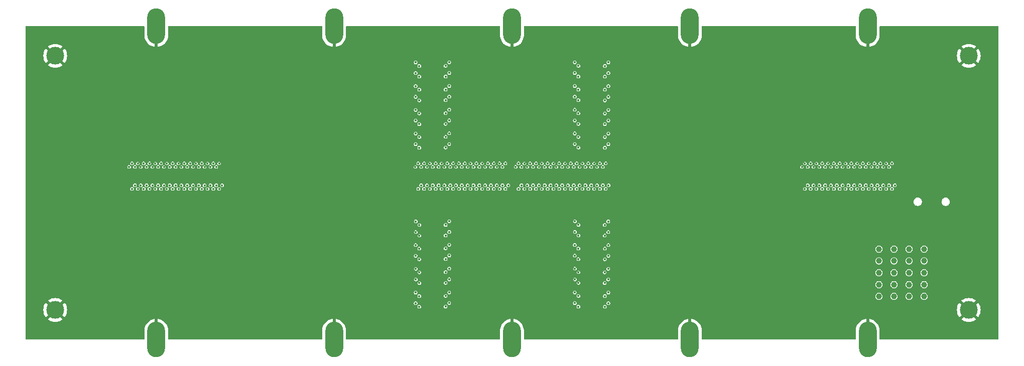
<source format=gbr>
%TF.GenerationSoftware,KiCad,Pcbnew,8.0.2*%
%TF.CreationDate,2024-07-16T15:49:33+02:00*%
%TF.ProjectId,4-MPPC_FARICH_Prototype,342d4d50-5043-45f4-9641-524943485f50,rev?*%
%TF.SameCoordinates,Original*%
%TF.FileFunction,Copper,L4,Inr*%
%TF.FilePolarity,Positive*%
%FSLAX46Y46*%
G04 Gerber Fmt 4.6, Leading zero omitted, Abs format (unit mm)*
G04 Created by KiCad (PCBNEW 8.0.2) date 2024-07-16 15:49:33*
%MOMM*%
%LPD*%
G01*
G04 APERTURE LIST*
%TA.AperFunction,ComponentPad*%
%ADD10O,3.000000X6.000000*%
%TD*%
%TA.AperFunction,ComponentPad*%
%ADD11C,3.000000*%
%TD*%
%TA.AperFunction,ViaPad*%
%ADD12C,0.400000*%
%TD*%
%TA.AperFunction,ViaPad*%
%ADD13C,1.000000*%
%TD*%
G04 APERTURE END LIST*
D10*
%TO.N,GND*%
%TO.C,3*%
X205900000Y-118625000D03*
%TD*%
%TO.N,GND*%
%TO.C,6*%
X115900000Y-65715000D03*
%TD*%
%TO.N,GND*%
%TO.C,8*%
X85900000Y-65715000D03*
%TD*%
%TO.N,GND*%
%TO.C,*%
X145900000Y-65715000D03*
%TD*%
D11*
%TO.N,GND*%
%TO.C,H1*%
X68855000Y-70715000D03*
%TD*%
D10*
%TO.N,GND*%
%TO.C,*%
X145900000Y-118625000D03*
%TD*%
D11*
%TO.N,GND*%
%TO.C,H3*%
X222945000Y-70715000D03*
%TD*%
D10*
%TO.N,GND*%
%TO.C,5*%
X115900000Y-118625000D03*
%TD*%
%TO.N,GND*%
%TO.C,7*%
X85900000Y-118625000D03*
%TD*%
%TO.N,GND*%
%TO.C,2*%
X175900000Y-65715000D03*
%TD*%
D11*
%TO.N,GND*%
%TO.C,H2*%
X68855000Y-113625000D03*
%TD*%
D10*
%TO.N,GND*%
%TO.C,4*%
X205900000Y-65715000D03*
%TD*%
D11*
%TO.N,GND*%
%TO.C,H4*%
X222945000Y-113625000D03*
%TD*%
D10*
%TO.N,GND*%
%TO.C,1*%
X175900000Y-118625000D03*
%TD*%
D12*
%TO.N,Cube_1_A-H7*%
X84260000Y-92580000D03*
X83770000Y-88880000D03*
%TO.N,Cube_1_A-E2*%
X130250000Y-84430000D03*
%TO.N,Cube_1_A-H2*%
X95040000Y-92580000D03*
X94550000Y-88880000D03*
%TO.N,Cube_1_A-F8*%
X129650707Y-71829293D03*
%TO.N,Cube_1_A-H5*%
X88180000Y-92580000D03*
X87690000Y-88880000D03*
%TO.N,Cube_1_A-G3*%
X92590000Y-88880000D03*
X93080000Y-92580000D03*
%TO.N,Cube_1_A-G5*%
X88670000Y-88880000D03*
X89160000Y-92580000D03*
%TO.N,Cube_1_A-E6*%
X130250707Y-76429293D03*
%TO.N,Cube_1_A-H1*%
X96020000Y-92580000D03*
X95530000Y-88880000D03*
%TO.N,Cube_1_A-E1*%
X129650000Y-85630000D03*
%TO.N,Cube_1_A-E4*%
X130250707Y-80439293D03*
%TO.N,Cube_1_A-G1*%
X97000000Y-92580000D03*
X96510000Y-88880000D03*
%TO.N,Cube_1_A-E8*%
X130250707Y-72429293D03*
%TO.N,Cube_1_A-H3*%
X91610000Y-88880000D03*
X92100000Y-92580000D03*
%TO.N,Cube_1_A-G4*%
X90140000Y-92580000D03*
X89650000Y-88880000D03*
%TO.N,Cube_1_A-F3*%
X130250707Y-82239293D03*
%TO.N,Cube_1_A-F2*%
X129650000Y-83830000D03*
%TO.N,Cube_1_A-E7*%
X129650707Y-73629293D03*
%TO.N,Cube_1_A-F1*%
X130250000Y-86230000D03*
%TO.N,Cube_1_A-F4*%
X129650707Y-79839293D03*
%TO.N,Cube_1_A-F5*%
X130250707Y-78229293D03*
%TO.N,Cube_1_A-E3*%
X129650707Y-81639293D03*
%TO.N,Cube_1_A-H8*%
X82790000Y-88880000D03*
X83280000Y-92580000D03*
%TO.N,Cube_1_A-G7*%
X85240000Y-92580000D03*
X84750000Y-88880000D03*
%TO.N,Cube_1_A-H6*%
X86710000Y-88880000D03*
X87200000Y-92580000D03*
%TO.N,Cube_1_A-G8*%
X82300000Y-92580000D03*
X81810000Y-88880000D03*
%TO.N,Cube_1_A-F6*%
X129650707Y-75829293D03*
%TO.N,Cube_1_A-G6*%
X85730000Y-88880000D03*
X86220000Y-92580000D03*
%TO.N,Cube_1_A-F7*%
X130250707Y-74229293D03*
%TO.N,Cube_1_A-G2*%
X93570000Y-88880000D03*
X94060000Y-92580000D03*
%TO.N,Cube_1_A-H4*%
X90630000Y-88880000D03*
X91120000Y-92580000D03*
%TO.N,Cube_1_A-E5*%
X129650707Y-77629293D03*
%TO.N,Cube_1_A-B8*%
X130580707Y-92579293D03*
X130090707Y-88879293D03*
%TO.N,Cube_1_A-D7*%
X135310707Y-73609293D03*
%TO.N,Cube_1_A-B1*%
X145280000Y-92580000D03*
X144790000Y-88880000D03*
%TO.N,Cube_1_A-C5*%
X134710707Y-78209293D03*
%TO.N,Cube_1_A-C3*%
X134710707Y-82209293D03*
%TO.N,Cube_1_A-C6*%
X135310707Y-75809293D03*
%TO.N,Cube_1_A-A1*%
X143810000Y-88880000D03*
X144300000Y-92580000D03*
%TO.N,Cube_1_A-C4*%
X135310707Y-79809293D03*
%TO.N,Cube_1_A-A2*%
X143320000Y-92580000D03*
X142830000Y-88880000D03*
%TO.N,Cube_1_A-D5*%
X135310707Y-77609293D03*
%TO.N,Cube_1_A-B6*%
X134500707Y-92579293D03*
X134010707Y-88879293D03*
%TO.N,Cube_1_A-B4*%
X138420707Y-92579293D03*
X137930707Y-88879293D03*
%TO.N,Cube_1_A-A5*%
X135970707Y-88879293D03*
X136460707Y-92579293D03*
%TO.N,Cube_1_A-A4*%
X138910707Y-88879293D03*
X139400707Y-92579293D03*
%TO.N,Cube_1_A-B2*%
X141850707Y-88879293D03*
X142340707Y-92579293D03*
%TO.N,Cube_1_A-D1*%
X135310707Y-85599293D03*
%TO.N,Cube_1_A-A3*%
X140380707Y-92579293D03*
X139890707Y-88879293D03*
%TO.N,Cube_1_A-A7*%
X132050707Y-88879293D03*
X132540707Y-92579293D03*
%TO.N,Cube_1_A-C7*%
X134710707Y-74209293D03*
%TO.N,Cube_1_A-D4*%
X134710707Y-80409293D03*
%TO.N,Cube_1_A-B5*%
X136950707Y-88879293D03*
X137440707Y-92579293D03*
%TO.N,Cube_1_A-C8*%
X135310707Y-71809293D03*
%TO.N,Cube_1_A-D2*%
X134710707Y-84399293D03*
%TO.N,Cube_1_A-A8*%
X131560707Y-92579293D03*
X131070707Y-88879293D03*
D13*
%TO.N,GND*%
X205834293Y-102276793D03*
X205835000Y-110445000D03*
X217945000Y-100715000D03*
X212115000Y-96585000D03*
X214115000Y-112596793D03*
D12*
X77850707Y-90846793D03*
D13*
X216464293Y-112596793D03*
X205745000Y-104335000D03*
X216825000Y-96595000D03*
X205705000Y-108375000D03*
X205815000Y-106385000D03*
D12*
X147621457Y-85399888D03*
D13*
X217035000Y-108385000D03*
X217035000Y-106285000D03*
D12*
X147613207Y-99414293D03*
D13*
X217075000Y-104275000D03*
X208145000Y-100615000D03*
X217075000Y-110355000D03*
X211654293Y-112556793D03*
X209034293Y-112596793D03*
X211785000Y-100585000D03*
X221195000Y-96515000D03*
X206424293Y-112776793D03*
%TO.N,+HV*%
X212875000Y-107355000D03*
X210335000Y-111355000D03*
X212875000Y-103355000D03*
X207795000Y-107355000D03*
X212875000Y-111355000D03*
X215415000Y-105355000D03*
X215415000Y-107355000D03*
X210335000Y-109355000D03*
X207795000Y-109355000D03*
X212875000Y-109355000D03*
X215415000Y-111355000D03*
X210335000Y-107355000D03*
X207795000Y-103355000D03*
X210335000Y-103355000D03*
X210335000Y-105355000D03*
X207795000Y-105355000D03*
X207795000Y-111355000D03*
X215415000Y-109355000D03*
X215415000Y-103355000D03*
X212875000Y-105355000D03*
D12*
%TO.N,Cube_1_A-C1*%
X134710707Y-86199293D03*
%TO.N,Cube_1_A-D8*%
X134710707Y-72409293D03*
%TO.N,Cube_1_A-C2*%
X135310707Y-83799293D03*
%TO.N,Cube_1_A-B3*%
X140870707Y-88879293D03*
X141360707Y-92579293D03*
%TO.N,Cube_1_A-D3*%
X135310707Y-81609293D03*
%TO.N,Cube_1_A-A6*%
X134990707Y-88879293D03*
X135480707Y-92579293D03*
%TO.N,Cube_1_A-D6*%
X134710707Y-76409293D03*
%TO.N,Cube_1_A-B7*%
X133520707Y-92579293D03*
X133030707Y-88879293D03*
%TO.N,Cube_2_A-E5*%
X129650707Y-104479293D03*
%TO.N,Cube_2_A-H4*%
X87690000Y-93180000D03*
X87200000Y-89480000D03*
%TO.N,Cube_2_A-F1*%
X130250707Y-113089293D03*
%TO.N,Cube_2_A-F3*%
X130270707Y-109079293D03*
%TO.N,Cube_2_A-H1*%
X82790000Y-93180000D03*
X82300000Y-89480000D03*
%TO.N,Cube_2_A-G4*%
X88180000Y-89480000D03*
X88670000Y-93180000D03*
%TO.N,Cube_2_A-G2*%
X84750000Y-93180000D03*
X84260000Y-89480000D03*
X84750000Y-93180000D03*
%TO.N,Cube_2_A-F6*%
X129650707Y-102679293D03*
%TO.N,Cube_2_A-F8*%
X129670707Y-98679293D03*
%TO.N,Cube_2_A-F4*%
X129670707Y-106679293D03*
%TO.N,Cube_2_A-G3*%
X85730000Y-93180000D03*
X85240000Y-89480000D03*
%TO.N,Cube_2_A-E8*%
X130270707Y-99279293D03*
%TO.N,Cube_2_A-F5*%
X130250707Y-105079293D03*
%TO.N,Cube_2_A-H7*%
X94550000Y-93180000D03*
X94060000Y-89480000D03*
%TO.N,Cube_2_A-H2*%
X83280000Y-89480000D03*
X83770000Y-93180000D03*
%TO.N,Cube_2_A-H6*%
X91610000Y-93180000D03*
X91120000Y-89480000D03*
%TO.N,Cube_2_A-E2*%
X130250707Y-111289293D03*
%TO.N,Cube_2_A-H5*%
X90630000Y-93180000D03*
X90140000Y-89480000D03*
%TO.N,Cube_2_A-H3*%
X86710000Y-93180000D03*
X86220000Y-89480000D03*
%TO.N,Cube_2_A-E6*%
X130250707Y-103279293D03*
%TO.N,Cube_2_A-F2*%
X129650707Y-110689293D03*
%TO.N,Cube_2_A-E7*%
X129670707Y-100479293D03*
%TO.N,Cube_2_A-G6*%
X92590000Y-93180000D03*
X92100000Y-89480000D03*
%TO.N,Cube_2_A-E4*%
X130270707Y-107279293D03*
%TO.N,Cube_2_A-G7*%
X93080000Y-89480000D03*
X93570000Y-93180000D03*
%TO.N,Cube_2_A-E3*%
X129670707Y-108479293D03*
%TO.N,Cube_2_A-F7*%
X130270707Y-101079293D03*
%TO.N,Cube_2_A-G8*%
X96020000Y-89480000D03*
X96510000Y-93180000D03*
%TO.N,Cube_2_A-E1*%
X129650707Y-112489293D03*
%TO.N,Cube_2_A-G5*%
X89650000Y-93180000D03*
X89160000Y-89480000D03*
%TO.N,Cube_2_A-H8*%
X95530000Y-93180000D03*
X95040000Y-89480000D03*
%TO.N,Cube_2_A-G1*%
X81810000Y-93180000D03*
X81320000Y-89480000D03*
%TO.N,Cube_2_A-C2*%
X135310707Y-110659293D03*
%TO.N,Cube_2_A-C6*%
X135310707Y-102629293D03*
%TO.N,Cube_2_A-D3*%
X135310707Y-108449293D03*
%TO.N,Cube_2_A-D6*%
X134710707Y-103229293D03*
%TO.N,Cube_2_A-A7*%
X142830707Y-93179293D03*
X142340707Y-89479293D03*
%TO.N,Cube_2_A-A8*%
X143320707Y-89479293D03*
X143810000Y-93180000D03*
%TO.N,Cube_2_A-B3*%
X134010707Y-93179293D03*
X133520707Y-89479293D03*
%TO.N,Cube_2_A-B1*%
X129600707Y-89479293D03*
X130090707Y-93179293D03*
%TO.N,Cube_2_A-C4*%
X135310707Y-106649293D03*
%TO.N,Cube_2_A-A2*%
X131560707Y-89479293D03*
X132050707Y-93179293D03*
%TO.N,Cube_2_A-A3*%
X134990707Y-93179293D03*
X134500707Y-89479293D03*
%TO.N,Cube_2_A-D7*%
X135310707Y-100459293D03*
%TO.N,Cube_2_A-D1*%
X135310707Y-112459293D03*
%TO.N,Cube_2_A-D5*%
X135310707Y-104429293D03*
%TO.N,Cube_2_A-D4*%
X134710707Y-107249293D03*
%TO.N,Cube_2_A-C5*%
X134710707Y-105029293D03*
%TO.N,Cube_2_A-A1*%
X130580707Y-89479293D03*
X131070707Y-93179293D03*
%TO.N,Cube_2_A-C8*%
X135310707Y-98659293D03*
%TO.N,Cube_2_A-A4*%
X135970707Y-93179293D03*
X135480707Y-89479293D03*
%TO.N,Cube_2_A-B5*%
X137440707Y-89479293D03*
X137930707Y-93179293D03*
%TO.N,Cube_2_A-B4*%
X136460707Y-89479293D03*
X136950707Y-93179293D03*
%TO.N,Cube_2_A-A6*%
X139400707Y-89479293D03*
X139890707Y-93179293D03*
%TO.N,Cube_2_A-B7*%
X141850707Y-93179293D03*
X141850707Y-93179293D03*
X141360707Y-89479293D03*
%TO.N,Cube_2_A-D2*%
X134710707Y-111259293D03*
%TO.N,Cube_2_A-C7*%
X134710707Y-101059293D03*
%TO.N,Cube_2_A-A5*%
X138420707Y-89479293D03*
X138910707Y-93179293D03*
%TO.N,Cube_2_A-B8*%
X144790000Y-93180000D03*
X144300000Y-89480000D03*
%TO.N,Cube_2_A-B2*%
X133030707Y-93179293D03*
X132540707Y-89479293D03*
%TO.N,Cube_2_A-D8*%
X134710707Y-99259293D03*
%TO.N,Cube_2_A-C1*%
X134710707Y-113059293D03*
%TO.N,Cube_2_A-B6*%
X140870707Y-93179293D03*
X140380707Y-89479293D03*
%TO.N,Cube_2_A-C3*%
X134710707Y-109049293D03*
%TO.N,Cube_3_A-E8*%
X157090707Y-72409293D03*
%TO.N,Cube_3_A-G2*%
X158770000Y-88880000D03*
X159260000Y-92580000D03*
%TO.N,Cube_3_A-E7*%
X156490707Y-73609293D03*
%TO.N,Cube_3_A-E3*%
X156490707Y-81619293D03*
%TO.N,Cube_3_A-E1*%
X156490000Y-85610000D03*
%TO.N,Cube_3_A-H6*%
X151910000Y-88880000D03*
X152400000Y-92580000D03*
%TO.N,Cube_3_A-F6*%
X156490707Y-75809293D03*
%TO.N,Cube_3_A-F3*%
X157090707Y-82219293D03*
%TO.N,Cube_3_A-G3*%
X157790000Y-88880000D03*
X158280000Y-92580000D03*
%TO.N,Cube_3_A-F2*%
X156490000Y-83810000D03*
%TO.N,Cube_3_A-G1*%
X161710000Y-88880000D03*
X162200000Y-92580000D03*
%TO.N,Cube_3_A-G4*%
X155340000Y-92580000D03*
X154850000Y-88880000D03*
%TO.N,Cube_3_A-G7*%
X149950000Y-88880000D03*
X150440000Y-92580000D03*
X149950000Y-88880000D03*
%TO.N,Cube_3_A-F4*%
X156490707Y-79819293D03*
%TO.N,Cube_3_A-H1*%
X160730000Y-88880000D03*
X161220000Y-92580000D03*
%TO.N,Cube_3_A-H4*%
X156320000Y-92580000D03*
X155830000Y-88880000D03*
%TO.N,Cube_3_A-H3*%
X157300000Y-92580000D03*
X156810000Y-88880000D03*
%TO.N,Cube_3_A-G6*%
X151420000Y-92580000D03*
X150930000Y-88880000D03*
%TO.N,Cube_3_A-E5*%
X156490707Y-77609293D03*
%TO.N,Cube_3_A-E6*%
X157090707Y-76409293D03*
%TO.N,Cube_3_A-E4*%
X157090707Y-80419293D03*
%TO.N,Cube_3_A-G8*%
X147500707Y-92579293D03*
X147010000Y-88880000D03*
%TO.N,Cube_3_A-H8*%
X147990707Y-88879293D03*
X148480000Y-92580000D03*
%TO.N,Cube_3_A-F5*%
X157090707Y-78209293D03*
%TO.N,Cube_3_A-F1*%
X157090000Y-86210000D03*
%TO.N,Cube_3_A-E2*%
X157090000Y-84410000D03*
%TO.N,Cube_3_A-H2*%
X160240000Y-92580000D03*
X159750000Y-88880000D03*
%TO.N,Cube_3_A-F7*%
X157090707Y-74209293D03*
%TO.N,Cube_3_A-G5*%
X154360000Y-92580000D03*
X153870000Y-88880000D03*
%TO.N,Cube_3_A-H7*%
X148970000Y-88880000D03*
X149460000Y-92580000D03*
%TO.N,Cube_3_A-H5*%
X152890000Y-88880000D03*
X153380000Y-92580000D03*
%TO.N,Cube_3_A-F8*%
X156490707Y-71809293D03*
%TO.N,Cube_4_A-F8*%
X156510707Y-98659293D03*
%TO.N,Cube_4_A-F4*%
X156510707Y-106659293D03*
%TO.N,Cube_4_A-E8*%
X157110707Y-99259293D03*
%TO.N,Cube_4_A-E6*%
X157090707Y-103259293D03*
%TO.N,Cube_4_A-G8*%
X161710000Y-93180000D03*
X161220000Y-89480000D03*
%TO.N,Cube_4_A-F5*%
X157090707Y-105059293D03*
%TO.N,Cube_4_A-F6*%
X156490707Y-102659293D03*
%TO.N,Cube_4_A-E5*%
X156490707Y-104459293D03*
%TO.N,Cube_4_A-H6*%
X156810000Y-93180000D03*
X156320000Y-89480000D03*
%TO.N,Cube_4_A-H1*%
X147500707Y-89479293D03*
X147990707Y-93179293D03*
%TO.N,Cube_4_A-F3*%
X157110707Y-109059293D03*
%TO.N,Cube_4_A-E4*%
X157110707Y-107259293D03*
%TO.N,Cube_4_A-E1*%
X156490707Y-112469293D03*
%TO.N,Cube_4_A-H2*%
X148970707Y-93179293D03*
X148480707Y-89479293D03*
%TO.N,Cube_4_A-H5*%
X155830000Y-93180000D03*
X155340000Y-89480000D03*
%TO.N,Cube_4_A-G3*%
X150440000Y-89480000D03*
X150930000Y-93180000D03*
%TO.N,Cube_4_A-G7*%
X158770000Y-93180000D03*
X158280000Y-89480000D03*
%TO.N,Cube_4_A-F7*%
X157110707Y-101059293D03*
%TO.N,Cube_4_A-E3*%
X156510707Y-108459293D03*
%TO.N,Cube_4_A-G1*%
X147010707Y-93179293D03*
X146520000Y-89480000D03*
%TO.N,Cube_4_A-H7*%
X159750000Y-93180000D03*
X159260000Y-89480000D03*
%TO.N,Cube_4_A-F2*%
X156490707Y-110669293D03*
%TO.N,Cube_4_A-G4*%
X153380000Y-89480000D03*
X153870000Y-93180000D03*
%TO.N,Cube_4_A-E7*%
X156510707Y-100459293D03*
%TO.N,Cube_4_A-G6*%
X157300000Y-89480000D03*
X157790000Y-93180000D03*
%TO.N,Cube_4_A-G2*%
X149460000Y-89480000D03*
X149950000Y-93180000D03*
%TO.N,Cube_4_A-H8*%
X160730000Y-93180000D03*
X160240000Y-89480000D03*
%TO.N,Cube_4_A-H3*%
X151420000Y-89480000D03*
X151910000Y-93180000D03*
%TO.N,Cube_4_A-G5*%
X154850000Y-93180000D03*
X154360000Y-89480000D03*
%TO.N,Cube_4_A-H4*%
X152890000Y-93180000D03*
X152400000Y-89480000D03*
%TO.N,Cube_4_A-E2*%
X157090707Y-111269293D03*
%TO.N,Cube_4_A-F1*%
X157090707Y-113069293D03*
%TO.N,Cube_3_A-B5*%
X203620707Y-92579293D03*
X203130707Y-88879293D03*
%TO.N,Cube_3_A-D3*%
X162160707Y-81639293D03*
%TO.N,Cube_3_A-B8*%
X209990000Y-88880000D03*
X210480000Y-92580000D03*
%TO.N,Cube_3_A-B7*%
X207050707Y-88879293D03*
X207540707Y-92579293D03*
%TO.N,Cube_3_A-B4*%
X202150707Y-88879293D03*
X202640707Y-92579293D03*
%TO.N,Cube_3_A-B6*%
X206070707Y-88879293D03*
X206560707Y-92579293D03*
%TO.N,Cube_3_A-D5*%
X162160707Y-77629293D03*
%TO.N,Cube_3_A-A6*%
X205580707Y-92579293D03*
X205090707Y-88879293D03*
%TO.N,Cube_3_A-B3*%
X199700707Y-92579293D03*
X199210707Y-88879293D03*
%TO.N,Cube_3_A-C2*%
X162161414Y-83830000D03*
%TO.N,Cube_3_A-C7*%
X161560707Y-74229293D03*
%TO.N,Cube_3_A-C6*%
X162160707Y-75829293D03*
%TO.N,Cube_3_A-C1*%
X161561414Y-86230000D03*
%TO.N,Cube_3_A-A8*%
X209010000Y-88880000D03*
X209500000Y-92580000D03*
%TO.N,Cube_3_A-C8*%
X162160707Y-71829293D03*
%TO.N,Cube_3_A-B2*%
X198720707Y-92579293D03*
X198230707Y-88879293D03*
%TO.N,Cube_3_A-A7*%
X208520000Y-92580000D03*
X208030000Y-88880000D03*
%TO.N,Cube_3_A-D8*%
X161560707Y-72429293D03*
%TO.N,Cube_3_A-C5*%
X161560707Y-78229293D03*
%TO.N,Cube_3_A-D7*%
X162160707Y-73629293D03*
%TO.N,Cube_3_A-D1*%
X162161414Y-85630000D03*
%TO.N,Cube_3_A-D2*%
X161561414Y-84430000D03*
%TO.N,Cube_3_A-D4*%
X161560707Y-80439293D03*
%TO.N,Cube_3_A-A5*%
X204110707Y-88879293D03*
X204600707Y-92579293D03*
%TO.N,Cube_3_A-A4*%
X201660707Y-92579293D03*
X201170707Y-88879293D03*
%TO.N,Cube_3_A-C3*%
X161560707Y-82239293D03*
%TO.N,Cube_3_A-D6*%
X161560707Y-76429293D03*
%TO.N,Cube_3_A-A3*%
X200680707Y-92579293D03*
X200190707Y-88879293D03*
%TO.N,Cube_3_A-C4*%
X162160707Y-79839293D03*
%TO.N,Cube_4_A-D6*%
X161560707Y-103279293D03*
%TO.N,Cube_4_A-A2*%
X207540707Y-89479293D03*
X208030707Y-93179293D03*
%TO.N,Cube_4_A-D4*%
X161540707Y-107279293D03*
%TO.N,Cube_4_A-A1*%
X209010000Y-93180000D03*
X208520707Y-89479293D03*
%TO.N,Cube_4_A-B8*%
X194800707Y-89479293D03*
X195290707Y-93179293D03*
%TO.N,Cube_4_A-A4*%
X204110707Y-93179293D03*
X203620707Y-89479293D03*
%TO.N,Cube_4_A-A5*%
X201170707Y-93179293D03*
X200680707Y-89479293D03*
%TO.N,Cube_4_A-C8*%
X162140707Y-98679293D03*
%TO.N,Cube_4_A-C2*%
X162160707Y-110689293D03*
%TO.N,Cube_4_A-D2*%
X161560707Y-111289293D03*
%TO.N,Cube_4_A-A8*%
X196270707Y-93179293D03*
X195780707Y-89479293D03*
%TO.N,Cube_4_A-C5*%
X161560707Y-105079293D03*
%TO.N,Cube_4_A-B5*%
X202150707Y-93179293D03*
X201660707Y-89479293D03*
%TO.N,Cube_4_A-D5*%
X162160707Y-104479293D03*
%TO.N,Cube_4_A-A7*%
X197250707Y-93179293D03*
X196760707Y-89479293D03*
%TO.N,Cube_4_A-D3*%
X162140707Y-108479293D03*
%TO.N,Cube_4_A-A3*%
X205090707Y-93179293D03*
X204600707Y-89479293D03*
%TO.N,Cube_4_A-C7*%
X161540707Y-101079293D03*
%TO.N,Cube_4_A-B2*%
X207050707Y-93179293D03*
X207050707Y-93179293D03*
X206560707Y-89479293D03*
%TO.N,Cube_4_A-D1*%
X162160707Y-112489293D03*
%TO.N,Cube_4_A-B3*%
X206070707Y-93179293D03*
X205580707Y-89479293D03*
%TO.N,Cube_4_A-C4*%
X162140707Y-106679293D03*
%TO.N,Cube_4_A-C6*%
X162160707Y-102679293D03*
%TO.N,Cube_4_A-C1*%
X161560707Y-113089293D03*
%TO.N,Cube_4_A-A6*%
X200190707Y-93179293D03*
X199700707Y-89479293D03*
%TO.N,Cube_4_A-D8*%
X161540707Y-99279293D03*
%TO.N,Cube_4_A-B1*%
X209990000Y-93180000D03*
X209500000Y-89480000D03*
%TO.N,Cube_4_A-D7*%
X162140707Y-100479293D03*
%TO.N,Cube_4_A-C3*%
X161540707Y-109079293D03*
%TO.N,Cube_4_A-B6*%
X199210707Y-93179293D03*
X198720707Y-89479293D03*
%TO.N,Cube_4_A-B7*%
X197740707Y-89479293D03*
X198230707Y-93179293D03*
%TO.N,Cube_4_A-B4*%
X202640707Y-89479293D03*
X203130707Y-93179293D03*
%TO.N,Cube_3_A-A1*%
X196270707Y-88879293D03*
X196760707Y-92579293D03*
%TO.N,Cube_3_A-A2*%
X197250707Y-88879293D03*
X197740707Y-92579293D03*
%TO.N,Cube_3_A-B1*%
X195290707Y-88879293D03*
X195780707Y-92579293D03*
%TD*%
%TA.AperFunction,Conductor*%
%TO.N,GND*%
G36*
X83878326Y-65736674D02*
G01*
X83900000Y-65789000D01*
X83900000Y-67346085D01*
X83934220Y-67606018D01*
X84002075Y-67859256D01*
X84102404Y-68101471D01*
X84102405Y-68101474D01*
X84233490Y-68328520D01*
X84233494Y-68328526D01*
X84393094Y-68536521D01*
X84578478Y-68721905D01*
X84786473Y-68881505D01*
X84786479Y-68881509D01*
X85013525Y-69012594D01*
X85013528Y-69012595D01*
X85255743Y-69112924D01*
X85508982Y-69180779D01*
X85508980Y-69180779D01*
X85650000Y-69199343D01*
X85650000Y-68289115D01*
X85813428Y-68315000D01*
X85986572Y-68315000D01*
X86150000Y-68289115D01*
X86150000Y-69199343D01*
X86291018Y-69180779D01*
X86544256Y-69112924D01*
X86786471Y-69012595D01*
X86786474Y-69012594D01*
X87013520Y-68881509D01*
X87013526Y-68881505D01*
X87221521Y-68721905D01*
X87406905Y-68536521D01*
X87566505Y-68328526D01*
X87566509Y-68328520D01*
X87697594Y-68101474D01*
X87697595Y-68101471D01*
X87797924Y-67859256D01*
X87865779Y-67606018D01*
X87900000Y-67346085D01*
X87900000Y-65789000D01*
X87921674Y-65736674D01*
X87974000Y-65715000D01*
X113826000Y-65715000D01*
X113878326Y-65736674D01*
X113900000Y-65789000D01*
X113900000Y-67346085D01*
X113934220Y-67606018D01*
X114002075Y-67859256D01*
X114102404Y-68101471D01*
X114102405Y-68101474D01*
X114233490Y-68328520D01*
X114233494Y-68328526D01*
X114393094Y-68536521D01*
X114578478Y-68721905D01*
X114786473Y-68881505D01*
X114786479Y-68881509D01*
X115013525Y-69012594D01*
X115013528Y-69012595D01*
X115255743Y-69112924D01*
X115508982Y-69180779D01*
X115508980Y-69180779D01*
X115650000Y-69199343D01*
X115650000Y-68289115D01*
X115813428Y-68315000D01*
X115986572Y-68315000D01*
X116150000Y-68289115D01*
X116150000Y-69199343D01*
X116291018Y-69180779D01*
X116544256Y-69112924D01*
X116786471Y-69012595D01*
X116786474Y-69012594D01*
X117013520Y-68881509D01*
X117013526Y-68881505D01*
X117221521Y-68721905D01*
X117406905Y-68536521D01*
X117566505Y-68328526D01*
X117566509Y-68328520D01*
X117697594Y-68101474D01*
X117697595Y-68101471D01*
X117797924Y-67859256D01*
X117865779Y-67606018D01*
X117900000Y-67346085D01*
X117900000Y-65789000D01*
X117921674Y-65736674D01*
X117974000Y-65715000D01*
X143826000Y-65715000D01*
X143878326Y-65736674D01*
X143900000Y-65789000D01*
X143900000Y-67346085D01*
X143934220Y-67606018D01*
X144002075Y-67859256D01*
X144102404Y-68101471D01*
X144102405Y-68101474D01*
X144233490Y-68328520D01*
X144233494Y-68328526D01*
X144393094Y-68536521D01*
X144578478Y-68721905D01*
X144786473Y-68881505D01*
X144786479Y-68881509D01*
X145013525Y-69012594D01*
X145013528Y-69012595D01*
X145255743Y-69112924D01*
X145508982Y-69180779D01*
X145508980Y-69180779D01*
X145650000Y-69199343D01*
X145650000Y-68289115D01*
X145813428Y-68315000D01*
X145986572Y-68315000D01*
X146150000Y-68289115D01*
X146150000Y-69199343D01*
X146291018Y-69180779D01*
X146544256Y-69112924D01*
X146786471Y-69012595D01*
X146786474Y-69012594D01*
X147013520Y-68881509D01*
X147013526Y-68881505D01*
X147221521Y-68721905D01*
X147406905Y-68536521D01*
X147566505Y-68328526D01*
X147566509Y-68328520D01*
X147697594Y-68101474D01*
X147697595Y-68101471D01*
X147797924Y-67859256D01*
X147865779Y-67606018D01*
X147900000Y-67346085D01*
X147900000Y-65789000D01*
X147921674Y-65736674D01*
X147974000Y-65715000D01*
X173826000Y-65715000D01*
X173878326Y-65736674D01*
X173900000Y-65789000D01*
X173900000Y-67346085D01*
X173934220Y-67606018D01*
X174002075Y-67859256D01*
X174102404Y-68101471D01*
X174102405Y-68101474D01*
X174233490Y-68328520D01*
X174233494Y-68328526D01*
X174393094Y-68536521D01*
X174578478Y-68721905D01*
X174786473Y-68881505D01*
X174786479Y-68881509D01*
X175013525Y-69012594D01*
X175013528Y-69012595D01*
X175255743Y-69112924D01*
X175508982Y-69180779D01*
X175508980Y-69180779D01*
X175650000Y-69199343D01*
X175650000Y-68289115D01*
X175813428Y-68315000D01*
X175986572Y-68315000D01*
X176150000Y-68289115D01*
X176150000Y-69199343D01*
X176291018Y-69180779D01*
X176544256Y-69112924D01*
X176786471Y-69012595D01*
X176786474Y-69012594D01*
X177013520Y-68881509D01*
X177013526Y-68881505D01*
X177221521Y-68721905D01*
X177406905Y-68536521D01*
X177566505Y-68328526D01*
X177566509Y-68328520D01*
X177697594Y-68101474D01*
X177697595Y-68101471D01*
X177797924Y-67859256D01*
X177865779Y-67606018D01*
X177900000Y-67346085D01*
X177900000Y-65789000D01*
X177921674Y-65736674D01*
X177974000Y-65715000D01*
X203826000Y-65715000D01*
X203878326Y-65736674D01*
X203900000Y-65789000D01*
X203900000Y-67346085D01*
X203934220Y-67606018D01*
X204002075Y-67859256D01*
X204102404Y-68101471D01*
X204102405Y-68101474D01*
X204233490Y-68328520D01*
X204233494Y-68328526D01*
X204393094Y-68536521D01*
X204578478Y-68721905D01*
X204786473Y-68881505D01*
X204786479Y-68881509D01*
X205013525Y-69012594D01*
X205013528Y-69012595D01*
X205255743Y-69112924D01*
X205508982Y-69180779D01*
X205508980Y-69180779D01*
X205650000Y-69199343D01*
X205650000Y-68289115D01*
X205813428Y-68315000D01*
X205986572Y-68315000D01*
X206150000Y-68289115D01*
X206150000Y-69199343D01*
X206291018Y-69180779D01*
X206544256Y-69112924D01*
X206786471Y-69012595D01*
X206786474Y-69012594D01*
X207013520Y-68881509D01*
X207013526Y-68881505D01*
X207221521Y-68721905D01*
X207406905Y-68536521D01*
X207566505Y-68328526D01*
X207566509Y-68328520D01*
X207697594Y-68101474D01*
X207697595Y-68101471D01*
X207797924Y-67859256D01*
X207865779Y-67606018D01*
X207900000Y-67346085D01*
X207900000Y-65789000D01*
X207921674Y-65736674D01*
X207974000Y-65715000D01*
X227871000Y-65715000D01*
X227923326Y-65736674D01*
X227945000Y-65789000D01*
X227945000Y-118551000D01*
X227923326Y-118603326D01*
X227871000Y-118625000D01*
X207974000Y-118625000D01*
X207921674Y-118603326D01*
X207900000Y-118551000D01*
X207900000Y-116993914D01*
X207865779Y-116733981D01*
X207797924Y-116480743D01*
X207697595Y-116238528D01*
X207697594Y-116238525D01*
X207566509Y-116011479D01*
X207566505Y-116011473D01*
X207406905Y-115803478D01*
X207221521Y-115618094D01*
X207013526Y-115458494D01*
X207013520Y-115458490D01*
X206786474Y-115327405D01*
X206786471Y-115327404D01*
X206544256Y-115227075D01*
X206291017Y-115159220D01*
X206291018Y-115159220D01*
X206150000Y-115140655D01*
X206150000Y-116050884D01*
X205986572Y-116025000D01*
X205813428Y-116025000D01*
X205650000Y-116050884D01*
X205650000Y-115140655D01*
X205508981Y-115159220D01*
X205255743Y-115227075D01*
X205013528Y-115327404D01*
X205013525Y-115327405D01*
X204786479Y-115458490D01*
X204786473Y-115458494D01*
X204578478Y-115618094D01*
X204393094Y-115803478D01*
X204233494Y-116011473D01*
X204233490Y-116011479D01*
X204102405Y-116238525D01*
X204102404Y-116238528D01*
X204002075Y-116480743D01*
X203934220Y-116733981D01*
X203900000Y-116993914D01*
X203900000Y-118551000D01*
X203878326Y-118603326D01*
X203826000Y-118625000D01*
X177974000Y-118625000D01*
X177921674Y-118603326D01*
X177900000Y-118551000D01*
X177900000Y-116993914D01*
X177865779Y-116733981D01*
X177797924Y-116480743D01*
X177697595Y-116238528D01*
X177697594Y-116238525D01*
X177566509Y-116011479D01*
X177566505Y-116011473D01*
X177406905Y-115803478D01*
X177221521Y-115618094D01*
X177013526Y-115458494D01*
X177013520Y-115458490D01*
X176786474Y-115327405D01*
X176786471Y-115327404D01*
X176544256Y-115227075D01*
X176291017Y-115159220D01*
X176291018Y-115159220D01*
X176150000Y-115140655D01*
X176150000Y-116050884D01*
X175986572Y-116025000D01*
X175813428Y-116025000D01*
X175650000Y-116050884D01*
X175650000Y-115140655D01*
X175508981Y-115159220D01*
X175255743Y-115227075D01*
X175013528Y-115327404D01*
X175013525Y-115327405D01*
X174786479Y-115458490D01*
X174786473Y-115458494D01*
X174578478Y-115618094D01*
X174393094Y-115803478D01*
X174233494Y-116011473D01*
X174233490Y-116011479D01*
X174102405Y-116238525D01*
X174102404Y-116238528D01*
X174002075Y-116480743D01*
X173934220Y-116733981D01*
X173900000Y-116993914D01*
X173900000Y-118551000D01*
X173878326Y-118603326D01*
X173826000Y-118625000D01*
X147974000Y-118625000D01*
X147921674Y-118603326D01*
X147900000Y-118551000D01*
X147900000Y-116993914D01*
X147865779Y-116733981D01*
X147797924Y-116480743D01*
X147697595Y-116238528D01*
X147697594Y-116238525D01*
X147566509Y-116011479D01*
X147566505Y-116011473D01*
X147406905Y-115803478D01*
X147221521Y-115618094D01*
X147013526Y-115458494D01*
X147013520Y-115458490D01*
X146786474Y-115327405D01*
X146786471Y-115327404D01*
X146544256Y-115227075D01*
X146291017Y-115159220D01*
X146291018Y-115159220D01*
X146150000Y-115140655D01*
X146150000Y-116050884D01*
X145986572Y-116025000D01*
X145813428Y-116025000D01*
X145650000Y-116050884D01*
X145650000Y-115140655D01*
X145508981Y-115159220D01*
X145255743Y-115227075D01*
X145013528Y-115327404D01*
X145013525Y-115327405D01*
X144786479Y-115458490D01*
X144786473Y-115458494D01*
X144578478Y-115618094D01*
X144393094Y-115803478D01*
X144233494Y-116011473D01*
X144233490Y-116011479D01*
X144102405Y-116238525D01*
X144102404Y-116238528D01*
X144002075Y-116480743D01*
X143934220Y-116733981D01*
X143900000Y-116993914D01*
X143900000Y-118551000D01*
X143878326Y-118603326D01*
X143826000Y-118625000D01*
X117974000Y-118625000D01*
X117921674Y-118603326D01*
X117900000Y-118551000D01*
X117900000Y-116993914D01*
X117865779Y-116733981D01*
X117797924Y-116480743D01*
X117697595Y-116238528D01*
X117697594Y-116238525D01*
X117566509Y-116011479D01*
X117566505Y-116011473D01*
X117406905Y-115803478D01*
X117221521Y-115618094D01*
X117013526Y-115458494D01*
X117013520Y-115458490D01*
X116786474Y-115327405D01*
X116786471Y-115327404D01*
X116544256Y-115227075D01*
X116291017Y-115159220D01*
X116291018Y-115159220D01*
X116150000Y-115140655D01*
X116150000Y-116050884D01*
X115986572Y-116025000D01*
X115813428Y-116025000D01*
X115650000Y-116050884D01*
X115650000Y-115140655D01*
X115508981Y-115159220D01*
X115255743Y-115227075D01*
X115013528Y-115327404D01*
X115013525Y-115327405D01*
X114786479Y-115458490D01*
X114786473Y-115458494D01*
X114578478Y-115618094D01*
X114393094Y-115803478D01*
X114233494Y-116011473D01*
X114233490Y-116011479D01*
X114102405Y-116238525D01*
X114102404Y-116238528D01*
X114002075Y-116480743D01*
X113934220Y-116733981D01*
X113900000Y-116993914D01*
X113900000Y-118551000D01*
X113878326Y-118603326D01*
X113826000Y-118625000D01*
X87974000Y-118625000D01*
X87921674Y-118603326D01*
X87900000Y-118551000D01*
X87900000Y-116993914D01*
X87865779Y-116733981D01*
X87797924Y-116480743D01*
X87697595Y-116238528D01*
X87697594Y-116238525D01*
X87566509Y-116011479D01*
X87566505Y-116011473D01*
X87406905Y-115803478D01*
X87221521Y-115618094D01*
X87013526Y-115458494D01*
X87013520Y-115458490D01*
X86786474Y-115327405D01*
X86786471Y-115327404D01*
X86544256Y-115227075D01*
X86291017Y-115159220D01*
X86291018Y-115159220D01*
X86150000Y-115140655D01*
X86150000Y-116050884D01*
X85986572Y-116025000D01*
X85813428Y-116025000D01*
X85650000Y-116050884D01*
X85650000Y-115140655D01*
X85508981Y-115159220D01*
X85255743Y-115227075D01*
X85013528Y-115327404D01*
X85013525Y-115327405D01*
X84786479Y-115458490D01*
X84786473Y-115458494D01*
X84578478Y-115618094D01*
X84393094Y-115803478D01*
X84233494Y-116011473D01*
X84233490Y-116011479D01*
X84102405Y-116238525D01*
X84102404Y-116238528D01*
X84002075Y-116480743D01*
X83934220Y-116733981D01*
X83900000Y-116993914D01*
X83900000Y-118551000D01*
X83878326Y-118603326D01*
X83826000Y-118625000D01*
X63929000Y-118625000D01*
X63876674Y-118603326D01*
X63855000Y-118551000D01*
X63855000Y-113624993D01*
X66849891Y-113624993D01*
X66849891Y-113625006D01*
X66870299Y-113910354D01*
X66931111Y-114189899D01*
X66931116Y-114189918D01*
X67031087Y-114457949D01*
X67031088Y-114457953D01*
X67168191Y-114709039D01*
X67274882Y-114851561D01*
X67918708Y-114207735D01*
X68015967Y-114341602D01*
X68138398Y-114464033D01*
X68272262Y-114561290D01*
X67628437Y-115205115D01*
X67628437Y-115205116D01*
X67770960Y-115311808D01*
X68022046Y-115448911D01*
X68022050Y-115448912D01*
X68290081Y-115548883D01*
X68290100Y-115548888D01*
X68569645Y-115609700D01*
X68854993Y-115630109D01*
X68855007Y-115630109D01*
X69140354Y-115609700D01*
X69419899Y-115548888D01*
X69419918Y-115548883D01*
X69687949Y-115448912D01*
X69687953Y-115448911D01*
X69939039Y-115311808D01*
X70081561Y-115205116D01*
X70081561Y-115205115D01*
X69437737Y-114561290D01*
X69571602Y-114464033D01*
X69694033Y-114341602D01*
X69791290Y-114207736D01*
X70435115Y-114851561D01*
X70435116Y-114851561D01*
X70541808Y-114709039D01*
X70678911Y-114457953D01*
X70678912Y-114457949D01*
X70778883Y-114189918D01*
X70778888Y-114189899D01*
X70839700Y-113910354D01*
X70860109Y-113625006D01*
X70860109Y-113624993D01*
X220939891Y-113624993D01*
X220939891Y-113625006D01*
X220960299Y-113910354D01*
X221021111Y-114189899D01*
X221021116Y-114189918D01*
X221121087Y-114457949D01*
X221121088Y-114457953D01*
X221258191Y-114709039D01*
X221364882Y-114851561D01*
X222008708Y-114207735D01*
X222105967Y-114341602D01*
X222228398Y-114464033D01*
X222362262Y-114561290D01*
X221718437Y-115205115D01*
X221718437Y-115205116D01*
X221860960Y-115311808D01*
X222112046Y-115448911D01*
X222112050Y-115448912D01*
X222380081Y-115548883D01*
X222380100Y-115548888D01*
X222659645Y-115609700D01*
X222944993Y-115630109D01*
X222945007Y-115630109D01*
X223230354Y-115609700D01*
X223509899Y-115548888D01*
X223509918Y-115548883D01*
X223777949Y-115448912D01*
X223777953Y-115448911D01*
X224029039Y-115311808D01*
X224171561Y-115205116D01*
X224171561Y-115205115D01*
X223527737Y-114561290D01*
X223661602Y-114464033D01*
X223784033Y-114341602D01*
X223881290Y-114207736D01*
X224525115Y-114851561D01*
X224525116Y-114851561D01*
X224631808Y-114709039D01*
X224768911Y-114457953D01*
X224768912Y-114457949D01*
X224868883Y-114189918D01*
X224868888Y-114189899D01*
X224929700Y-113910354D01*
X224950109Y-113625006D01*
X224950109Y-113624993D01*
X224929700Y-113339645D01*
X224868888Y-113060100D01*
X224868883Y-113060081D01*
X224768912Y-112792050D01*
X224768911Y-112792046D01*
X224631808Y-112540960D01*
X224525116Y-112398437D01*
X224525115Y-112398437D01*
X223881290Y-113042261D01*
X223784033Y-112908398D01*
X223661602Y-112785967D01*
X223527735Y-112688708D01*
X224171561Y-112044882D01*
X224029039Y-111938191D01*
X223777953Y-111801088D01*
X223777949Y-111801087D01*
X223509918Y-111701116D01*
X223509899Y-111701111D01*
X223230354Y-111640299D01*
X222945007Y-111619891D01*
X222944993Y-111619891D01*
X222659645Y-111640299D01*
X222380100Y-111701111D01*
X222380081Y-111701116D01*
X222112050Y-111801087D01*
X222112046Y-111801088D01*
X221860957Y-111938193D01*
X221860955Y-111938194D01*
X221718437Y-112044881D01*
X221718437Y-112044882D01*
X222362263Y-112688708D01*
X222228398Y-112785967D01*
X222105967Y-112908398D01*
X222008708Y-113042263D01*
X221364882Y-112398437D01*
X221364881Y-112398437D01*
X221258194Y-112540955D01*
X221258193Y-112540957D01*
X221121088Y-112792046D01*
X221121087Y-112792050D01*
X221021116Y-113060081D01*
X221021111Y-113060100D01*
X220960299Y-113339645D01*
X220939891Y-113624993D01*
X70860109Y-113624993D01*
X70839700Y-113339645D01*
X70785239Y-113089293D01*
X129945571Y-113089293D01*
X129963972Y-113193655D01*
X130016959Y-113285432D01*
X130098136Y-113353547D01*
X130098139Y-113353549D01*
X130197718Y-113389792D01*
X130197719Y-113389793D01*
X130197721Y-113389793D01*
X130303695Y-113389793D01*
X130303695Y-113389792D01*
X130403275Y-113353549D01*
X130484455Y-113285431D01*
X130537441Y-113193656D01*
X130555843Y-113089293D01*
X130550553Y-113059293D01*
X134405571Y-113059293D01*
X134423972Y-113163655D01*
X134476959Y-113255432D01*
X134558136Y-113323547D01*
X134558139Y-113323549D01*
X134657718Y-113359792D01*
X134657719Y-113359793D01*
X134657721Y-113359793D01*
X134763695Y-113359793D01*
X134763695Y-113359792D01*
X134863275Y-113323549D01*
X134932536Y-113265432D01*
X134944454Y-113255432D01*
X134944455Y-113255431D01*
X134997441Y-113163656D01*
X135014080Y-113069293D01*
X156785571Y-113069293D01*
X156803972Y-113173655D01*
X156856959Y-113265432D01*
X156938136Y-113333547D01*
X156938139Y-113333549D01*
X157037718Y-113369792D01*
X157037719Y-113369793D01*
X157037721Y-113369793D01*
X157143695Y-113369793D01*
X157143695Y-113369792D01*
X157243275Y-113333549D01*
X157324455Y-113265431D01*
X157377441Y-113173656D01*
X157392316Y-113089293D01*
X161255571Y-113089293D01*
X161273972Y-113193655D01*
X161326959Y-113285432D01*
X161408136Y-113353547D01*
X161408139Y-113353549D01*
X161507718Y-113389792D01*
X161507719Y-113389793D01*
X161507721Y-113389793D01*
X161613695Y-113389793D01*
X161613695Y-113389792D01*
X161713275Y-113353549D01*
X161794455Y-113285431D01*
X161847441Y-113193656D01*
X161865843Y-113089293D01*
X161847441Y-112984930D01*
X161830121Y-112954930D01*
X161794454Y-112893153D01*
X161713277Y-112825038D01*
X161713274Y-112825036D01*
X161613695Y-112788793D01*
X161613693Y-112788793D01*
X161507721Y-112788793D01*
X161507718Y-112788793D01*
X161408139Y-112825036D01*
X161408136Y-112825038D01*
X161326959Y-112893153D01*
X161273972Y-112984930D01*
X161255571Y-113089293D01*
X157392316Y-113089293D01*
X157395843Y-113069293D01*
X157377441Y-112964930D01*
X157371668Y-112954930D01*
X157324454Y-112873153D01*
X157243277Y-112805038D01*
X157243274Y-112805036D01*
X157143695Y-112768793D01*
X157143693Y-112768793D01*
X157037721Y-112768793D01*
X157037718Y-112768793D01*
X156938139Y-112805036D01*
X156938136Y-112805038D01*
X156856959Y-112873153D01*
X156803972Y-112964930D01*
X156785571Y-113069293D01*
X135014080Y-113069293D01*
X135015843Y-113059293D01*
X134997441Y-112954930D01*
X134970576Y-112908398D01*
X134944454Y-112863153D01*
X134863277Y-112795038D01*
X134863274Y-112795036D01*
X134763695Y-112758793D01*
X134763693Y-112758793D01*
X134657721Y-112758793D01*
X134657718Y-112758793D01*
X134558139Y-112795036D01*
X134558136Y-112795038D01*
X134476959Y-112863153D01*
X134423972Y-112954930D01*
X134405571Y-113059293D01*
X130550553Y-113059293D01*
X130537441Y-112984930D01*
X130520121Y-112954930D01*
X130484454Y-112893153D01*
X130403277Y-112825038D01*
X130403274Y-112825036D01*
X130303695Y-112788793D01*
X130303693Y-112788793D01*
X130197721Y-112788793D01*
X130197718Y-112788793D01*
X130098139Y-112825036D01*
X130098136Y-112825038D01*
X130016959Y-112893153D01*
X129963972Y-112984930D01*
X129945571Y-113089293D01*
X70785239Y-113089293D01*
X70778888Y-113060100D01*
X70778883Y-113060081D01*
X70678912Y-112792050D01*
X70678911Y-112792046D01*
X70541808Y-112540960D01*
X70503130Y-112489293D01*
X129345571Y-112489293D01*
X129363972Y-112593655D01*
X129416959Y-112685432D01*
X129498136Y-112753547D01*
X129498139Y-112753549D01*
X129597718Y-112789792D01*
X129597719Y-112789793D01*
X129597721Y-112789793D01*
X129703695Y-112789793D01*
X129703695Y-112789792D01*
X129803275Y-112753549D01*
X129884455Y-112685431D01*
X129937441Y-112593656D01*
X129955843Y-112489293D01*
X129950553Y-112459293D01*
X135005571Y-112459293D01*
X135023972Y-112563655D01*
X135076959Y-112655432D01*
X135158136Y-112723547D01*
X135158139Y-112723549D01*
X135257718Y-112759792D01*
X135257719Y-112759793D01*
X135257721Y-112759793D01*
X135363695Y-112759793D01*
X135363695Y-112759792D01*
X135463275Y-112723549D01*
X135532536Y-112665432D01*
X135544454Y-112655432D01*
X135544455Y-112655431D01*
X135597441Y-112563656D01*
X135614080Y-112469293D01*
X156185571Y-112469293D01*
X156203972Y-112573655D01*
X156256959Y-112665432D01*
X156338136Y-112733547D01*
X156338139Y-112733549D01*
X156437718Y-112769792D01*
X156437719Y-112769793D01*
X156437721Y-112769793D01*
X156543695Y-112769793D01*
X156543695Y-112769792D01*
X156643275Y-112733549D01*
X156724455Y-112665431D01*
X156777441Y-112573656D01*
X156792316Y-112489293D01*
X161855571Y-112489293D01*
X161873972Y-112593655D01*
X161926959Y-112685432D01*
X162008136Y-112753547D01*
X162008139Y-112753549D01*
X162107718Y-112789792D01*
X162107719Y-112789793D01*
X162107721Y-112789793D01*
X162213695Y-112789793D01*
X162213695Y-112789792D01*
X162313275Y-112753549D01*
X162394455Y-112685431D01*
X162447441Y-112593656D01*
X162465843Y-112489293D01*
X162447441Y-112384930D01*
X162394455Y-112293155D01*
X162394454Y-112293153D01*
X162313277Y-112225038D01*
X162313274Y-112225036D01*
X162213695Y-112188793D01*
X162213693Y-112188793D01*
X162107721Y-112188793D01*
X162107718Y-112188793D01*
X162008139Y-112225036D01*
X162008136Y-112225038D01*
X161926959Y-112293153D01*
X161873972Y-112384930D01*
X161855571Y-112489293D01*
X156792316Y-112489293D01*
X156795843Y-112469293D01*
X156777441Y-112364930D01*
X156724455Y-112273155D01*
X156724454Y-112273153D01*
X156643277Y-112205038D01*
X156643274Y-112205036D01*
X156543695Y-112168793D01*
X156543693Y-112168793D01*
X156437721Y-112168793D01*
X156437718Y-112168793D01*
X156338139Y-112205036D01*
X156338136Y-112205038D01*
X156256959Y-112273153D01*
X156203972Y-112364930D01*
X156185571Y-112469293D01*
X135614080Y-112469293D01*
X135615843Y-112459293D01*
X135597441Y-112354930D01*
X135544454Y-112263153D01*
X135463277Y-112195038D01*
X135463274Y-112195036D01*
X135363695Y-112158793D01*
X135363693Y-112158793D01*
X135257721Y-112158793D01*
X135257718Y-112158793D01*
X135158139Y-112195036D01*
X135158136Y-112195038D01*
X135076959Y-112263153D01*
X135023972Y-112354930D01*
X135005571Y-112459293D01*
X129950553Y-112459293D01*
X129937441Y-112384930D01*
X129884455Y-112293155D01*
X129884454Y-112293153D01*
X129803277Y-112225038D01*
X129803274Y-112225036D01*
X129703695Y-112188793D01*
X129703693Y-112188793D01*
X129597721Y-112188793D01*
X129597718Y-112188793D01*
X129498139Y-112225036D01*
X129498136Y-112225038D01*
X129416959Y-112293153D01*
X129363972Y-112384930D01*
X129345571Y-112489293D01*
X70503130Y-112489293D01*
X70435116Y-112398437D01*
X70435115Y-112398437D01*
X69791290Y-113042261D01*
X69694033Y-112908398D01*
X69571602Y-112785967D01*
X69437735Y-112688708D01*
X70081561Y-112044882D01*
X69939039Y-111938191D01*
X69687953Y-111801088D01*
X69687949Y-111801087D01*
X69419918Y-111701116D01*
X69419899Y-111701111D01*
X69140354Y-111640299D01*
X68855007Y-111619891D01*
X68854993Y-111619891D01*
X68569645Y-111640299D01*
X68290100Y-111701111D01*
X68290081Y-111701116D01*
X68022050Y-111801087D01*
X68022046Y-111801088D01*
X67770957Y-111938193D01*
X67770955Y-111938194D01*
X67628437Y-112044881D01*
X67628437Y-112044882D01*
X68272263Y-112688708D01*
X68138398Y-112785967D01*
X68015967Y-112908398D01*
X67918708Y-113042263D01*
X67274882Y-112398437D01*
X67274881Y-112398437D01*
X67168194Y-112540955D01*
X67168193Y-112540957D01*
X67031088Y-112792046D01*
X67031087Y-112792050D01*
X66931116Y-113060081D01*
X66931111Y-113060100D01*
X66870299Y-113339645D01*
X66849891Y-113624993D01*
X63855000Y-113624993D01*
X63855000Y-111289293D01*
X129945571Y-111289293D01*
X129963972Y-111393655D01*
X130016959Y-111485432D01*
X130098136Y-111553547D01*
X130098139Y-111553549D01*
X130197718Y-111589792D01*
X130197719Y-111589793D01*
X130197721Y-111589793D01*
X130303695Y-111589793D01*
X130303695Y-111589792D01*
X130403275Y-111553549D01*
X130484455Y-111485431D01*
X130537441Y-111393656D01*
X130555843Y-111289293D01*
X130550553Y-111259293D01*
X134405571Y-111259293D01*
X134423972Y-111363655D01*
X134476959Y-111455432D01*
X134558136Y-111523547D01*
X134558139Y-111523549D01*
X134657718Y-111559792D01*
X134657719Y-111559793D01*
X134657721Y-111559793D01*
X134763695Y-111559793D01*
X134763695Y-111559792D01*
X134863275Y-111523549D01*
X134932536Y-111465432D01*
X134944454Y-111455432D01*
X134944455Y-111455431D01*
X134997441Y-111363656D01*
X135014080Y-111269293D01*
X156785571Y-111269293D01*
X156803972Y-111373655D01*
X156856959Y-111465432D01*
X156938136Y-111533547D01*
X156938139Y-111533549D01*
X157037718Y-111569792D01*
X157037719Y-111569793D01*
X157037721Y-111569793D01*
X157143695Y-111569793D01*
X157143695Y-111569792D01*
X157243275Y-111533549D01*
X157324455Y-111465431D01*
X157377441Y-111373656D01*
X157392316Y-111289293D01*
X161255571Y-111289293D01*
X161273972Y-111393655D01*
X161326959Y-111485432D01*
X161408136Y-111553547D01*
X161408139Y-111553549D01*
X161507718Y-111589792D01*
X161507719Y-111589793D01*
X161507721Y-111589793D01*
X161613695Y-111589793D01*
X161613695Y-111589792D01*
X161713275Y-111553549D01*
X161794455Y-111485431D01*
X161847441Y-111393656D01*
X161854257Y-111355000D01*
X207189318Y-111355000D01*
X207209955Y-111511760D01*
X207209955Y-111511761D01*
X207270464Y-111657841D01*
X207366715Y-111783279D01*
X207366720Y-111783284D01*
X207389922Y-111801087D01*
X207492159Y-111879536D01*
X207638238Y-111940044D01*
X207795000Y-111960682D01*
X207951762Y-111940044D01*
X208097841Y-111879536D01*
X208223282Y-111783282D01*
X208319536Y-111657841D01*
X208380044Y-111511762D01*
X208400682Y-111355000D01*
X209729318Y-111355000D01*
X209749955Y-111511760D01*
X209749955Y-111511761D01*
X209810464Y-111657841D01*
X209906715Y-111783279D01*
X209906720Y-111783284D01*
X209929922Y-111801087D01*
X210032159Y-111879536D01*
X210178238Y-111940044D01*
X210335000Y-111960682D01*
X210491762Y-111940044D01*
X210637841Y-111879536D01*
X210763282Y-111783282D01*
X210859536Y-111657841D01*
X210920044Y-111511762D01*
X210940682Y-111355000D01*
X212269318Y-111355000D01*
X212289955Y-111511760D01*
X212289955Y-111511761D01*
X212350464Y-111657841D01*
X212446715Y-111783279D01*
X212446720Y-111783284D01*
X212469922Y-111801087D01*
X212572159Y-111879536D01*
X212718238Y-111940044D01*
X212875000Y-111960682D01*
X213031762Y-111940044D01*
X213177841Y-111879536D01*
X213303282Y-111783282D01*
X213399536Y-111657841D01*
X213460044Y-111511762D01*
X213480682Y-111355000D01*
X214809318Y-111355000D01*
X214829955Y-111511760D01*
X214829955Y-111511761D01*
X214890464Y-111657841D01*
X214986715Y-111783279D01*
X214986720Y-111783284D01*
X215009922Y-111801087D01*
X215112159Y-111879536D01*
X215258238Y-111940044D01*
X215415000Y-111960682D01*
X215571762Y-111940044D01*
X215717841Y-111879536D01*
X215843282Y-111783282D01*
X215939536Y-111657841D01*
X216000044Y-111511762D01*
X216020682Y-111355000D01*
X216000044Y-111198238D01*
X215939536Y-111052159D01*
X215875567Y-110968793D01*
X215843284Y-110926720D01*
X215843279Y-110926715D01*
X215717841Y-110830464D01*
X215571761Y-110769955D01*
X215415000Y-110749318D01*
X215258239Y-110769955D01*
X215258238Y-110769955D01*
X215112158Y-110830464D01*
X214986720Y-110926715D01*
X214986715Y-110926720D01*
X214890464Y-111052158D01*
X214829955Y-111198238D01*
X214829955Y-111198239D01*
X214809318Y-111355000D01*
X213480682Y-111355000D01*
X213460044Y-111198238D01*
X213399536Y-111052159D01*
X213335567Y-110968793D01*
X213303284Y-110926720D01*
X213303279Y-110926715D01*
X213177841Y-110830464D01*
X213031761Y-110769955D01*
X212875000Y-110749318D01*
X212718239Y-110769955D01*
X212718238Y-110769955D01*
X212572158Y-110830464D01*
X212446720Y-110926715D01*
X212446715Y-110926720D01*
X212350464Y-111052158D01*
X212289955Y-111198238D01*
X212289955Y-111198239D01*
X212269318Y-111355000D01*
X210940682Y-111355000D01*
X210920044Y-111198238D01*
X210859536Y-111052159D01*
X210795567Y-110968793D01*
X210763284Y-110926720D01*
X210763279Y-110926715D01*
X210637841Y-110830464D01*
X210491761Y-110769955D01*
X210335000Y-110749318D01*
X210178239Y-110769955D01*
X210178238Y-110769955D01*
X210032158Y-110830464D01*
X209906720Y-110926715D01*
X209906715Y-110926720D01*
X209810464Y-111052158D01*
X209749955Y-111198238D01*
X209749955Y-111198239D01*
X209729318Y-111355000D01*
X208400682Y-111355000D01*
X208380044Y-111198238D01*
X208319536Y-111052159D01*
X208255567Y-110968793D01*
X208223284Y-110926720D01*
X208223279Y-110926715D01*
X208097841Y-110830464D01*
X207951761Y-110769955D01*
X207795000Y-110749318D01*
X207638239Y-110769955D01*
X207638238Y-110769955D01*
X207492158Y-110830464D01*
X207366720Y-110926715D01*
X207366715Y-110926720D01*
X207270464Y-111052158D01*
X207209955Y-111198238D01*
X207209955Y-111198239D01*
X207189318Y-111355000D01*
X161854257Y-111355000D01*
X161865843Y-111289293D01*
X161847441Y-111184930D01*
X161794455Y-111093155D01*
X161794454Y-111093153D01*
X161713277Y-111025038D01*
X161713274Y-111025036D01*
X161613695Y-110988793D01*
X161613693Y-110988793D01*
X161507721Y-110988793D01*
X161507718Y-110988793D01*
X161408139Y-111025036D01*
X161408136Y-111025038D01*
X161326959Y-111093153D01*
X161273972Y-111184930D01*
X161255571Y-111289293D01*
X157392316Y-111289293D01*
X157395843Y-111269293D01*
X157377441Y-111164930D01*
X157324455Y-111073155D01*
X157324454Y-111073153D01*
X157243277Y-111005038D01*
X157243274Y-111005036D01*
X157143695Y-110968793D01*
X157143693Y-110968793D01*
X157037721Y-110968793D01*
X157037718Y-110968793D01*
X156938139Y-111005036D01*
X156938136Y-111005038D01*
X156856959Y-111073153D01*
X156803972Y-111164930D01*
X156785571Y-111269293D01*
X135014080Y-111269293D01*
X135015843Y-111259293D01*
X134997441Y-111154930D01*
X134944454Y-111063153D01*
X134863277Y-110995038D01*
X134863274Y-110995036D01*
X134763695Y-110958793D01*
X134763693Y-110958793D01*
X134657721Y-110958793D01*
X134657718Y-110958793D01*
X134558139Y-110995036D01*
X134558136Y-110995038D01*
X134476959Y-111063153D01*
X134423972Y-111154930D01*
X134405571Y-111259293D01*
X130550553Y-111259293D01*
X130537441Y-111184930D01*
X130484455Y-111093155D01*
X130484454Y-111093153D01*
X130403277Y-111025038D01*
X130403274Y-111025036D01*
X130303695Y-110988793D01*
X130303693Y-110988793D01*
X130197721Y-110988793D01*
X130197718Y-110988793D01*
X130098139Y-111025036D01*
X130098136Y-111025038D01*
X130016959Y-111093153D01*
X129963972Y-111184930D01*
X129945571Y-111289293D01*
X63855000Y-111289293D01*
X63855000Y-110689293D01*
X129345571Y-110689293D01*
X129363972Y-110793655D01*
X129416959Y-110885432D01*
X129498136Y-110953547D01*
X129498139Y-110953549D01*
X129597718Y-110989792D01*
X129597719Y-110989793D01*
X129597721Y-110989793D01*
X129703695Y-110989793D01*
X129703695Y-110989792D01*
X129803275Y-110953549D01*
X129884455Y-110885431D01*
X129937441Y-110793656D01*
X129955843Y-110689293D01*
X129950553Y-110659293D01*
X135005571Y-110659293D01*
X135023972Y-110763655D01*
X135076959Y-110855432D01*
X135158136Y-110923547D01*
X135158139Y-110923549D01*
X135257718Y-110959792D01*
X135257719Y-110959793D01*
X135257721Y-110959793D01*
X135363695Y-110959793D01*
X135363695Y-110959792D01*
X135463275Y-110923549D01*
X135532536Y-110865432D01*
X135544454Y-110855432D01*
X135544455Y-110855431D01*
X135597441Y-110763656D01*
X135614080Y-110669293D01*
X156185571Y-110669293D01*
X156203972Y-110773655D01*
X156256959Y-110865432D01*
X156338136Y-110933547D01*
X156338139Y-110933549D01*
X156437718Y-110969792D01*
X156437719Y-110969793D01*
X156437721Y-110969793D01*
X156543695Y-110969793D01*
X156543695Y-110969792D01*
X156643275Y-110933549D01*
X156724455Y-110865431D01*
X156777441Y-110773656D01*
X156792316Y-110689293D01*
X161855571Y-110689293D01*
X161873972Y-110793655D01*
X161926959Y-110885432D01*
X162008136Y-110953547D01*
X162008139Y-110953549D01*
X162107718Y-110989792D01*
X162107719Y-110989793D01*
X162107721Y-110989793D01*
X162213695Y-110989793D01*
X162213695Y-110989792D01*
X162313275Y-110953549D01*
X162394455Y-110885431D01*
X162447441Y-110793656D01*
X162465843Y-110689293D01*
X162447441Y-110584930D01*
X162394455Y-110493155D01*
X162394454Y-110493153D01*
X162313277Y-110425038D01*
X162313274Y-110425036D01*
X162213695Y-110388793D01*
X162213693Y-110388793D01*
X162107721Y-110388793D01*
X162107718Y-110388793D01*
X162008139Y-110425036D01*
X162008136Y-110425038D01*
X161926959Y-110493153D01*
X161873972Y-110584930D01*
X161855571Y-110689293D01*
X156792316Y-110689293D01*
X156795843Y-110669293D01*
X156777441Y-110564930D01*
X156724455Y-110473155D01*
X156724454Y-110473153D01*
X156643277Y-110405038D01*
X156643274Y-110405036D01*
X156543695Y-110368793D01*
X156543693Y-110368793D01*
X156437721Y-110368793D01*
X156437718Y-110368793D01*
X156338139Y-110405036D01*
X156338136Y-110405038D01*
X156256959Y-110473153D01*
X156203972Y-110564930D01*
X156185571Y-110669293D01*
X135614080Y-110669293D01*
X135615843Y-110659293D01*
X135597441Y-110554930D01*
X135544454Y-110463153D01*
X135463277Y-110395038D01*
X135463274Y-110395036D01*
X135363695Y-110358793D01*
X135363693Y-110358793D01*
X135257721Y-110358793D01*
X135257718Y-110358793D01*
X135158139Y-110395036D01*
X135158136Y-110395038D01*
X135076959Y-110463153D01*
X135023972Y-110554930D01*
X135005571Y-110659293D01*
X129950553Y-110659293D01*
X129937441Y-110584930D01*
X129884455Y-110493155D01*
X129884454Y-110493153D01*
X129803277Y-110425038D01*
X129803274Y-110425036D01*
X129703695Y-110388793D01*
X129703693Y-110388793D01*
X129597721Y-110388793D01*
X129597718Y-110388793D01*
X129498139Y-110425036D01*
X129498136Y-110425038D01*
X129416959Y-110493153D01*
X129363972Y-110584930D01*
X129345571Y-110689293D01*
X63855000Y-110689293D01*
X63855000Y-109079293D01*
X129965571Y-109079293D01*
X129983972Y-109183655D01*
X130036959Y-109275432D01*
X130118136Y-109343547D01*
X130118139Y-109343549D01*
X130217718Y-109379792D01*
X130217719Y-109379793D01*
X130217721Y-109379793D01*
X130323695Y-109379793D01*
X130323695Y-109379792D01*
X130423275Y-109343549D01*
X130504455Y-109275431D01*
X130557441Y-109183656D01*
X130575843Y-109079293D01*
X130570553Y-109049293D01*
X134405571Y-109049293D01*
X134423972Y-109153655D01*
X134476959Y-109245432D01*
X134558136Y-109313547D01*
X134558139Y-109313549D01*
X134657718Y-109349792D01*
X134657719Y-109349793D01*
X134657721Y-109349793D01*
X134763695Y-109349793D01*
X134763695Y-109349792D01*
X134863275Y-109313549D01*
X134932536Y-109255432D01*
X134944454Y-109245432D01*
X134971701Y-109198239D01*
X134997441Y-109153656D01*
X135014080Y-109059293D01*
X156805571Y-109059293D01*
X156823972Y-109163655D01*
X156876959Y-109255432D01*
X156958136Y-109323547D01*
X156958139Y-109323549D01*
X157057718Y-109359792D01*
X157057719Y-109359793D01*
X157057721Y-109359793D01*
X157163695Y-109359793D01*
X157163695Y-109359792D01*
X157263275Y-109323549D01*
X157344455Y-109255431D01*
X157397441Y-109163656D01*
X157412316Y-109079293D01*
X161235571Y-109079293D01*
X161253972Y-109183655D01*
X161306959Y-109275432D01*
X161388136Y-109343547D01*
X161388139Y-109343549D01*
X161487718Y-109379792D01*
X161487719Y-109379793D01*
X161487721Y-109379793D01*
X161593695Y-109379793D01*
X161593695Y-109379792D01*
X161661813Y-109355000D01*
X207189318Y-109355000D01*
X207209955Y-109511760D01*
X207209955Y-109511761D01*
X207270464Y-109657841D01*
X207366715Y-109783279D01*
X207366720Y-109783284D01*
X207450345Y-109847451D01*
X207492159Y-109879536D01*
X207638238Y-109940044D01*
X207795000Y-109960682D01*
X207951762Y-109940044D01*
X208097841Y-109879536D01*
X208223282Y-109783282D01*
X208319536Y-109657841D01*
X208380044Y-109511762D01*
X208400682Y-109355000D01*
X209729318Y-109355000D01*
X209749955Y-109511760D01*
X209749955Y-109511761D01*
X209810464Y-109657841D01*
X209906715Y-109783279D01*
X209906720Y-109783284D01*
X209990345Y-109847451D01*
X210032159Y-109879536D01*
X210178238Y-109940044D01*
X210335000Y-109960682D01*
X210491762Y-109940044D01*
X210637841Y-109879536D01*
X210763282Y-109783282D01*
X210859536Y-109657841D01*
X210920044Y-109511762D01*
X210940682Y-109355000D01*
X212269318Y-109355000D01*
X212289955Y-109511760D01*
X212289955Y-109511761D01*
X212350464Y-109657841D01*
X212446715Y-109783279D01*
X212446720Y-109783284D01*
X212530345Y-109847451D01*
X212572159Y-109879536D01*
X212718238Y-109940044D01*
X212875000Y-109960682D01*
X213031762Y-109940044D01*
X213177841Y-109879536D01*
X213303282Y-109783282D01*
X213399536Y-109657841D01*
X213460044Y-109511762D01*
X213480682Y-109355000D01*
X214809318Y-109355000D01*
X214829955Y-109511760D01*
X214829955Y-109511761D01*
X214890464Y-109657841D01*
X214986715Y-109783279D01*
X214986720Y-109783284D01*
X215070345Y-109847451D01*
X215112159Y-109879536D01*
X215258238Y-109940044D01*
X215415000Y-109960682D01*
X215571762Y-109940044D01*
X215717841Y-109879536D01*
X215843282Y-109783282D01*
X215939536Y-109657841D01*
X216000044Y-109511762D01*
X216020682Y-109355000D01*
X216000044Y-109198238D01*
X215939536Y-109052159D01*
X215843282Y-108926718D01*
X215843279Y-108926715D01*
X215717841Y-108830464D01*
X215571761Y-108769955D01*
X215415000Y-108749318D01*
X215258239Y-108769955D01*
X215258238Y-108769955D01*
X215112158Y-108830464D01*
X214986720Y-108926715D01*
X214986715Y-108926720D01*
X214890464Y-109052158D01*
X214829955Y-109198238D01*
X214829955Y-109198239D01*
X214809318Y-109355000D01*
X213480682Y-109355000D01*
X213460044Y-109198238D01*
X213399536Y-109052159D01*
X213303282Y-108926718D01*
X213303279Y-108926715D01*
X213177841Y-108830464D01*
X213031761Y-108769955D01*
X212875000Y-108749318D01*
X212718239Y-108769955D01*
X212718238Y-108769955D01*
X212572158Y-108830464D01*
X212446720Y-108926715D01*
X212446715Y-108926720D01*
X212350464Y-109052158D01*
X212289955Y-109198238D01*
X212289955Y-109198239D01*
X212269318Y-109355000D01*
X210940682Y-109355000D01*
X210920044Y-109198238D01*
X210859536Y-109052159D01*
X210763282Y-108926718D01*
X210763279Y-108926715D01*
X210637841Y-108830464D01*
X210491761Y-108769955D01*
X210335000Y-108749318D01*
X210178239Y-108769955D01*
X210178238Y-108769955D01*
X210032158Y-108830464D01*
X209906720Y-108926715D01*
X209906715Y-108926720D01*
X209810464Y-109052158D01*
X209749955Y-109198238D01*
X209749955Y-109198239D01*
X209729318Y-109355000D01*
X208400682Y-109355000D01*
X208380044Y-109198238D01*
X208319536Y-109052159D01*
X208223282Y-108926718D01*
X208223279Y-108926715D01*
X208097841Y-108830464D01*
X207951761Y-108769955D01*
X207795000Y-108749318D01*
X207638239Y-108769955D01*
X207638238Y-108769955D01*
X207492158Y-108830464D01*
X207366720Y-108926715D01*
X207366715Y-108926720D01*
X207270464Y-109052158D01*
X207209955Y-109198238D01*
X207209955Y-109198239D01*
X207189318Y-109355000D01*
X161661813Y-109355000D01*
X161693275Y-109343549D01*
X161774455Y-109275431D01*
X161827441Y-109183656D01*
X161845843Y-109079293D01*
X161827441Y-108974930D01*
X161774455Y-108883155D01*
X161774454Y-108883153D01*
X161693277Y-108815038D01*
X161693274Y-108815036D01*
X161593695Y-108778793D01*
X161593693Y-108778793D01*
X161487721Y-108778793D01*
X161487718Y-108778793D01*
X161388139Y-108815036D01*
X161388136Y-108815038D01*
X161306959Y-108883153D01*
X161253972Y-108974930D01*
X161235571Y-109079293D01*
X157412316Y-109079293D01*
X157415843Y-109059293D01*
X157397441Y-108954930D01*
X157344455Y-108863155D01*
X157344454Y-108863153D01*
X157263277Y-108795038D01*
X157263274Y-108795036D01*
X157163695Y-108758793D01*
X157163693Y-108758793D01*
X157057721Y-108758793D01*
X157057718Y-108758793D01*
X156958139Y-108795036D01*
X156958136Y-108795038D01*
X156876959Y-108863153D01*
X156823972Y-108954930D01*
X156805571Y-109059293D01*
X135014080Y-109059293D01*
X135015843Y-109049293D01*
X134997441Y-108944930D01*
X134986925Y-108926715D01*
X134944454Y-108853153D01*
X134863277Y-108785038D01*
X134863274Y-108785036D01*
X134763695Y-108748793D01*
X134763693Y-108748793D01*
X134657721Y-108748793D01*
X134657718Y-108748793D01*
X134558139Y-108785036D01*
X134558136Y-108785038D01*
X134476959Y-108853153D01*
X134423972Y-108944930D01*
X134405571Y-109049293D01*
X130570553Y-109049293D01*
X130557441Y-108974930D01*
X130504455Y-108883155D01*
X130504454Y-108883153D01*
X130423277Y-108815038D01*
X130423274Y-108815036D01*
X130323695Y-108778793D01*
X130323693Y-108778793D01*
X130217721Y-108778793D01*
X130217718Y-108778793D01*
X130118139Y-108815036D01*
X130118136Y-108815038D01*
X130036959Y-108883153D01*
X129983972Y-108974930D01*
X129965571Y-109079293D01*
X63855000Y-109079293D01*
X63855000Y-108479293D01*
X129365571Y-108479293D01*
X129383972Y-108583655D01*
X129436959Y-108675432D01*
X129518136Y-108743547D01*
X129518139Y-108743549D01*
X129617718Y-108779792D01*
X129617719Y-108779793D01*
X129617721Y-108779793D01*
X129723695Y-108779793D01*
X129723695Y-108779792D01*
X129823275Y-108743549D01*
X129904455Y-108675431D01*
X129957441Y-108583656D01*
X129975843Y-108479293D01*
X129970553Y-108449293D01*
X135005571Y-108449293D01*
X135023972Y-108553655D01*
X135076959Y-108645432D01*
X135158136Y-108713547D01*
X135158139Y-108713549D01*
X135257718Y-108749792D01*
X135257719Y-108749793D01*
X135257721Y-108749793D01*
X135363695Y-108749793D01*
X135363695Y-108749792D01*
X135463275Y-108713549D01*
X135532536Y-108655432D01*
X135544454Y-108645432D01*
X135544455Y-108645431D01*
X135597441Y-108553656D01*
X135614080Y-108459293D01*
X156205571Y-108459293D01*
X156223972Y-108563655D01*
X156276959Y-108655432D01*
X156358136Y-108723547D01*
X156358139Y-108723549D01*
X156457718Y-108759792D01*
X156457719Y-108759793D01*
X156457721Y-108759793D01*
X156563695Y-108759793D01*
X156563695Y-108759792D01*
X156663275Y-108723549D01*
X156744455Y-108655431D01*
X156797441Y-108563656D01*
X156812316Y-108479293D01*
X161835571Y-108479293D01*
X161853972Y-108583655D01*
X161906959Y-108675432D01*
X161988136Y-108743547D01*
X161988139Y-108743549D01*
X162087718Y-108779792D01*
X162087719Y-108779793D01*
X162087721Y-108779793D01*
X162193695Y-108779793D01*
X162193695Y-108779792D01*
X162293275Y-108743549D01*
X162374455Y-108675431D01*
X162427441Y-108583656D01*
X162445843Y-108479293D01*
X162427441Y-108374930D01*
X162374455Y-108283155D01*
X162374454Y-108283153D01*
X162293277Y-108215038D01*
X162293274Y-108215036D01*
X162193695Y-108178793D01*
X162193693Y-108178793D01*
X162087721Y-108178793D01*
X162087718Y-108178793D01*
X161988139Y-108215036D01*
X161988136Y-108215038D01*
X161906959Y-108283153D01*
X161853972Y-108374930D01*
X161835571Y-108479293D01*
X156812316Y-108479293D01*
X156815843Y-108459293D01*
X156797441Y-108354930D01*
X156744455Y-108263155D01*
X156744454Y-108263153D01*
X156663277Y-108195038D01*
X156663274Y-108195036D01*
X156563695Y-108158793D01*
X156563693Y-108158793D01*
X156457721Y-108158793D01*
X156457718Y-108158793D01*
X156358139Y-108195036D01*
X156358136Y-108195038D01*
X156276959Y-108263153D01*
X156223972Y-108354930D01*
X156205571Y-108459293D01*
X135614080Y-108459293D01*
X135615843Y-108449293D01*
X135597441Y-108344930D01*
X135544454Y-108253153D01*
X135463277Y-108185038D01*
X135463274Y-108185036D01*
X135363695Y-108148793D01*
X135363693Y-108148793D01*
X135257721Y-108148793D01*
X135257718Y-108148793D01*
X135158139Y-108185036D01*
X135158136Y-108185038D01*
X135076959Y-108253153D01*
X135023972Y-108344930D01*
X135005571Y-108449293D01*
X129970553Y-108449293D01*
X129957441Y-108374930D01*
X129904455Y-108283155D01*
X129904454Y-108283153D01*
X129823277Y-108215038D01*
X129823274Y-108215036D01*
X129723695Y-108178793D01*
X129723693Y-108178793D01*
X129617721Y-108178793D01*
X129617718Y-108178793D01*
X129518139Y-108215036D01*
X129518136Y-108215038D01*
X129436959Y-108283153D01*
X129383972Y-108374930D01*
X129365571Y-108479293D01*
X63855000Y-108479293D01*
X63855000Y-107279293D01*
X129965571Y-107279293D01*
X129983972Y-107383655D01*
X130036959Y-107475432D01*
X130118136Y-107543547D01*
X130118139Y-107543549D01*
X130217718Y-107579792D01*
X130217719Y-107579793D01*
X130217721Y-107579793D01*
X130323695Y-107579793D01*
X130323695Y-107579792D01*
X130423275Y-107543549D01*
X130504455Y-107475431D01*
X130557441Y-107383656D01*
X130575843Y-107279293D01*
X130570553Y-107249293D01*
X134405571Y-107249293D01*
X134423972Y-107353655D01*
X134476959Y-107445432D01*
X134558136Y-107513547D01*
X134558139Y-107513549D01*
X134657718Y-107549792D01*
X134657719Y-107549793D01*
X134657721Y-107549793D01*
X134763695Y-107549793D01*
X134763695Y-107549792D01*
X134863275Y-107513549D01*
X134932536Y-107455432D01*
X134944454Y-107445432D01*
X134944455Y-107445431D01*
X134997441Y-107353656D01*
X135014080Y-107259293D01*
X156805571Y-107259293D01*
X156823972Y-107363655D01*
X156876959Y-107455432D01*
X156958136Y-107523547D01*
X156958139Y-107523549D01*
X157057718Y-107559792D01*
X157057719Y-107559793D01*
X157057721Y-107559793D01*
X157163695Y-107559793D01*
X157163695Y-107559792D01*
X157263275Y-107523549D01*
X157344455Y-107455431D01*
X157397441Y-107363656D01*
X157412316Y-107279293D01*
X161235571Y-107279293D01*
X161253972Y-107383655D01*
X161306959Y-107475432D01*
X161388136Y-107543547D01*
X161388139Y-107543549D01*
X161487718Y-107579792D01*
X161487719Y-107579793D01*
X161487721Y-107579793D01*
X161593695Y-107579793D01*
X161593695Y-107579792D01*
X161693275Y-107543549D01*
X161774455Y-107475431D01*
X161827441Y-107383656D01*
X161832494Y-107355000D01*
X207189318Y-107355000D01*
X207209955Y-107511760D01*
X207209955Y-107511761D01*
X207270464Y-107657841D01*
X207366715Y-107783279D01*
X207366720Y-107783284D01*
X207450345Y-107847451D01*
X207492159Y-107879536D01*
X207638238Y-107940044D01*
X207795000Y-107960682D01*
X207951762Y-107940044D01*
X208097841Y-107879536D01*
X208223282Y-107783282D01*
X208319536Y-107657841D01*
X208380044Y-107511762D01*
X208400682Y-107355000D01*
X209729318Y-107355000D01*
X209749955Y-107511760D01*
X209749955Y-107511761D01*
X209810464Y-107657841D01*
X209906715Y-107783279D01*
X209906720Y-107783284D01*
X209990345Y-107847451D01*
X210032159Y-107879536D01*
X210178238Y-107940044D01*
X210335000Y-107960682D01*
X210491762Y-107940044D01*
X210637841Y-107879536D01*
X210763282Y-107783282D01*
X210859536Y-107657841D01*
X210920044Y-107511762D01*
X210940682Y-107355000D01*
X212269318Y-107355000D01*
X212289955Y-107511760D01*
X212289955Y-107511761D01*
X212350464Y-107657841D01*
X212446715Y-107783279D01*
X212446720Y-107783284D01*
X212530345Y-107847451D01*
X212572159Y-107879536D01*
X212718238Y-107940044D01*
X212875000Y-107960682D01*
X213031762Y-107940044D01*
X213177841Y-107879536D01*
X213303282Y-107783282D01*
X213399536Y-107657841D01*
X213460044Y-107511762D01*
X213480682Y-107355000D01*
X214809318Y-107355000D01*
X214829955Y-107511760D01*
X214829955Y-107511761D01*
X214890464Y-107657841D01*
X214986715Y-107783279D01*
X214986720Y-107783284D01*
X215070345Y-107847451D01*
X215112159Y-107879536D01*
X215258238Y-107940044D01*
X215415000Y-107960682D01*
X215571762Y-107940044D01*
X215717841Y-107879536D01*
X215843282Y-107783282D01*
X215939536Y-107657841D01*
X216000044Y-107511762D01*
X216020682Y-107355000D01*
X216000044Y-107198238D01*
X215939536Y-107052159D01*
X215895704Y-106995036D01*
X215843284Y-106926720D01*
X215843279Y-106926715D01*
X215717841Y-106830464D01*
X215571761Y-106769955D01*
X215415000Y-106749318D01*
X215258239Y-106769955D01*
X215258238Y-106769955D01*
X215112158Y-106830464D01*
X214986720Y-106926715D01*
X214986715Y-106926720D01*
X214890464Y-107052158D01*
X214829955Y-107198238D01*
X214829955Y-107198239D01*
X214809318Y-107355000D01*
X213480682Y-107355000D01*
X213460044Y-107198238D01*
X213399536Y-107052159D01*
X213355704Y-106995036D01*
X213303284Y-106926720D01*
X213303279Y-106926715D01*
X213177841Y-106830464D01*
X213031761Y-106769955D01*
X212875000Y-106749318D01*
X212718239Y-106769955D01*
X212718238Y-106769955D01*
X212572158Y-106830464D01*
X212446720Y-106926715D01*
X212446715Y-106926720D01*
X212350464Y-107052158D01*
X212289955Y-107198238D01*
X212289955Y-107198239D01*
X212269318Y-107355000D01*
X210940682Y-107355000D01*
X210920044Y-107198238D01*
X210859536Y-107052159D01*
X210815704Y-106995036D01*
X210763284Y-106926720D01*
X210763279Y-106926715D01*
X210637841Y-106830464D01*
X210491761Y-106769955D01*
X210335000Y-106749318D01*
X210178239Y-106769955D01*
X210178238Y-106769955D01*
X210032158Y-106830464D01*
X209906720Y-106926715D01*
X209906715Y-106926720D01*
X209810464Y-107052158D01*
X209749955Y-107198238D01*
X209749955Y-107198239D01*
X209729318Y-107355000D01*
X208400682Y-107355000D01*
X208380044Y-107198238D01*
X208319536Y-107052159D01*
X208275704Y-106995036D01*
X208223284Y-106926720D01*
X208223279Y-106926715D01*
X208097841Y-106830464D01*
X207951761Y-106769955D01*
X207795000Y-106749318D01*
X207638239Y-106769955D01*
X207638238Y-106769955D01*
X207492158Y-106830464D01*
X207366720Y-106926715D01*
X207366715Y-106926720D01*
X207270464Y-107052158D01*
X207209955Y-107198238D01*
X207209955Y-107198239D01*
X207189318Y-107355000D01*
X161832494Y-107355000D01*
X161845843Y-107279293D01*
X161827441Y-107174930D01*
X161774455Y-107083155D01*
X161774454Y-107083153D01*
X161693277Y-107015038D01*
X161693274Y-107015036D01*
X161593695Y-106978793D01*
X161593693Y-106978793D01*
X161487721Y-106978793D01*
X161487718Y-106978793D01*
X161388139Y-107015036D01*
X161388136Y-107015038D01*
X161306959Y-107083153D01*
X161253972Y-107174930D01*
X161235571Y-107279293D01*
X157412316Y-107279293D01*
X157415843Y-107259293D01*
X157397441Y-107154930D01*
X157344455Y-107063155D01*
X157344454Y-107063153D01*
X157263277Y-106995038D01*
X157263274Y-106995036D01*
X157163695Y-106958793D01*
X157163693Y-106958793D01*
X157057721Y-106958793D01*
X157057718Y-106958793D01*
X156958139Y-106995036D01*
X156958136Y-106995038D01*
X156876959Y-107063153D01*
X156823972Y-107154930D01*
X156805571Y-107259293D01*
X135014080Y-107259293D01*
X135015843Y-107249293D01*
X134997441Y-107144930D01*
X134944454Y-107053153D01*
X134863277Y-106985038D01*
X134863274Y-106985036D01*
X134763695Y-106948793D01*
X134763693Y-106948793D01*
X134657721Y-106948793D01*
X134657718Y-106948793D01*
X134558139Y-106985036D01*
X134558136Y-106985038D01*
X134476959Y-107053153D01*
X134423972Y-107144930D01*
X134405571Y-107249293D01*
X130570553Y-107249293D01*
X130557441Y-107174930D01*
X130504455Y-107083155D01*
X130504454Y-107083153D01*
X130423277Y-107015038D01*
X130423274Y-107015036D01*
X130323695Y-106978793D01*
X130323693Y-106978793D01*
X130217721Y-106978793D01*
X130217718Y-106978793D01*
X130118139Y-107015036D01*
X130118136Y-107015038D01*
X130036959Y-107083153D01*
X129983972Y-107174930D01*
X129965571Y-107279293D01*
X63855000Y-107279293D01*
X63855000Y-106679293D01*
X129365571Y-106679293D01*
X129383972Y-106783655D01*
X129436959Y-106875432D01*
X129518136Y-106943547D01*
X129518139Y-106943549D01*
X129617718Y-106979792D01*
X129617719Y-106979793D01*
X129617721Y-106979793D01*
X129723695Y-106979793D01*
X129723695Y-106979792D01*
X129823275Y-106943549D01*
X129904455Y-106875431D01*
X129957441Y-106783656D01*
X129975843Y-106679293D01*
X129970553Y-106649293D01*
X135005571Y-106649293D01*
X135023972Y-106753655D01*
X135076959Y-106845432D01*
X135158136Y-106913547D01*
X135158139Y-106913549D01*
X135257718Y-106949792D01*
X135257719Y-106949793D01*
X135257721Y-106949793D01*
X135363695Y-106949793D01*
X135363695Y-106949792D01*
X135463275Y-106913549D01*
X135532536Y-106855432D01*
X135544454Y-106845432D01*
X135553096Y-106830464D01*
X135597441Y-106753656D01*
X135614080Y-106659293D01*
X156205571Y-106659293D01*
X156223972Y-106763655D01*
X156276959Y-106855432D01*
X156358136Y-106923547D01*
X156358139Y-106923549D01*
X156457718Y-106959792D01*
X156457719Y-106959793D01*
X156457721Y-106959793D01*
X156563695Y-106959793D01*
X156563695Y-106959792D01*
X156663275Y-106923549D01*
X156744455Y-106855431D01*
X156797441Y-106763656D01*
X156812316Y-106679293D01*
X161835571Y-106679293D01*
X161853972Y-106783655D01*
X161906959Y-106875432D01*
X161988136Y-106943547D01*
X161988139Y-106943549D01*
X162087718Y-106979792D01*
X162087719Y-106979793D01*
X162087721Y-106979793D01*
X162193695Y-106979793D01*
X162193695Y-106979792D01*
X162293275Y-106943549D01*
X162374455Y-106875431D01*
X162427441Y-106783656D01*
X162445843Y-106679293D01*
X162427441Y-106574930D01*
X162374455Y-106483155D01*
X162374454Y-106483153D01*
X162293277Y-106415038D01*
X162293274Y-106415036D01*
X162193695Y-106378793D01*
X162193693Y-106378793D01*
X162087721Y-106378793D01*
X162087718Y-106378793D01*
X161988139Y-106415036D01*
X161988136Y-106415038D01*
X161906959Y-106483153D01*
X161853972Y-106574930D01*
X161835571Y-106679293D01*
X156812316Y-106679293D01*
X156815843Y-106659293D01*
X156797441Y-106554930D01*
X156744455Y-106463155D01*
X156744454Y-106463153D01*
X156663277Y-106395038D01*
X156663274Y-106395036D01*
X156563695Y-106358793D01*
X156563693Y-106358793D01*
X156457721Y-106358793D01*
X156457718Y-106358793D01*
X156358139Y-106395036D01*
X156358136Y-106395038D01*
X156276959Y-106463153D01*
X156223972Y-106554930D01*
X156205571Y-106659293D01*
X135614080Y-106659293D01*
X135615843Y-106649293D01*
X135597441Y-106544930D01*
X135544454Y-106453153D01*
X135463277Y-106385038D01*
X135463274Y-106385036D01*
X135363695Y-106348793D01*
X135363693Y-106348793D01*
X135257721Y-106348793D01*
X135257718Y-106348793D01*
X135158139Y-106385036D01*
X135158136Y-106385038D01*
X135076959Y-106453153D01*
X135023972Y-106544930D01*
X135005571Y-106649293D01*
X129970553Y-106649293D01*
X129957441Y-106574930D01*
X129904455Y-106483155D01*
X129904454Y-106483153D01*
X129823277Y-106415038D01*
X129823274Y-106415036D01*
X129723695Y-106378793D01*
X129723693Y-106378793D01*
X129617721Y-106378793D01*
X129617718Y-106378793D01*
X129518139Y-106415036D01*
X129518136Y-106415038D01*
X129436959Y-106483153D01*
X129383972Y-106574930D01*
X129365571Y-106679293D01*
X63855000Y-106679293D01*
X63855000Y-105079293D01*
X129945571Y-105079293D01*
X129963972Y-105183655D01*
X130016959Y-105275432D01*
X130098136Y-105343547D01*
X130098139Y-105343549D01*
X130197718Y-105379792D01*
X130197719Y-105379793D01*
X130197721Y-105379793D01*
X130303695Y-105379793D01*
X130303695Y-105379792D01*
X130403275Y-105343549D01*
X130484455Y-105275431D01*
X130537441Y-105183656D01*
X130555843Y-105079293D01*
X130547027Y-105029293D01*
X134405571Y-105029293D01*
X134423972Y-105133655D01*
X134476959Y-105225432D01*
X134558136Y-105293547D01*
X134558139Y-105293549D01*
X134657718Y-105329792D01*
X134657719Y-105329793D01*
X134657721Y-105329793D01*
X134763695Y-105329793D01*
X134763695Y-105329792D01*
X134863275Y-105293549D01*
X134944455Y-105225431D01*
X134997441Y-105133656D01*
X135010553Y-105059293D01*
X156785571Y-105059293D01*
X156803972Y-105163655D01*
X156856959Y-105255432D01*
X156938136Y-105323547D01*
X156938139Y-105323549D01*
X157037718Y-105359792D01*
X157037719Y-105359793D01*
X157037721Y-105359793D01*
X157143695Y-105359793D01*
X157143695Y-105359792D01*
X157243275Y-105323549D01*
X157324455Y-105255431D01*
X157377441Y-105163656D01*
X157392316Y-105079293D01*
X161255571Y-105079293D01*
X161273972Y-105183655D01*
X161326959Y-105275432D01*
X161408136Y-105343547D01*
X161408139Y-105343549D01*
X161507718Y-105379792D01*
X161507719Y-105379793D01*
X161507721Y-105379793D01*
X161613695Y-105379793D01*
X161613695Y-105379792D01*
X161681813Y-105355000D01*
X207189318Y-105355000D01*
X207209955Y-105511760D01*
X207209955Y-105511761D01*
X207270464Y-105657841D01*
X207366715Y-105783279D01*
X207366720Y-105783284D01*
X207450345Y-105847451D01*
X207492159Y-105879536D01*
X207638238Y-105940044D01*
X207795000Y-105960682D01*
X207951762Y-105940044D01*
X208097841Y-105879536D01*
X208223282Y-105783282D01*
X208319536Y-105657841D01*
X208380044Y-105511762D01*
X208400682Y-105355000D01*
X209729318Y-105355000D01*
X209749955Y-105511760D01*
X209749955Y-105511761D01*
X209810464Y-105657841D01*
X209906715Y-105783279D01*
X209906720Y-105783284D01*
X209990345Y-105847451D01*
X210032159Y-105879536D01*
X210178238Y-105940044D01*
X210335000Y-105960682D01*
X210491762Y-105940044D01*
X210637841Y-105879536D01*
X210763282Y-105783282D01*
X210859536Y-105657841D01*
X210920044Y-105511762D01*
X210940682Y-105355000D01*
X212269318Y-105355000D01*
X212289955Y-105511760D01*
X212289955Y-105511761D01*
X212350464Y-105657841D01*
X212446715Y-105783279D01*
X212446720Y-105783284D01*
X212530345Y-105847451D01*
X212572159Y-105879536D01*
X212718238Y-105940044D01*
X212875000Y-105960682D01*
X213031762Y-105940044D01*
X213177841Y-105879536D01*
X213303282Y-105783282D01*
X213399536Y-105657841D01*
X213460044Y-105511762D01*
X213480682Y-105355000D01*
X214809318Y-105355000D01*
X214829955Y-105511760D01*
X214829955Y-105511761D01*
X214890464Y-105657841D01*
X214986715Y-105783279D01*
X214986720Y-105783284D01*
X215070345Y-105847451D01*
X215112159Y-105879536D01*
X215258238Y-105940044D01*
X215415000Y-105960682D01*
X215571762Y-105940044D01*
X215717841Y-105879536D01*
X215843282Y-105783282D01*
X215939536Y-105657841D01*
X216000044Y-105511762D01*
X216020682Y-105355000D01*
X216000044Y-105198238D01*
X215939536Y-105052159D01*
X215843282Y-104926718D01*
X215843279Y-104926715D01*
X215717841Y-104830464D01*
X215571761Y-104769955D01*
X215415000Y-104749318D01*
X215258239Y-104769955D01*
X215258238Y-104769955D01*
X215112158Y-104830464D01*
X214986720Y-104926715D01*
X214986715Y-104926720D01*
X214890464Y-105052158D01*
X214829955Y-105198238D01*
X214829955Y-105198239D01*
X214809318Y-105355000D01*
X213480682Y-105355000D01*
X213460044Y-105198238D01*
X213399536Y-105052159D01*
X213303282Y-104926718D01*
X213303279Y-104926715D01*
X213177841Y-104830464D01*
X213031761Y-104769955D01*
X212875000Y-104749318D01*
X212718239Y-104769955D01*
X212718238Y-104769955D01*
X212572158Y-104830464D01*
X212446720Y-104926715D01*
X212446715Y-104926720D01*
X212350464Y-105052158D01*
X212289955Y-105198238D01*
X212289955Y-105198239D01*
X212269318Y-105355000D01*
X210940682Y-105355000D01*
X210920044Y-105198238D01*
X210859536Y-105052159D01*
X210763282Y-104926718D01*
X210763279Y-104926715D01*
X210637841Y-104830464D01*
X210491761Y-104769955D01*
X210335000Y-104749318D01*
X210178239Y-104769955D01*
X210178238Y-104769955D01*
X210032158Y-104830464D01*
X209906720Y-104926715D01*
X209906715Y-104926720D01*
X209810464Y-105052158D01*
X209749955Y-105198238D01*
X209749955Y-105198239D01*
X209729318Y-105355000D01*
X208400682Y-105355000D01*
X208380044Y-105198238D01*
X208319536Y-105052159D01*
X208223282Y-104926718D01*
X208223279Y-104926715D01*
X208097841Y-104830464D01*
X207951761Y-104769955D01*
X207795000Y-104749318D01*
X207638239Y-104769955D01*
X207638238Y-104769955D01*
X207492158Y-104830464D01*
X207366720Y-104926715D01*
X207366715Y-104926720D01*
X207270464Y-105052158D01*
X207209955Y-105198238D01*
X207209955Y-105198239D01*
X207189318Y-105355000D01*
X161681813Y-105355000D01*
X161713275Y-105343549D01*
X161794455Y-105275431D01*
X161847441Y-105183656D01*
X161865843Y-105079293D01*
X161847441Y-104974930D01*
X161794455Y-104883155D01*
X161794454Y-104883153D01*
X161713277Y-104815038D01*
X161713274Y-104815036D01*
X161613695Y-104778793D01*
X161613693Y-104778793D01*
X161507721Y-104778793D01*
X161507718Y-104778793D01*
X161408139Y-104815036D01*
X161408136Y-104815038D01*
X161326959Y-104883153D01*
X161273972Y-104974930D01*
X161255571Y-105079293D01*
X157392316Y-105079293D01*
X157395843Y-105059293D01*
X157377441Y-104954930D01*
X157324455Y-104863155D01*
X157324454Y-104863153D01*
X157243277Y-104795038D01*
X157243274Y-104795036D01*
X157143695Y-104758793D01*
X157143693Y-104758793D01*
X157037721Y-104758793D01*
X157037718Y-104758793D01*
X156938139Y-104795036D01*
X156938136Y-104795038D01*
X156856959Y-104863153D01*
X156803972Y-104954930D01*
X156785571Y-105059293D01*
X135010553Y-105059293D01*
X135015843Y-105029293D01*
X134997441Y-104924930D01*
X134973321Y-104883153D01*
X134944454Y-104833153D01*
X134863277Y-104765038D01*
X134863274Y-104765036D01*
X134763695Y-104728793D01*
X134763693Y-104728793D01*
X134657721Y-104728793D01*
X134657718Y-104728793D01*
X134558139Y-104765036D01*
X134558136Y-104765038D01*
X134476959Y-104833153D01*
X134423972Y-104924930D01*
X134405571Y-105029293D01*
X130547027Y-105029293D01*
X130537441Y-104974930D01*
X130484455Y-104883155D01*
X130484454Y-104883153D01*
X130403277Y-104815038D01*
X130403274Y-104815036D01*
X130303695Y-104778793D01*
X130303693Y-104778793D01*
X130197721Y-104778793D01*
X130197718Y-104778793D01*
X130098139Y-104815036D01*
X130098136Y-104815038D01*
X130016959Y-104883153D01*
X129963972Y-104974930D01*
X129945571Y-105079293D01*
X63855000Y-105079293D01*
X63855000Y-104479293D01*
X129345571Y-104479293D01*
X129363972Y-104583655D01*
X129416959Y-104675432D01*
X129498136Y-104743547D01*
X129498139Y-104743549D01*
X129597718Y-104779792D01*
X129597719Y-104779793D01*
X129597721Y-104779793D01*
X129703695Y-104779793D01*
X129703695Y-104779792D01*
X129803275Y-104743549D01*
X129884455Y-104675431D01*
X129937441Y-104583656D01*
X129955843Y-104479293D01*
X129947027Y-104429293D01*
X135005571Y-104429293D01*
X135023972Y-104533655D01*
X135076959Y-104625432D01*
X135158136Y-104693547D01*
X135158139Y-104693549D01*
X135257718Y-104729792D01*
X135257719Y-104729793D01*
X135257721Y-104729793D01*
X135363695Y-104729793D01*
X135363695Y-104729792D01*
X135463275Y-104693549D01*
X135544455Y-104625431D01*
X135597441Y-104533656D01*
X135610553Y-104459293D01*
X156185571Y-104459293D01*
X156203972Y-104563655D01*
X156256959Y-104655432D01*
X156338136Y-104723547D01*
X156338139Y-104723549D01*
X156437718Y-104759792D01*
X156437719Y-104759793D01*
X156437721Y-104759793D01*
X156543695Y-104759793D01*
X156543695Y-104759792D01*
X156643275Y-104723549D01*
X156724455Y-104655431D01*
X156777441Y-104563656D01*
X156792316Y-104479293D01*
X161855571Y-104479293D01*
X161873972Y-104583655D01*
X161926959Y-104675432D01*
X162008136Y-104743547D01*
X162008139Y-104743549D01*
X162107718Y-104779792D01*
X162107719Y-104779793D01*
X162107721Y-104779793D01*
X162213695Y-104779793D01*
X162213695Y-104779792D01*
X162313275Y-104743549D01*
X162394455Y-104675431D01*
X162447441Y-104583656D01*
X162465843Y-104479293D01*
X162447441Y-104374930D01*
X162394455Y-104283155D01*
X162394454Y-104283153D01*
X162313277Y-104215038D01*
X162313274Y-104215036D01*
X162213695Y-104178793D01*
X162213693Y-104178793D01*
X162107721Y-104178793D01*
X162107718Y-104178793D01*
X162008139Y-104215036D01*
X162008136Y-104215038D01*
X161926959Y-104283153D01*
X161873972Y-104374930D01*
X161855571Y-104479293D01*
X156792316Y-104479293D01*
X156795843Y-104459293D01*
X156777441Y-104354930D01*
X156724455Y-104263155D01*
X156724454Y-104263153D01*
X156643277Y-104195038D01*
X156643274Y-104195036D01*
X156543695Y-104158793D01*
X156543693Y-104158793D01*
X156437721Y-104158793D01*
X156437718Y-104158793D01*
X156338139Y-104195036D01*
X156338136Y-104195038D01*
X156256959Y-104263153D01*
X156203972Y-104354930D01*
X156185571Y-104459293D01*
X135610553Y-104459293D01*
X135615843Y-104429293D01*
X135597441Y-104324930D01*
X135573321Y-104283153D01*
X135544454Y-104233153D01*
X135463277Y-104165038D01*
X135463274Y-104165036D01*
X135363695Y-104128793D01*
X135363693Y-104128793D01*
X135257721Y-104128793D01*
X135257718Y-104128793D01*
X135158139Y-104165036D01*
X135158136Y-104165038D01*
X135076959Y-104233153D01*
X135023972Y-104324930D01*
X135005571Y-104429293D01*
X129947027Y-104429293D01*
X129937441Y-104374930D01*
X129884455Y-104283155D01*
X129884454Y-104283153D01*
X129803277Y-104215038D01*
X129803274Y-104215036D01*
X129703695Y-104178793D01*
X129703693Y-104178793D01*
X129597721Y-104178793D01*
X129597718Y-104178793D01*
X129498139Y-104215036D01*
X129498136Y-104215038D01*
X129416959Y-104283153D01*
X129363972Y-104374930D01*
X129345571Y-104479293D01*
X63855000Y-104479293D01*
X63855000Y-103279293D01*
X129945571Y-103279293D01*
X129963972Y-103383655D01*
X130016959Y-103475432D01*
X130098136Y-103543547D01*
X130098139Y-103543549D01*
X130197718Y-103579792D01*
X130197719Y-103579793D01*
X130197721Y-103579793D01*
X130303695Y-103579793D01*
X130303695Y-103579792D01*
X130403275Y-103543549D01*
X130484455Y-103475431D01*
X130537441Y-103383656D01*
X130555843Y-103279293D01*
X130547027Y-103229293D01*
X134405571Y-103229293D01*
X134423972Y-103333655D01*
X134476959Y-103425432D01*
X134558136Y-103493547D01*
X134558139Y-103493549D01*
X134657718Y-103529792D01*
X134657719Y-103529793D01*
X134657721Y-103529793D01*
X134763695Y-103529793D01*
X134763695Y-103529792D01*
X134863275Y-103493549D01*
X134944455Y-103425431D01*
X134997441Y-103333656D01*
X135010553Y-103259293D01*
X156785571Y-103259293D01*
X156803972Y-103363655D01*
X156856959Y-103455432D01*
X156938136Y-103523547D01*
X156938139Y-103523549D01*
X157037718Y-103559792D01*
X157037719Y-103559793D01*
X157037721Y-103559793D01*
X157143695Y-103559793D01*
X157143695Y-103559792D01*
X157243275Y-103523549D01*
X157324455Y-103455431D01*
X157377441Y-103363656D01*
X157392316Y-103279293D01*
X161255571Y-103279293D01*
X161273972Y-103383655D01*
X161326959Y-103475432D01*
X161408136Y-103543547D01*
X161408139Y-103543549D01*
X161507718Y-103579792D01*
X161507719Y-103579793D01*
X161507721Y-103579793D01*
X161613695Y-103579793D01*
X161613695Y-103579792D01*
X161713275Y-103543549D01*
X161794455Y-103475431D01*
X161847441Y-103383656D01*
X161852494Y-103355000D01*
X207189318Y-103355000D01*
X207209955Y-103511760D01*
X207209955Y-103511761D01*
X207270464Y-103657841D01*
X207366715Y-103783279D01*
X207366720Y-103783284D01*
X207450345Y-103847451D01*
X207492159Y-103879536D01*
X207638238Y-103940044D01*
X207795000Y-103960682D01*
X207951762Y-103940044D01*
X208097841Y-103879536D01*
X208223282Y-103783282D01*
X208319536Y-103657841D01*
X208380044Y-103511762D01*
X208400682Y-103355000D01*
X209729318Y-103355000D01*
X209749955Y-103511760D01*
X209749955Y-103511761D01*
X209810464Y-103657841D01*
X209906715Y-103783279D01*
X209906720Y-103783284D01*
X209990345Y-103847451D01*
X210032159Y-103879536D01*
X210178238Y-103940044D01*
X210335000Y-103960682D01*
X210491762Y-103940044D01*
X210637841Y-103879536D01*
X210763282Y-103783282D01*
X210859536Y-103657841D01*
X210920044Y-103511762D01*
X210940682Y-103355000D01*
X212269318Y-103355000D01*
X212289955Y-103511760D01*
X212289955Y-103511761D01*
X212350464Y-103657841D01*
X212446715Y-103783279D01*
X212446720Y-103783284D01*
X212530345Y-103847451D01*
X212572159Y-103879536D01*
X212718238Y-103940044D01*
X212875000Y-103960682D01*
X213031762Y-103940044D01*
X213177841Y-103879536D01*
X213303282Y-103783282D01*
X213399536Y-103657841D01*
X213460044Y-103511762D01*
X213480682Y-103355000D01*
X214809318Y-103355000D01*
X214829955Y-103511760D01*
X214829955Y-103511761D01*
X214890464Y-103657841D01*
X214986715Y-103783279D01*
X214986720Y-103783284D01*
X215070345Y-103847451D01*
X215112159Y-103879536D01*
X215258238Y-103940044D01*
X215415000Y-103960682D01*
X215571762Y-103940044D01*
X215717841Y-103879536D01*
X215843282Y-103783282D01*
X215939536Y-103657841D01*
X216000044Y-103511762D01*
X216020682Y-103355000D01*
X216000044Y-103198238D01*
X215939536Y-103052159D01*
X215884007Y-102979792D01*
X215843284Y-102926720D01*
X215843279Y-102926715D01*
X215717841Y-102830464D01*
X215571761Y-102769955D01*
X215415000Y-102749318D01*
X215258239Y-102769955D01*
X215258238Y-102769955D01*
X215112158Y-102830464D01*
X214986720Y-102926715D01*
X214986715Y-102926720D01*
X214890464Y-103052158D01*
X214829955Y-103198238D01*
X214829955Y-103198239D01*
X214809318Y-103355000D01*
X213480682Y-103355000D01*
X213460044Y-103198238D01*
X213399536Y-103052159D01*
X213344007Y-102979792D01*
X213303284Y-102926720D01*
X213303279Y-102926715D01*
X213177841Y-102830464D01*
X213031761Y-102769955D01*
X212875000Y-102749318D01*
X212718239Y-102769955D01*
X212718238Y-102769955D01*
X212572158Y-102830464D01*
X212446720Y-102926715D01*
X212446715Y-102926720D01*
X212350464Y-103052158D01*
X212289955Y-103198238D01*
X212289955Y-103198239D01*
X212269318Y-103355000D01*
X210940682Y-103355000D01*
X210920044Y-103198238D01*
X210859536Y-103052159D01*
X210804007Y-102979792D01*
X210763284Y-102926720D01*
X210763279Y-102926715D01*
X210637841Y-102830464D01*
X210491761Y-102769955D01*
X210335000Y-102749318D01*
X210178239Y-102769955D01*
X210178238Y-102769955D01*
X210032158Y-102830464D01*
X209906720Y-102926715D01*
X209906715Y-102926720D01*
X209810464Y-103052158D01*
X209749955Y-103198238D01*
X209749955Y-103198239D01*
X209729318Y-103355000D01*
X208400682Y-103355000D01*
X208380044Y-103198238D01*
X208319536Y-103052159D01*
X208264007Y-102979792D01*
X208223284Y-102926720D01*
X208223279Y-102926715D01*
X208097841Y-102830464D01*
X207951761Y-102769955D01*
X207795000Y-102749318D01*
X207638239Y-102769955D01*
X207638238Y-102769955D01*
X207492158Y-102830464D01*
X207366720Y-102926715D01*
X207366715Y-102926720D01*
X207270464Y-103052158D01*
X207209955Y-103198238D01*
X207209955Y-103198239D01*
X207189318Y-103355000D01*
X161852494Y-103355000D01*
X161865843Y-103279293D01*
X161847441Y-103174930D01*
X161794455Y-103083155D01*
X161794454Y-103083153D01*
X161713277Y-103015038D01*
X161713274Y-103015036D01*
X161613695Y-102978793D01*
X161613693Y-102978793D01*
X161507721Y-102978793D01*
X161507718Y-102978793D01*
X161408139Y-103015036D01*
X161408136Y-103015038D01*
X161326959Y-103083153D01*
X161273972Y-103174930D01*
X161255571Y-103279293D01*
X157392316Y-103279293D01*
X157395843Y-103259293D01*
X157377441Y-103154930D01*
X157324455Y-103063155D01*
X157324454Y-103063153D01*
X157243277Y-102995038D01*
X157243274Y-102995036D01*
X157143695Y-102958793D01*
X157143693Y-102958793D01*
X157037721Y-102958793D01*
X157037718Y-102958793D01*
X156938139Y-102995036D01*
X156938136Y-102995038D01*
X156856959Y-103063153D01*
X156803972Y-103154930D01*
X156785571Y-103259293D01*
X135010553Y-103259293D01*
X135015843Y-103229293D01*
X134997441Y-103124930D01*
X134973321Y-103083153D01*
X134944454Y-103033153D01*
X134863277Y-102965038D01*
X134863274Y-102965036D01*
X134763695Y-102928793D01*
X134763693Y-102928793D01*
X134657721Y-102928793D01*
X134657718Y-102928793D01*
X134558139Y-102965036D01*
X134558136Y-102965038D01*
X134476959Y-103033153D01*
X134423972Y-103124930D01*
X134405571Y-103229293D01*
X130547027Y-103229293D01*
X130537441Y-103174930D01*
X130484455Y-103083155D01*
X130484454Y-103083153D01*
X130403277Y-103015038D01*
X130403274Y-103015036D01*
X130303695Y-102978793D01*
X130303693Y-102978793D01*
X130197721Y-102978793D01*
X130197718Y-102978793D01*
X130098139Y-103015036D01*
X130098136Y-103015038D01*
X130016959Y-103083153D01*
X129963972Y-103174930D01*
X129945571Y-103279293D01*
X63855000Y-103279293D01*
X63855000Y-102679293D01*
X129345571Y-102679293D01*
X129363972Y-102783655D01*
X129416959Y-102875432D01*
X129498136Y-102943547D01*
X129498139Y-102943549D01*
X129597718Y-102979792D01*
X129597719Y-102979793D01*
X129597721Y-102979793D01*
X129703695Y-102979793D01*
X129703695Y-102979792D01*
X129803275Y-102943549D01*
X129884455Y-102875431D01*
X129937441Y-102783656D01*
X129955843Y-102679293D01*
X129947027Y-102629293D01*
X135005571Y-102629293D01*
X135023972Y-102733655D01*
X135076959Y-102825432D01*
X135158136Y-102893547D01*
X135158139Y-102893549D01*
X135257718Y-102929792D01*
X135257719Y-102929793D01*
X135257721Y-102929793D01*
X135363695Y-102929793D01*
X135363695Y-102929792D01*
X135463275Y-102893549D01*
X135544455Y-102825431D01*
X135597441Y-102733656D01*
X135610553Y-102659293D01*
X156185571Y-102659293D01*
X156203972Y-102763655D01*
X156256959Y-102855432D01*
X156338136Y-102923547D01*
X156338139Y-102923549D01*
X156437718Y-102959792D01*
X156437719Y-102959793D01*
X156437721Y-102959793D01*
X156543695Y-102959793D01*
X156543695Y-102959792D01*
X156643275Y-102923549D01*
X156724455Y-102855431D01*
X156777441Y-102763656D01*
X156792316Y-102679293D01*
X161855571Y-102679293D01*
X161873972Y-102783655D01*
X161926959Y-102875432D01*
X162008136Y-102943547D01*
X162008139Y-102943549D01*
X162107718Y-102979792D01*
X162107719Y-102979793D01*
X162107721Y-102979793D01*
X162213695Y-102979793D01*
X162213695Y-102979792D01*
X162313275Y-102943549D01*
X162394455Y-102875431D01*
X162447441Y-102783656D01*
X162465843Y-102679293D01*
X162447441Y-102574930D01*
X162394455Y-102483155D01*
X162394454Y-102483153D01*
X162313277Y-102415038D01*
X162313274Y-102415036D01*
X162213695Y-102378793D01*
X162213693Y-102378793D01*
X162107721Y-102378793D01*
X162107718Y-102378793D01*
X162008139Y-102415036D01*
X162008136Y-102415038D01*
X161926959Y-102483153D01*
X161873972Y-102574930D01*
X161855571Y-102679293D01*
X156792316Y-102679293D01*
X156795843Y-102659293D01*
X156777441Y-102554930D01*
X156724455Y-102463155D01*
X156724454Y-102463153D01*
X156643277Y-102395038D01*
X156643274Y-102395036D01*
X156543695Y-102358793D01*
X156543693Y-102358793D01*
X156437721Y-102358793D01*
X156437718Y-102358793D01*
X156338139Y-102395036D01*
X156338136Y-102395038D01*
X156256959Y-102463153D01*
X156203972Y-102554930D01*
X156185571Y-102659293D01*
X135610553Y-102659293D01*
X135615843Y-102629293D01*
X135597441Y-102524930D01*
X135573321Y-102483153D01*
X135544454Y-102433153D01*
X135463277Y-102365038D01*
X135463274Y-102365036D01*
X135363695Y-102328793D01*
X135363693Y-102328793D01*
X135257721Y-102328793D01*
X135257718Y-102328793D01*
X135158139Y-102365036D01*
X135158136Y-102365038D01*
X135076959Y-102433153D01*
X135023972Y-102524930D01*
X135005571Y-102629293D01*
X129947027Y-102629293D01*
X129937441Y-102574930D01*
X129884455Y-102483155D01*
X129884454Y-102483153D01*
X129803277Y-102415038D01*
X129803274Y-102415036D01*
X129703695Y-102378793D01*
X129703693Y-102378793D01*
X129597721Y-102378793D01*
X129597718Y-102378793D01*
X129498139Y-102415036D01*
X129498136Y-102415038D01*
X129416959Y-102483153D01*
X129363972Y-102574930D01*
X129345571Y-102679293D01*
X63855000Y-102679293D01*
X63855000Y-101079293D01*
X129965571Y-101079293D01*
X129983972Y-101183655D01*
X130036959Y-101275432D01*
X130118136Y-101343547D01*
X130118139Y-101343549D01*
X130217718Y-101379792D01*
X130217719Y-101379793D01*
X130217721Y-101379793D01*
X130323695Y-101379793D01*
X130323695Y-101379792D01*
X130423275Y-101343549D01*
X130504455Y-101275431D01*
X130557441Y-101183656D01*
X130575843Y-101079293D01*
X130572316Y-101059293D01*
X134405571Y-101059293D01*
X134423972Y-101163655D01*
X134476959Y-101255432D01*
X134558136Y-101323547D01*
X134558139Y-101323549D01*
X134657718Y-101359792D01*
X134657719Y-101359793D01*
X134657721Y-101359793D01*
X134763695Y-101359793D01*
X134763695Y-101359792D01*
X134863275Y-101323549D01*
X134944455Y-101255431D01*
X134997441Y-101163656D01*
X135015843Y-101059293D01*
X156805571Y-101059293D01*
X156823972Y-101163655D01*
X156876959Y-101255432D01*
X156958136Y-101323547D01*
X156958139Y-101323549D01*
X157057718Y-101359792D01*
X157057719Y-101359793D01*
X157057721Y-101359793D01*
X157163695Y-101359793D01*
X157163695Y-101359792D01*
X157263275Y-101323549D01*
X157344455Y-101255431D01*
X157397441Y-101163656D01*
X157412316Y-101079293D01*
X161235571Y-101079293D01*
X161253972Y-101183655D01*
X161306959Y-101275432D01*
X161388136Y-101343547D01*
X161388139Y-101343549D01*
X161487718Y-101379792D01*
X161487719Y-101379793D01*
X161487721Y-101379793D01*
X161593695Y-101379793D01*
X161593695Y-101379792D01*
X161693275Y-101343549D01*
X161774455Y-101275431D01*
X161827441Y-101183656D01*
X161845843Y-101079293D01*
X161827441Y-100974930D01*
X161774455Y-100883155D01*
X161774454Y-100883153D01*
X161693277Y-100815038D01*
X161693274Y-100815036D01*
X161593695Y-100778793D01*
X161593693Y-100778793D01*
X161487721Y-100778793D01*
X161487718Y-100778793D01*
X161388139Y-100815036D01*
X161388136Y-100815038D01*
X161306959Y-100883153D01*
X161253972Y-100974930D01*
X161235571Y-101079293D01*
X157412316Y-101079293D01*
X157415843Y-101059293D01*
X157397441Y-100954930D01*
X157344455Y-100863155D01*
X157344454Y-100863153D01*
X157263277Y-100795038D01*
X157263274Y-100795036D01*
X157163695Y-100758793D01*
X157163693Y-100758793D01*
X157057721Y-100758793D01*
X157057718Y-100758793D01*
X156958139Y-100795036D01*
X156958136Y-100795038D01*
X156876959Y-100863153D01*
X156823972Y-100954930D01*
X156805571Y-101059293D01*
X135015843Y-101059293D01*
X134997441Y-100954930D01*
X134944455Y-100863155D01*
X134944454Y-100863153D01*
X134863277Y-100795038D01*
X134863274Y-100795036D01*
X134763695Y-100758793D01*
X134763693Y-100758793D01*
X134657721Y-100758793D01*
X134657718Y-100758793D01*
X134558139Y-100795036D01*
X134558136Y-100795038D01*
X134476959Y-100863153D01*
X134423972Y-100954930D01*
X134405571Y-101059293D01*
X130572316Y-101059293D01*
X130557441Y-100974930D01*
X130504455Y-100883155D01*
X130504454Y-100883153D01*
X130423277Y-100815038D01*
X130423274Y-100815036D01*
X130323695Y-100778793D01*
X130323693Y-100778793D01*
X130217721Y-100778793D01*
X130217718Y-100778793D01*
X130118139Y-100815036D01*
X130118136Y-100815038D01*
X130036959Y-100883153D01*
X129983972Y-100974930D01*
X129965571Y-101079293D01*
X63855000Y-101079293D01*
X63855000Y-100479293D01*
X129365571Y-100479293D01*
X129383972Y-100583655D01*
X129436959Y-100675432D01*
X129518136Y-100743547D01*
X129518139Y-100743549D01*
X129617718Y-100779792D01*
X129617719Y-100779793D01*
X129617721Y-100779793D01*
X129723695Y-100779793D01*
X129723695Y-100779792D01*
X129823275Y-100743549D01*
X129904455Y-100675431D01*
X129957441Y-100583656D01*
X129975843Y-100479293D01*
X129972316Y-100459293D01*
X135005571Y-100459293D01*
X135023972Y-100563655D01*
X135076959Y-100655432D01*
X135158136Y-100723547D01*
X135158139Y-100723549D01*
X135257718Y-100759792D01*
X135257719Y-100759793D01*
X135257721Y-100759793D01*
X135363695Y-100759793D01*
X135363695Y-100759792D01*
X135463275Y-100723549D01*
X135544455Y-100655431D01*
X135597441Y-100563656D01*
X135615843Y-100459293D01*
X156205571Y-100459293D01*
X156223972Y-100563655D01*
X156276959Y-100655432D01*
X156358136Y-100723547D01*
X156358139Y-100723549D01*
X156457718Y-100759792D01*
X156457719Y-100759793D01*
X156457721Y-100759793D01*
X156563695Y-100759793D01*
X156563695Y-100759792D01*
X156663275Y-100723549D01*
X156744455Y-100655431D01*
X156797441Y-100563656D01*
X156812316Y-100479293D01*
X161835571Y-100479293D01*
X161853972Y-100583655D01*
X161906959Y-100675432D01*
X161988136Y-100743547D01*
X161988139Y-100743549D01*
X162087718Y-100779792D01*
X162087719Y-100779793D01*
X162087721Y-100779793D01*
X162193695Y-100779793D01*
X162193695Y-100779792D01*
X162293275Y-100743549D01*
X162374455Y-100675431D01*
X162427441Y-100583656D01*
X162445843Y-100479293D01*
X162427441Y-100374930D01*
X162374455Y-100283155D01*
X162374454Y-100283153D01*
X162293277Y-100215038D01*
X162293274Y-100215036D01*
X162193695Y-100178793D01*
X162193693Y-100178793D01*
X162087721Y-100178793D01*
X162087718Y-100178793D01*
X161988139Y-100215036D01*
X161988136Y-100215038D01*
X161906959Y-100283153D01*
X161853972Y-100374930D01*
X161835571Y-100479293D01*
X156812316Y-100479293D01*
X156815843Y-100459293D01*
X156797441Y-100354930D01*
X156744455Y-100263155D01*
X156744454Y-100263153D01*
X156663277Y-100195038D01*
X156663274Y-100195036D01*
X156563695Y-100158793D01*
X156563693Y-100158793D01*
X156457721Y-100158793D01*
X156457718Y-100158793D01*
X156358139Y-100195036D01*
X156358136Y-100195038D01*
X156276959Y-100263153D01*
X156223972Y-100354930D01*
X156205571Y-100459293D01*
X135615843Y-100459293D01*
X135597441Y-100354930D01*
X135544455Y-100263155D01*
X135544454Y-100263153D01*
X135463277Y-100195038D01*
X135463274Y-100195036D01*
X135363695Y-100158793D01*
X135363693Y-100158793D01*
X135257721Y-100158793D01*
X135257718Y-100158793D01*
X135158139Y-100195036D01*
X135158136Y-100195038D01*
X135076959Y-100263153D01*
X135023972Y-100354930D01*
X135005571Y-100459293D01*
X129972316Y-100459293D01*
X129957441Y-100374930D01*
X129904455Y-100283155D01*
X129904454Y-100283153D01*
X129823277Y-100215038D01*
X129823274Y-100215036D01*
X129723695Y-100178793D01*
X129723693Y-100178793D01*
X129617721Y-100178793D01*
X129617718Y-100178793D01*
X129518139Y-100215036D01*
X129518136Y-100215038D01*
X129436959Y-100283153D01*
X129383972Y-100374930D01*
X129365571Y-100479293D01*
X63855000Y-100479293D01*
X63855000Y-99279293D01*
X129965571Y-99279293D01*
X129983972Y-99383655D01*
X130036959Y-99475432D01*
X130118136Y-99543547D01*
X130118139Y-99543549D01*
X130217718Y-99579792D01*
X130217719Y-99579793D01*
X130217721Y-99579793D01*
X130323695Y-99579793D01*
X130323695Y-99579792D01*
X130423275Y-99543549D01*
X130504455Y-99475431D01*
X130557441Y-99383656D01*
X130575843Y-99279293D01*
X130572316Y-99259293D01*
X134405571Y-99259293D01*
X134423972Y-99363655D01*
X134476959Y-99455432D01*
X134558136Y-99523547D01*
X134558139Y-99523549D01*
X134657718Y-99559792D01*
X134657719Y-99559793D01*
X134657721Y-99559793D01*
X134763695Y-99559793D01*
X134763695Y-99559792D01*
X134863275Y-99523549D01*
X134944455Y-99455431D01*
X134997441Y-99363656D01*
X135015843Y-99259293D01*
X156805571Y-99259293D01*
X156823972Y-99363655D01*
X156876959Y-99455432D01*
X156958136Y-99523547D01*
X156958139Y-99523549D01*
X157057718Y-99559792D01*
X157057719Y-99559793D01*
X157057721Y-99559793D01*
X157163695Y-99559793D01*
X157163695Y-99559792D01*
X157263275Y-99523549D01*
X157344455Y-99455431D01*
X157397441Y-99363656D01*
X157412316Y-99279293D01*
X161235571Y-99279293D01*
X161253972Y-99383655D01*
X161306959Y-99475432D01*
X161388136Y-99543547D01*
X161388139Y-99543549D01*
X161487718Y-99579792D01*
X161487719Y-99579793D01*
X161487721Y-99579793D01*
X161593695Y-99579793D01*
X161593695Y-99579792D01*
X161693275Y-99543549D01*
X161774455Y-99475431D01*
X161827441Y-99383656D01*
X161845843Y-99279293D01*
X161827441Y-99174930D01*
X161774455Y-99083155D01*
X161774454Y-99083153D01*
X161693277Y-99015038D01*
X161693274Y-99015036D01*
X161593695Y-98978793D01*
X161593693Y-98978793D01*
X161487721Y-98978793D01*
X161487718Y-98978793D01*
X161388139Y-99015036D01*
X161388136Y-99015038D01*
X161306959Y-99083153D01*
X161253972Y-99174930D01*
X161235571Y-99279293D01*
X157412316Y-99279293D01*
X157415843Y-99259293D01*
X157397441Y-99154930D01*
X157344455Y-99063155D01*
X157344454Y-99063153D01*
X157263277Y-98995038D01*
X157263274Y-98995036D01*
X157163695Y-98958793D01*
X157163693Y-98958793D01*
X157057721Y-98958793D01*
X157057718Y-98958793D01*
X156958139Y-98995036D01*
X156958136Y-98995038D01*
X156876959Y-99063153D01*
X156823972Y-99154930D01*
X156805571Y-99259293D01*
X135015843Y-99259293D01*
X134997441Y-99154930D01*
X134944455Y-99063155D01*
X134944454Y-99063153D01*
X134863277Y-98995038D01*
X134863274Y-98995036D01*
X134763695Y-98958793D01*
X134763693Y-98958793D01*
X134657721Y-98958793D01*
X134657718Y-98958793D01*
X134558139Y-98995036D01*
X134558136Y-98995038D01*
X134476959Y-99063153D01*
X134423972Y-99154930D01*
X134405571Y-99259293D01*
X130572316Y-99259293D01*
X130557441Y-99174930D01*
X130504455Y-99083155D01*
X130504454Y-99083153D01*
X130423277Y-99015038D01*
X130423274Y-99015036D01*
X130323695Y-98978793D01*
X130323693Y-98978793D01*
X130217721Y-98978793D01*
X130217718Y-98978793D01*
X130118139Y-99015036D01*
X130118136Y-99015038D01*
X130036959Y-99083153D01*
X129983972Y-99174930D01*
X129965571Y-99279293D01*
X63855000Y-99279293D01*
X63855000Y-98679293D01*
X129365571Y-98679293D01*
X129383972Y-98783655D01*
X129436959Y-98875432D01*
X129518136Y-98943547D01*
X129518139Y-98943549D01*
X129617718Y-98979792D01*
X129617719Y-98979793D01*
X129617721Y-98979793D01*
X129723695Y-98979793D01*
X129723695Y-98979792D01*
X129823275Y-98943549D01*
X129904455Y-98875431D01*
X129957441Y-98783656D01*
X129975843Y-98679293D01*
X129972316Y-98659293D01*
X135005571Y-98659293D01*
X135023972Y-98763655D01*
X135076959Y-98855432D01*
X135158136Y-98923547D01*
X135158139Y-98923549D01*
X135257718Y-98959792D01*
X135257719Y-98959793D01*
X135257721Y-98959793D01*
X135363695Y-98959793D01*
X135363695Y-98959792D01*
X135463275Y-98923549D01*
X135544455Y-98855431D01*
X135597441Y-98763656D01*
X135615843Y-98659293D01*
X156205571Y-98659293D01*
X156223972Y-98763655D01*
X156276959Y-98855432D01*
X156358136Y-98923547D01*
X156358139Y-98923549D01*
X156457718Y-98959792D01*
X156457719Y-98959793D01*
X156457721Y-98959793D01*
X156563695Y-98959793D01*
X156563695Y-98959792D01*
X156663275Y-98923549D01*
X156744455Y-98855431D01*
X156797441Y-98763656D01*
X156812316Y-98679293D01*
X161835571Y-98679293D01*
X161853972Y-98783655D01*
X161906959Y-98875432D01*
X161988136Y-98943547D01*
X161988139Y-98943549D01*
X162087718Y-98979792D01*
X162087719Y-98979793D01*
X162087721Y-98979793D01*
X162193695Y-98979793D01*
X162193695Y-98979792D01*
X162293275Y-98943549D01*
X162374455Y-98875431D01*
X162427441Y-98783656D01*
X162445843Y-98679293D01*
X162427441Y-98574930D01*
X162374455Y-98483155D01*
X162374454Y-98483153D01*
X162293277Y-98415038D01*
X162293274Y-98415036D01*
X162193695Y-98378793D01*
X162193693Y-98378793D01*
X162087721Y-98378793D01*
X162087718Y-98378793D01*
X161988139Y-98415036D01*
X161988136Y-98415038D01*
X161906959Y-98483153D01*
X161853972Y-98574930D01*
X161835571Y-98679293D01*
X156812316Y-98679293D01*
X156815843Y-98659293D01*
X156797441Y-98554930D01*
X156744455Y-98463155D01*
X156744454Y-98463153D01*
X156663277Y-98395038D01*
X156663274Y-98395036D01*
X156563695Y-98358793D01*
X156563693Y-98358793D01*
X156457721Y-98358793D01*
X156457718Y-98358793D01*
X156358139Y-98395036D01*
X156358136Y-98395038D01*
X156276959Y-98463153D01*
X156223972Y-98554930D01*
X156205571Y-98659293D01*
X135615843Y-98659293D01*
X135597441Y-98554930D01*
X135544455Y-98463155D01*
X135544454Y-98463153D01*
X135463277Y-98395038D01*
X135463274Y-98395036D01*
X135363695Y-98358793D01*
X135363693Y-98358793D01*
X135257721Y-98358793D01*
X135257718Y-98358793D01*
X135158139Y-98395036D01*
X135158136Y-98395038D01*
X135076959Y-98463153D01*
X135023972Y-98554930D01*
X135005571Y-98659293D01*
X129972316Y-98659293D01*
X129957441Y-98574930D01*
X129904455Y-98483155D01*
X129904454Y-98483153D01*
X129823277Y-98415038D01*
X129823274Y-98415036D01*
X129723695Y-98378793D01*
X129723693Y-98378793D01*
X129617721Y-98378793D01*
X129617718Y-98378793D01*
X129518139Y-98415036D01*
X129518136Y-98415038D01*
X129436959Y-98483153D01*
X129383972Y-98574930D01*
X129365571Y-98679293D01*
X63855000Y-98679293D01*
X63855000Y-95296008D01*
X213644500Y-95296008D01*
X213644500Y-95433991D01*
X213671418Y-95569322D01*
X213671421Y-95569332D01*
X213724223Y-95696808D01*
X213724224Y-95696810D01*
X213724225Y-95696811D01*
X213800886Y-95811542D01*
X213898458Y-95909114D01*
X214013189Y-95985775D01*
X214140672Y-96038580D01*
X214276007Y-96065500D01*
X214276009Y-96065500D01*
X214413991Y-96065500D01*
X214413993Y-96065500D01*
X214549328Y-96038580D01*
X214676811Y-95985775D01*
X214791542Y-95909114D01*
X214889114Y-95811542D01*
X214965775Y-95696811D01*
X215018580Y-95569328D01*
X215045500Y-95433993D01*
X215045500Y-95296008D01*
X218344500Y-95296008D01*
X218344500Y-95433991D01*
X218371418Y-95569322D01*
X218371421Y-95569332D01*
X218424223Y-95696808D01*
X218424224Y-95696810D01*
X218424225Y-95696811D01*
X218500886Y-95811542D01*
X218598458Y-95909114D01*
X218713189Y-95985775D01*
X218840672Y-96038580D01*
X218976007Y-96065500D01*
X218976009Y-96065500D01*
X219113991Y-96065500D01*
X219113993Y-96065500D01*
X219249328Y-96038580D01*
X219376811Y-95985775D01*
X219491542Y-95909114D01*
X219589114Y-95811542D01*
X219665775Y-95696811D01*
X219718580Y-95569328D01*
X219745500Y-95433993D01*
X219745500Y-95296007D01*
X219718580Y-95160672D01*
X219665775Y-95033189D01*
X219589114Y-94918458D01*
X219491542Y-94820886D01*
X219376811Y-94744225D01*
X219376810Y-94744224D01*
X219376808Y-94744223D01*
X219249332Y-94691421D01*
X219249322Y-94691418D01*
X219158694Y-94673391D01*
X219113993Y-94664500D01*
X218976007Y-94664500D01*
X218937642Y-94672131D01*
X218840677Y-94691418D01*
X218840667Y-94691421D01*
X218713191Y-94744223D01*
X218598461Y-94820883D01*
X218500883Y-94918461D01*
X218424223Y-95033191D01*
X218371421Y-95160667D01*
X218371418Y-95160677D01*
X218344500Y-95296008D01*
X215045500Y-95296008D01*
X215045500Y-95296007D01*
X215018580Y-95160672D01*
X214965775Y-95033189D01*
X214889114Y-94918458D01*
X214791542Y-94820886D01*
X214676811Y-94744225D01*
X214676810Y-94744224D01*
X214676808Y-94744223D01*
X214549332Y-94691421D01*
X214549322Y-94691418D01*
X214458694Y-94673391D01*
X214413993Y-94664500D01*
X214276007Y-94664500D01*
X214237642Y-94672131D01*
X214140677Y-94691418D01*
X214140667Y-94691421D01*
X214013191Y-94744223D01*
X213898461Y-94820883D01*
X213800883Y-94918461D01*
X213724223Y-95033191D01*
X213671421Y-95160667D01*
X213671418Y-95160677D01*
X213644500Y-95296008D01*
X63855000Y-95296008D01*
X63855000Y-93180000D01*
X81504864Y-93180000D01*
X81523265Y-93284362D01*
X81576252Y-93376139D01*
X81657429Y-93444254D01*
X81657432Y-93444256D01*
X81757011Y-93480499D01*
X81757012Y-93480500D01*
X81757014Y-93480500D01*
X81862988Y-93480500D01*
X81862988Y-93480499D01*
X81962568Y-93444256D01*
X82043748Y-93376138D01*
X82096734Y-93284363D01*
X82115136Y-93180000D01*
X82484864Y-93180000D01*
X82503265Y-93284362D01*
X82556252Y-93376139D01*
X82637429Y-93444254D01*
X82637432Y-93444256D01*
X82737011Y-93480499D01*
X82737012Y-93480500D01*
X82737014Y-93480500D01*
X82842988Y-93480500D01*
X82842988Y-93480499D01*
X82942568Y-93444256D01*
X83023748Y-93376138D01*
X83076734Y-93284363D01*
X83095136Y-93180000D01*
X83464864Y-93180000D01*
X83483265Y-93284362D01*
X83536252Y-93376139D01*
X83617429Y-93444254D01*
X83617432Y-93444256D01*
X83717011Y-93480499D01*
X83717012Y-93480500D01*
X83717014Y-93480500D01*
X83822988Y-93480500D01*
X83822988Y-93480499D01*
X83922568Y-93444256D01*
X84003748Y-93376138D01*
X84056734Y-93284363D01*
X84075136Y-93180000D01*
X84444864Y-93180000D01*
X84463265Y-93284362D01*
X84516252Y-93376139D01*
X84597429Y-93444254D01*
X84597432Y-93444256D01*
X84697011Y-93480499D01*
X84697012Y-93480500D01*
X84697014Y-93480500D01*
X84802988Y-93480500D01*
X84802988Y-93480499D01*
X84902568Y-93444256D01*
X84983748Y-93376138D01*
X85036734Y-93284363D01*
X85055136Y-93180000D01*
X85424864Y-93180000D01*
X85443265Y-93284362D01*
X85496252Y-93376139D01*
X85577429Y-93444254D01*
X85577432Y-93444256D01*
X85677011Y-93480499D01*
X85677012Y-93480500D01*
X85677014Y-93480500D01*
X85782988Y-93480500D01*
X85782988Y-93480499D01*
X85882568Y-93444256D01*
X85963748Y-93376138D01*
X86016734Y-93284363D01*
X86035136Y-93180000D01*
X86404864Y-93180000D01*
X86423265Y-93284362D01*
X86476252Y-93376139D01*
X86557429Y-93444254D01*
X86557432Y-93444256D01*
X86657011Y-93480499D01*
X86657012Y-93480500D01*
X86657014Y-93480500D01*
X86762988Y-93480500D01*
X86762988Y-93480499D01*
X86862568Y-93444256D01*
X86943748Y-93376138D01*
X86996734Y-93284363D01*
X87015136Y-93180000D01*
X87384864Y-93180000D01*
X87403265Y-93284362D01*
X87456252Y-93376139D01*
X87537429Y-93444254D01*
X87537432Y-93444256D01*
X87637011Y-93480499D01*
X87637012Y-93480500D01*
X87637014Y-93480500D01*
X87742988Y-93480500D01*
X87742988Y-93480499D01*
X87842568Y-93444256D01*
X87923748Y-93376138D01*
X87976734Y-93284363D01*
X87995136Y-93180000D01*
X88364864Y-93180000D01*
X88383265Y-93284362D01*
X88436252Y-93376139D01*
X88517429Y-93444254D01*
X88517432Y-93444256D01*
X88617011Y-93480499D01*
X88617012Y-93480500D01*
X88617014Y-93480500D01*
X88722988Y-93480500D01*
X88722988Y-93480499D01*
X88822568Y-93444256D01*
X88903748Y-93376138D01*
X88956734Y-93284363D01*
X88975136Y-93180000D01*
X89344864Y-93180000D01*
X89363265Y-93284362D01*
X89416252Y-93376139D01*
X89497429Y-93444254D01*
X89497432Y-93444256D01*
X89597011Y-93480499D01*
X89597012Y-93480500D01*
X89597014Y-93480500D01*
X89702988Y-93480500D01*
X89702988Y-93480499D01*
X89802568Y-93444256D01*
X89883748Y-93376138D01*
X89936734Y-93284363D01*
X89955136Y-93180000D01*
X90324864Y-93180000D01*
X90343265Y-93284362D01*
X90396252Y-93376139D01*
X90477429Y-93444254D01*
X90477432Y-93444256D01*
X90577011Y-93480499D01*
X90577012Y-93480500D01*
X90577014Y-93480500D01*
X90682988Y-93480500D01*
X90682988Y-93480499D01*
X90782568Y-93444256D01*
X90863748Y-93376138D01*
X90916734Y-93284363D01*
X90935136Y-93180000D01*
X91304864Y-93180000D01*
X91323265Y-93284362D01*
X91376252Y-93376139D01*
X91457429Y-93444254D01*
X91457432Y-93444256D01*
X91557011Y-93480499D01*
X91557012Y-93480500D01*
X91557014Y-93480500D01*
X91662988Y-93480500D01*
X91662988Y-93480499D01*
X91762568Y-93444256D01*
X91843748Y-93376138D01*
X91896734Y-93284363D01*
X91915136Y-93180000D01*
X92284864Y-93180000D01*
X92303265Y-93284362D01*
X92356252Y-93376139D01*
X92437429Y-93444254D01*
X92437432Y-93444256D01*
X92537011Y-93480499D01*
X92537012Y-93480500D01*
X92537014Y-93480500D01*
X92642988Y-93480500D01*
X92642988Y-93480499D01*
X92742568Y-93444256D01*
X92823748Y-93376138D01*
X92876734Y-93284363D01*
X92895136Y-93180000D01*
X93264864Y-93180000D01*
X93283265Y-93284362D01*
X93336252Y-93376139D01*
X93417429Y-93444254D01*
X93417432Y-93444256D01*
X93517011Y-93480499D01*
X93517012Y-93480500D01*
X93517014Y-93480500D01*
X93622988Y-93480500D01*
X93622988Y-93480499D01*
X93722568Y-93444256D01*
X93803748Y-93376138D01*
X93856734Y-93284363D01*
X93875136Y-93180000D01*
X94244864Y-93180000D01*
X94263265Y-93284362D01*
X94316252Y-93376139D01*
X94397429Y-93444254D01*
X94397432Y-93444256D01*
X94497011Y-93480499D01*
X94497012Y-93480500D01*
X94497014Y-93480500D01*
X94602988Y-93480500D01*
X94602988Y-93480499D01*
X94702568Y-93444256D01*
X94783748Y-93376138D01*
X94836734Y-93284363D01*
X94855136Y-93180000D01*
X95224864Y-93180000D01*
X95243265Y-93284362D01*
X95296252Y-93376139D01*
X95377429Y-93444254D01*
X95377432Y-93444256D01*
X95477011Y-93480499D01*
X95477012Y-93480500D01*
X95477014Y-93480500D01*
X95582988Y-93480500D01*
X95582988Y-93480499D01*
X95682568Y-93444256D01*
X95763748Y-93376138D01*
X95816734Y-93284363D01*
X95835136Y-93180000D01*
X96204864Y-93180000D01*
X96223265Y-93284362D01*
X96276252Y-93376139D01*
X96357429Y-93444254D01*
X96357432Y-93444256D01*
X96457011Y-93480499D01*
X96457012Y-93480500D01*
X96457014Y-93480500D01*
X96562988Y-93480500D01*
X96562988Y-93480499D01*
X96662568Y-93444256D01*
X96743748Y-93376138D01*
X96796734Y-93284363D01*
X96815136Y-93180000D01*
X96815011Y-93179293D01*
X129785571Y-93179293D01*
X129803972Y-93283655D01*
X129856959Y-93375432D01*
X129938136Y-93443547D01*
X129938139Y-93443549D01*
X130037718Y-93479792D01*
X130037719Y-93479793D01*
X130037721Y-93479793D01*
X130143695Y-93479793D01*
X130143695Y-93479792D01*
X130243275Y-93443549D01*
X130323611Y-93376139D01*
X130324454Y-93375432D01*
X130324455Y-93375431D01*
X130377441Y-93283656D01*
X130395843Y-93179293D01*
X130765571Y-93179293D01*
X130783972Y-93283655D01*
X130836959Y-93375432D01*
X130918136Y-93443547D01*
X130918139Y-93443549D01*
X131017718Y-93479792D01*
X131017719Y-93479793D01*
X131017721Y-93479793D01*
X131123695Y-93479793D01*
X131123695Y-93479792D01*
X131223275Y-93443549D01*
X131303611Y-93376139D01*
X131304454Y-93375432D01*
X131304455Y-93375431D01*
X131357441Y-93283656D01*
X131375843Y-93179293D01*
X131745571Y-93179293D01*
X131763972Y-93283655D01*
X131816959Y-93375432D01*
X131898136Y-93443547D01*
X131898139Y-93443549D01*
X131997718Y-93479792D01*
X131997719Y-93479793D01*
X131997721Y-93479793D01*
X132103695Y-93479793D01*
X132103695Y-93479792D01*
X132203275Y-93443549D01*
X132283611Y-93376139D01*
X132284454Y-93375432D01*
X132284455Y-93375431D01*
X132337441Y-93283656D01*
X132355843Y-93179293D01*
X132725571Y-93179293D01*
X132743972Y-93283655D01*
X132796959Y-93375432D01*
X132878136Y-93443547D01*
X132878139Y-93443549D01*
X132977718Y-93479792D01*
X132977719Y-93479793D01*
X132977721Y-93479793D01*
X133083695Y-93479793D01*
X133083695Y-93479792D01*
X133183275Y-93443549D01*
X133263611Y-93376139D01*
X133264454Y-93375432D01*
X133264455Y-93375431D01*
X133317441Y-93283656D01*
X133335843Y-93179293D01*
X133705571Y-93179293D01*
X133723972Y-93283655D01*
X133776959Y-93375432D01*
X133858136Y-93443547D01*
X133858139Y-93443549D01*
X133957718Y-93479792D01*
X133957719Y-93479793D01*
X133957721Y-93479793D01*
X134063695Y-93479793D01*
X134063695Y-93479792D01*
X134163275Y-93443549D01*
X134243611Y-93376139D01*
X134244454Y-93375432D01*
X134244455Y-93375431D01*
X134297441Y-93283656D01*
X134315843Y-93179293D01*
X134685571Y-93179293D01*
X134703972Y-93283655D01*
X134756959Y-93375432D01*
X134838136Y-93443547D01*
X134838139Y-93443549D01*
X134937718Y-93479792D01*
X134937719Y-93479793D01*
X134937721Y-93479793D01*
X135043695Y-93479793D01*
X135043695Y-93479792D01*
X135143275Y-93443549D01*
X135223611Y-93376139D01*
X135224454Y-93375432D01*
X135224455Y-93375431D01*
X135277441Y-93283656D01*
X135295843Y-93179293D01*
X135665571Y-93179293D01*
X135683972Y-93283655D01*
X135736959Y-93375432D01*
X135818136Y-93443547D01*
X135818139Y-93443549D01*
X135917718Y-93479792D01*
X135917719Y-93479793D01*
X135917721Y-93479793D01*
X136023695Y-93479793D01*
X136023695Y-93479792D01*
X136123275Y-93443549D01*
X136203611Y-93376139D01*
X136204454Y-93375432D01*
X136204455Y-93375431D01*
X136257441Y-93283656D01*
X136275843Y-93179293D01*
X136645571Y-93179293D01*
X136663972Y-93283655D01*
X136716959Y-93375432D01*
X136798136Y-93443547D01*
X136798139Y-93443549D01*
X136897718Y-93479792D01*
X136897719Y-93479793D01*
X136897721Y-93479793D01*
X137003695Y-93479793D01*
X137003695Y-93479792D01*
X137103275Y-93443549D01*
X137183611Y-93376139D01*
X137184454Y-93375432D01*
X137184455Y-93375431D01*
X137237441Y-93283656D01*
X137255843Y-93179293D01*
X137625571Y-93179293D01*
X137643972Y-93283655D01*
X137696959Y-93375432D01*
X137778136Y-93443547D01*
X137778139Y-93443549D01*
X137877718Y-93479792D01*
X137877719Y-93479793D01*
X137877721Y-93479793D01*
X137983695Y-93479793D01*
X137983695Y-93479792D01*
X138083275Y-93443549D01*
X138163611Y-93376139D01*
X138164454Y-93375432D01*
X138164455Y-93375431D01*
X138217441Y-93283656D01*
X138235843Y-93179293D01*
X138605571Y-93179293D01*
X138623972Y-93283655D01*
X138676959Y-93375432D01*
X138758136Y-93443547D01*
X138758139Y-93443549D01*
X138857718Y-93479792D01*
X138857719Y-93479793D01*
X138857721Y-93479793D01*
X138963695Y-93479793D01*
X138963695Y-93479792D01*
X139063275Y-93443549D01*
X139143611Y-93376139D01*
X139144454Y-93375432D01*
X139144455Y-93375431D01*
X139197441Y-93283656D01*
X139215843Y-93179293D01*
X139585571Y-93179293D01*
X139603972Y-93283655D01*
X139656959Y-93375432D01*
X139738136Y-93443547D01*
X139738139Y-93443549D01*
X139837718Y-93479792D01*
X139837719Y-93479793D01*
X139837721Y-93479793D01*
X139943695Y-93479793D01*
X139943695Y-93479792D01*
X140043275Y-93443549D01*
X140123611Y-93376139D01*
X140124454Y-93375432D01*
X140124455Y-93375431D01*
X140177441Y-93283656D01*
X140195843Y-93179293D01*
X140565571Y-93179293D01*
X140583972Y-93283655D01*
X140636959Y-93375432D01*
X140718136Y-93443547D01*
X140718139Y-93443549D01*
X140817718Y-93479792D01*
X140817719Y-93479793D01*
X140817721Y-93479793D01*
X140923695Y-93479793D01*
X140923695Y-93479792D01*
X141023275Y-93443549D01*
X141103611Y-93376139D01*
X141104454Y-93375432D01*
X141104455Y-93375431D01*
X141157441Y-93283656D01*
X141175843Y-93179293D01*
X141545571Y-93179293D01*
X141563972Y-93283655D01*
X141616959Y-93375432D01*
X141698136Y-93443547D01*
X141698139Y-93443549D01*
X141797718Y-93479792D01*
X141797719Y-93479793D01*
X141797721Y-93479793D01*
X141903695Y-93479793D01*
X141903695Y-93479792D01*
X142003275Y-93443549D01*
X142083611Y-93376139D01*
X142084454Y-93375432D01*
X142084455Y-93375431D01*
X142137441Y-93283656D01*
X142155843Y-93179293D01*
X142525571Y-93179293D01*
X142543972Y-93283655D01*
X142596959Y-93375432D01*
X142678136Y-93443547D01*
X142678139Y-93443549D01*
X142777718Y-93479792D01*
X142777719Y-93479793D01*
X142777721Y-93479793D01*
X142883695Y-93479793D01*
X142883695Y-93479792D01*
X142983275Y-93443549D01*
X143063611Y-93376139D01*
X143064454Y-93375432D01*
X143064455Y-93375431D01*
X143117441Y-93283656D01*
X143135718Y-93180000D01*
X143504864Y-93180000D01*
X143523265Y-93284362D01*
X143576252Y-93376139D01*
X143657429Y-93444254D01*
X143657432Y-93444256D01*
X143757011Y-93480499D01*
X143757012Y-93480500D01*
X143757014Y-93480500D01*
X143862988Y-93480500D01*
X143862988Y-93480499D01*
X143962568Y-93444256D01*
X144043748Y-93376138D01*
X144096734Y-93284363D01*
X144115136Y-93180000D01*
X144484864Y-93180000D01*
X144503265Y-93284362D01*
X144556252Y-93376139D01*
X144637429Y-93444254D01*
X144637432Y-93444256D01*
X144737011Y-93480499D01*
X144737012Y-93480500D01*
X144737014Y-93480500D01*
X144842988Y-93480500D01*
X144842988Y-93480499D01*
X144942568Y-93444256D01*
X145023748Y-93376138D01*
X145076734Y-93284363D01*
X145095136Y-93180000D01*
X145095011Y-93179293D01*
X146705571Y-93179293D01*
X146723972Y-93283655D01*
X146776959Y-93375432D01*
X146858136Y-93443547D01*
X146858139Y-93443549D01*
X146957718Y-93479792D01*
X146957719Y-93479793D01*
X146957721Y-93479793D01*
X147063695Y-93479793D01*
X147063695Y-93479792D01*
X147163275Y-93443549D01*
X147243611Y-93376139D01*
X147244454Y-93375432D01*
X147244455Y-93375431D01*
X147297441Y-93283656D01*
X147315843Y-93179293D01*
X147685571Y-93179293D01*
X147703972Y-93283655D01*
X147756959Y-93375432D01*
X147838136Y-93443547D01*
X147838139Y-93443549D01*
X147937718Y-93479792D01*
X147937719Y-93479793D01*
X147937721Y-93479793D01*
X148043695Y-93479793D01*
X148043695Y-93479792D01*
X148143275Y-93443549D01*
X148223611Y-93376139D01*
X148224454Y-93375432D01*
X148224455Y-93375431D01*
X148277441Y-93283656D01*
X148295843Y-93179293D01*
X148665571Y-93179293D01*
X148683972Y-93283655D01*
X148736959Y-93375432D01*
X148818136Y-93443547D01*
X148818139Y-93443549D01*
X148917718Y-93479792D01*
X148917719Y-93479793D01*
X148917721Y-93479793D01*
X149023695Y-93479793D01*
X149023695Y-93479792D01*
X149123275Y-93443549D01*
X149203611Y-93376139D01*
X149204454Y-93375432D01*
X149204455Y-93375431D01*
X149257441Y-93283656D01*
X149275718Y-93180000D01*
X149644864Y-93180000D01*
X149663265Y-93284362D01*
X149716252Y-93376139D01*
X149797429Y-93444254D01*
X149797432Y-93444256D01*
X149897011Y-93480499D01*
X149897012Y-93480500D01*
X149897014Y-93480500D01*
X150002988Y-93480500D01*
X150002988Y-93480499D01*
X150102568Y-93444256D01*
X150183748Y-93376138D01*
X150236734Y-93284363D01*
X150255136Y-93180000D01*
X150624864Y-93180000D01*
X150643265Y-93284362D01*
X150696252Y-93376139D01*
X150777429Y-93444254D01*
X150777432Y-93444256D01*
X150877011Y-93480499D01*
X150877012Y-93480500D01*
X150877014Y-93480500D01*
X150982988Y-93480500D01*
X150982988Y-93480499D01*
X151082568Y-93444256D01*
X151163748Y-93376138D01*
X151216734Y-93284363D01*
X151235136Y-93180000D01*
X151604864Y-93180000D01*
X151623265Y-93284362D01*
X151676252Y-93376139D01*
X151757429Y-93444254D01*
X151757432Y-93444256D01*
X151857011Y-93480499D01*
X151857012Y-93480500D01*
X151857014Y-93480500D01*
X151962988Y-93480500D01*
X151962988Y-93480499D01*
X152062568Y-93444256D01*
X152143748Y-93376138D01*
X152196734Y-93284363D01*
X152215136Y-93180000D01*
X152584864Y-93180000D01*
X152603265Y-93284362D01*
X152656252Y-93376139D01*
X152737429Y-93444254D01*
X152737432Y-93444256D01*
X152837011Y-93480499D01*
X152837012Y-93480500D01*
X152837014Y-93480500D01*
X152942988Y-93480500D01*
X152942988Y-93480499D01*
X153042568Y-93444256D01*
X153123748Y-93376138D01*
X153176734Y-93284363D01*
X153195136Y-93180000D01*
X153564864Y-93180000D01*
X153583265Y-93284362D01*
X153636252Y-93376139D01*
X153717429Y-93444254D01*
X153717432Y-93444256D01*
X153817011Y-93480499D01*
X153817012Y-93480500D01*
X153817014Y-93480500D01*
X153922988Y-93480500D01*
X153922988Y-93480499D01*
X154022568Y-93444256D01*
X154103748Y-93376138D01*
X154156734Y-93284363D01*
X154175136Y-93180000D01*
X154544864Y-93180000D01*
X154563265Y-93284362D01*
X154616252Y-93376139D01*
X154697429Y-93444254D01*
X154697432Y-93444256D01*
X154797011Y-93480499D01*
X154797012Y-93480500D01*
X154797014Y-93480500D01*
X154902988Y-93480500D01*
X154902988Y-93480499D01*
X155002568Y-93444256D01*
X155083748Y-93376138D01*
X155136734Y-93284363D01*
X155155136Y-93180000D01*
X155524864Y-93180000D01*
X155543265Y-93284362D01*
X155596252Y-93376139D01*
X155677429Y-93444254D01*
X155677432Y-93444256D01*
X155777011Y-93480499D01*
X155777012Y-93480500D01*
X155777014Y-93480500D01*
X155882988Y-93480500D01*
X155882988Y-93480499D01*
X155982568Y-93444256D01*
X156063748Y-93376138D01*
X156116734Y-93284363D01*
X156135136Y-93180000D01*
X156504864Y-93180000D01*
X156523265Y-93284362D01*
X156576252Y-93376139D01*
X156657429Y-93444254D01*
X156657432Y-93444256D01*
X156757011Y-93480499D01*
X156757012Y-93480500D01*
X156757014Y-93480500D01*
X156862988Y-93480500D01*
X156862988Y-93480499D01*
X156962568Y-93444256D01*
X157043748Y-93376138D01*
X157096734Y-93284363D01*
X157115136Y-93180000D01*
X157484864Y-93180000D01*
X157503265Y-93284362D01*
X157556252Y-93376139D01*
X157637429Y-93444254D01*
X157637432Y-93444256D01*
X157737011Y-93480499D01*
X157737012Y-93480500D01*
X157737014Y-93480500D01*
X157842988Y-93480500D01*
X157842988Y-93480499D01*
X157942568Y-93444256D01*
X158023748Y-93376138D01*
X158076734Y-93284363D01*
X158095136Y-93180000D01*
X158464864Y-93180000D01*
X158483265Y-93284362D01*
X158536252Y-93376139D01*
X158617429Y-93444254D01*
X158617432Y-93444256D01*
X158717011Y-93480499D01*
X158717012Y-93480500D01*
X158717014Y-93480500D01*
X158822988Y-93480500D01*
X158822988Y-93480499D01*
X158922568Y-93444256D01*
X159003748Y-93376138D01*
X159056734Y-93284363D01*
X159075136Y-93180000D01*
X159444864Y-93180000D01*
X159463265Y-93284362D01*
X159516252Y-93376139D01*
X159597429Y-93444254D01*
X159597432Y-93444256D01*
X159697011Y-93480499D01*
X159697012Y-93480500D01*
X159697014Y-93480500D01*
X159802988Y-93480500D01*
X159802988Y-93480499D01*
X159902568Y-93444256D01*
X159983748Y-93376138D01*
X160036734Y-93284363D01*
X160055136Y-93180000D01*
X160424864Y-93180000D01*
X160443265Y-93284362D01*
X160496252Y-93376139D01*
X160577429Y-93444254D01*
X160577432Y-93444256D01*
X160677011Y-93480499D01*
X160677012Y-93480500D01*
X160677014Y-93480500D01*
X160782988Y-93480500D01*
X160782988Y-93480499D01*
X160882568Y-93444256D01*
X160963748Y-93376138D01*
X161016734Y-93284363D01*
X161035136Y-93180000D01*
X161404864Y-93180000D01*
X161423265Y-93284362D01*
X161476252Y-93376139D01*
X161557429Y-93444254D01*
X161557432Y-93444256D01*
X161657011Y-93480499D01*
X161657012Y-93480500D01*
X161657014Y-93480500D01*
X161762988Y-93480500D01*
X161762988Y-93480499D01*
X161862568Y-93444256D01*
X161943748Y-93376138D01*
X161996734Y-93284363D01*
X162015136Y-93180000D01*
X162015011Y-93179293D01*
X194985571Y-93179293D01*
X195003972Y-93283655D01*
X195056959Y-93375432D01*
X195138136Y-93443547D01*
X195138139Y-93443549D01*
X195237718Y-93479792D01*
X195237719Y-93479793D01*
X195237721Y-93479793D01*
X195343695Y-93479793D01*
X195343695Y-93479792D01*
X195443275Y-93443549D01*
X195523611Y-93376139D01*
X195524454Y-93375432D01*
X195524455Y-93375431D01*
X195577441Y-93283656D01*
X195595843Y-93179293D01*
X195965571Y-93179293D01*
X195983972Y-93283655D01*
X196036959Y-93375432D01*
X196118136Y-93443547D01*
X196118139Y-93443549D01*
X196217718Y-93479792D01*
X196217719Y-93479793D01*
X196217721Y-93479793D01*
X196323695Y-93479793D01*
X196323695Y-93479792D01*
X196423275Y-93443549D01*
X196503611Y-93376139D01*
X196504454Y-93375432D01*
X196504455Y-93375431D01*
X196557441Y-93283656D01*
X196575843Y-93179293D01*
X196945571Y-93179293D01*
X196963972Y-93283655D01*
X197016959Y-93375432D01*
X197098136Y-93443547D01*
X197098139Y-93443549D01*
X197197718Y-93479792D01*
X197197719Y-93479793D01*
X197197721Y-93479793D01*
X197303695Y-93479793D01*
X197303695Y-93479792D01*
X197403275Y-93443549D01*
X197483611Y-93376139D01*
X197484454Y-93375432D01*
X197484455Y-93375431D01*
X197537441Y-93283656D01*
X197555843Y-93179293D01*
X197925571Y-93179293D01*
X197943972Y-93283655D01*
X197996959Y-93375432D01*
X198078136Y-93443547D01*
X198078139Y-93443549D01*
X198177718Y-93479792D01*
X198177719Y-93479793D01*
X198177721Y-93479793D01*
X198283695Y-93479793D01*
X198283695Y-93479792D01*
X198383275Y-93443549D01*
X198463611Y-93376139D01*
X198464454Y-93375432D01*
X198464455Y-93375431D01*
X198517441Y-93283656D01*
X198535843Y-93179293D01*
X198905571Y-93179293D01*
X198923972Y-93283655D01*
X198976959Y-93375432D01*
X199058136Y-93443547D01*
X199058139Y-93443549D01*
X199157718Y-93479792D01*
X199157719Y-93479793D01*
X199157721Y-93479793D01*
X199263695Y-93479793D01*
X199263695Y-93479792D01*
X199363275Y-93443549D01*
X199443611Y-93376139D01*
X199444454Y-93375432D01*
X199444455Y-93375431D01*
X199497441Y-93283656D01*
X199515843Y-93179293D01*
X199885571Y-93179293D01*
X199903972Y-93283655D01*
X199956959Y-93375432D01*
X200038136Y-93443547D01*
X200038139Y-93443549D01*
X200137718Y-93479792D01*
X200137719Y-93479793D01*
X200137721Y-93479793D01*
X200243695Y-93479793D01*
X200243695Y-93479792D01*
X200343275Y-93443549D01*
X200423611Y-93376139D01*
X200424454Y-93375432D01*
X200424455Y-93375431D01*
X200477441Y-93283656D01*
X200495843Y-93179293D01*
X200865571Y-93179293D01*
X200883972Y-93283655D01*
X200936959Y-93375432D01*
X201018136Y-93443547D01*
X201018139Y-93443549D01*
X201117718Y-93479792D01*
X201117719Y-93479793D01*
X201117721Y-93479793D01*
X201223695Y-93479793D01*
X201223695Y-93479792D01*
X201323275Y-93443549D01*
X201403611Y-93376139D01*
X201404454Y-93375432D01*
X201404455Y-93375431D01*
X201457441Y-93283656D01*
X201475843Y-93179293D01*
X201845571Y-93179293D01*
X201863972Y-93283655D01*
X201916959Y-93375432D01*
X201998136Y-93443547D01*
X201998139Y-93443549D01*
X202097718Y-93479792D01*
X202097719Y-93479793D01*
X202097721Y-93479793D01*
X202203695Y-93479793D01*
X202203695Y-93479792D01*
X202303275Y-93443549D01*
X202383611Y-93376139D01*
X202384454Y-93375432D01*
X202384455Y-93375431D01*
X202437441Y-93283656D01*
X202455843Y-93179293D01*
X202825571Y-93179293D01*
X202843972Y-93283655D01*
X202896959Y-93375432D01*
X202978136Y-93443547D01*
X202978139Y-93443549D01*
X203077718Y-93479792D01*
X203077719Y-93479793D01*
X203077721Y-93479793D01*
X203183695Y-93479793D01*
X203183695Y-93479792D01*
X203283275Y-93443549D01*
X203363611Y-93376139D01*
X203364454Y-93375432D01*
X203364455Y-93375431D01*
X203417441Y-93283656D01*
X203435843Y-93179293D01*
X203805571Y-93179293D01*
X203823972Y-93283655D01*
X203876959Y-93375432D01*
X203958136Y-93443547D01*
X203958139Y-93443549D01*
X204057718Y-93479792D01*
X204057719Y-93479793D01*
X204057721Y-93479793D01*
X204163695Y-93479793D01*
X204163695Y-93479792D01*
X204263275Y-93443549D01*
X204343611Y-93376139D01*
X204344454Y-93375432D01*
X204344455Y-93375431D01*
X204397441Y-93283656D01*
X204415843Y-93179293D01*
X204785571Y-93179293D01*
X204803972Y-93283655D01*
X204856959Y-93375432D01*
X204938136Y-93443547D01*
X204938139Y-93443549D01*
X205037718Y-93479792D01*
X205037719Y-93479793D01*
X205037721Y-93479793D01*
X205143695Y-93479793D01*
X205143695Y-93479792D01*
X205243275Y-93443549D01*
X205323611Y-93376139D01*
X205324454Y-93375432D01*
X205324455Y-93375431D01*
X205377441Y-93283656D01*
X205395843Y-93179293D01*
X205765571Y-93179293D01*
X205783972Y-93283655D01*
X205836959Y-93375432D01*
X205918136Y-93443547D01*
X205918139Y-93443549D01*
X206017718Y-93479792D01*
X206017719Y-93479793D01*
X206017721Y-93479793D01*
X206123695Y-93479793D01*
X206123695Y-93479792D01*
X206223275Y-93443549D01*
X206303611Y-93376139D01*
X206304454Y-93375432D01*
X206304455Y-93375431D01*
X206357441Y-93283656D01*
X206375843Y-93179293D01*
X206745571Y-93179293D01*
X206763972Y-93283655D01*
X206816959Y-93375432D01*
X206898136Y-93443547D01*
X206898139Y-93443549D01*
X206997718Y-93479792D01*
X206997719Y-93479793D01*
X206997721Y-93479793D01*
X207103695Y-93479793D01*
X207103695Y-93479792D01*
X207203275Y-93443549D01*
X207283611Y-93376139D01*
X207284454Y-93375432D01*
X207284455Y-93375431D01*
X207337441Y-93283656D01*
X207355843Y-93179293D01*
X207725571Y-93179293D01*
X207743972Y-93283655D01*
X207796959Y-93375432D01*
X207878136Y-93443547D01*
X207878139Y-93443549D01*
X207977718Y-93479792D01*
X207977719Y-93479793D01*
X207977721Y-93479793D01*
X208083695Y-93479793D01*
X208083695Y-93479792D01*
X208183275Y-93443549D01*
X208263611Y-93376139D01*
X208264454Y-93375432D01*
X208264455Y-93375431D01*
X208317441Y-93283656D01*
X208335718Y-93180000D01*
X208704864Y-93180000D01*
X208723265Y-93284362D01*
X208776252Y-93376139D01*
X208857429Y-93444254D01*
X208857432Y-93444256D01*
X208957011Y-93480499D01*
X208957012Y-93480500D01*
X208957014Y-93480500D01*
X209062988Y-93480500D01*
X209062988Y-93480499D01*
X209162568Y-93444256D01*
X209243748Y-93376138D01*
X209296734Y-93284363D01*
X209315136Y-93180000D01*
X209684864Y-93180000D01*
X209703265Y-93284362D01*
X209756252Y-93376139D01*
X209837429Y-93444254D01*
X209837432Y-93444256D01*
X209937011Y-93480499D01*
X209937012Y-93480500D01*
X209937014Y-93480500D01*
X210042988Y-93480500D01*
X210042988Y-93480499D01*
X210142568Y-93444256D01*
X210223748Y-93376138D01*
X210276734Y-93284363D01*
X210295136Y-93180000D01*
X210276734Y-93075637D01*
X210223748Y-92983862D01*
X210223747Y-92983860D01*
X210142570Y-92915745D01*
X210142567Y-92915743D01*
X210042988Y-92879500D01*
X210042986Y-92879500D01*
X209937014Y-92879500D01*
X209937011Y-92879500D01*
X209837432Y-92915743D01*
X209837429Y-92915745D01*
X209756252Y-92983860D01*
X209703265Y-93075637D01*
X209684864Y-93180000D01*
X209315136Y-93180000D01*
X209296734Y-93075637D01*
X209243748Y-92983862D01*
X209243747Y-92983860D01*
X209162570Y-92915745D01*
X209162567Y-92915743D01*
X209062988Y-92879500D01*
X209062986Y-92879500D01*
X208957014Y-92879500D01*
X208957011Y-92879500D01*
X208857432Y-92915743D01*
X208857429Y-92915745D01*
X208776252Y-92983860D01*
X208723265Y-93075637D01*
X208704864Y-93180000D01*
X208335718Y-93180000D01*
X208335843Y-93179293D01*
X208317441Y-93074930D01*
X208264455Y-92983155D01*
X208264454Y-92983153D01*
X208183277Y-92915038D01*
X208183274Y-92915036D01*
X208083695Y-92878793D01*
X208083693Y-92878793D01*
X207977721Y-92878793D01*
X207977718Y-92878793D01*
X207878139Y-92915036D01*
X207878136Y-92915038D01*
X207796959Y-92983153D01*
X207743972Y-93074930D01*
X207725571Y-93179293D01*
X207355843Y-93179293D01*
X207337441Y-93074930D01*
X207284455Y-92983155D01*
X207284454Y-92983153D01*
X207203277Y-92915038D01*
X207203274Y-92915036D01*
X207103695Y-92878793D01*
X207103693Y-92878793D01*
X206997721Y-92878793D01*
X206997718Y-92878793D01*
X206898139Y-92915036D01*
X206898136Y-92915038D01*
X206816959Y-92983153D01*
X206763972Y-93074930D01*
X206745571Y-93179293D01*
X206375843Y-93179293D01*
X206357441Y-93074930D01*
X206304455Y-92983155D01*
X206304454Y-92983153D01*
X206223277Y-92915038D01*
X206223274Y-92915036D01*
X206123695Y-92878793D01*
X206123693Y-92878793D01*
X206017721Y-92878793D01*
X206017718Y-92878793D01*
X205918139Y-92915036D01*
X205918136Y-92915038D01*
X205836959Y-92983153D01*
X205783972Y-93074930D01*
X205765571Y-93179293D01*
X205395843Y-93179293D01*
X205377441Y-93074930D01*
X205324455Y-92983155D01*
X205324454Y-92983153D01*
X205243277Y-92915038D01*
X205243274Y-92915036D01*
X205143695Y-92878793D01*
X205143693Y-92878793D01*
X205037721Y-92878793D01*
X205037718Y-92878793D01*
X204938139Y-92915036D01*
X204938136Y-92915038D01*
X204856959Y-92983153D01*
X204803972Y-93074930D01*
X204785571Y-93179293D01*
X204415843Y-93179293D01*
X204397441Y-93074930D01*
X204344455Y-92983155D01*
X204344454Y-92983153D01*
X204263277Y-92915038D01*
X204263274Y-92915036D01*
X204163695Y-92878793D01*
X204163693Y-92878793D01*
X204057721Y-92878793D01*
X204057718Y-92878793D01*
X203958139Y-92915036D01*
X203958136Y-92915038D01*
X203876959Y-92983153D01*
X203823972Y-93074930D01*
X203805571Y-93179293D01*
X203435843Y-93179293D01*
X203417441Y-93074930D01*
X203364455Y-92983155D01*
X203364454Y-92983153D01*
X203283277Y-92915038D01*
X203283274Y-92915036D01*
X203183695Y-92878793D01*
X203183693Y-92878793D01*
X203077721Y-92878793D01*
X203077718Y-92878793D01*
X202978139Y-92915036D01*
X202978136Y-92915038D01*
X202896959Y-92983153D01*
X202843972Y-93074930D01*
X202825571Y-93179293D01*
X202455843Y-93179293D01*
X202437441Y-93074930D01*
X202384455Y-92983155D01*
X202384454Y-92983153D01*
X202303277Y-92915038D01*
X202303274Y-92915036D01*
X202203695Y-92878793D01*
X202203693Y-92878793D01*
X202097721Y-92878793D01*
X202097718Y-92878793D01*
X201998139Y-92915036D01*
X201998136Y-92915038D01*
X201916959Y-92983153D01*
X201863972Y-93074930D01*
X201845571Y-93179293D01*
X201475843Y-93179293D01*
X201457441Y-93074930D01*
X201404455Y-92983155D01*
X201404454Y-92983153D01*
X201323277Y-92915038D01*
X201323274Y-92915036D01*
X201223695Y-92878793D01*
X201223693Y-92878793D01*
X201117721Y-92878793D01*
X201117718Y-92878793D01*
X201018139Y-92915036D01*
X201018136Y-92915038D01*
X200936959Y-92983153D01*
X200883972Y-93074930D01*
X200865571Y-93179293D01*
X200495843Y-93179293D01*
X200477441Y-93074930D01*
X200424455Y-92983155D01*
X200424454Y-92983153D01*
X200343277Y-92915038D01*
X200343274Y-92915036D01*
X200243695Y-92878793D01*
X200243693Y-92878793D01*
X200137721Y-92878793D01*
X200137718Y-92878793D01*
X200038139Y-92915036D01*
X200038136Y-92915038D01*
X199956959Y-92983153D01*
X199903972Y-93074930D01*
X199885571Y-93179293D01*
X199515843Y-93179293D01*
X199497441Y-93074930D01*
X199444455Y-92983155D01*
X199444454Y-92983153D01*
X199363277Y-92915038D01*
X199363274Y-92915036D01*
X199263695Y-92878793D01*
X199263693Y-92878793D01*
X199157721Y-92878793D01*
X199157718Y-92878793D01*
X199058139Y-92915036D01*
X199058136Y-92915038D01*
X198976959Y-92983153D01*
X198923972Y-93074930D01*
X198905571Y-93179293D01*
X198535843Y-93179293D01*
X198517441Y-93074930D01*
X198464455Y-92983155D01*
X198464454Y-92983153D01*
X198383277Y-92915038D01*
X198383274Y-92915036D01*
X198283695Y-92878793D01*
X198283693Y-92878793D01*
X198177721Y-92878793D01*
X198177718Y-92878793D01*
X198078139Y-92915036D01*
X198078136Y-92915038D01*
X197996959Y-92983153D01*
X197943972Y-93074930D01*
X197925571Y-93179293D01*
X197555843Y-93179293D01*
X197537441Y-93074930D01*
X197484455Y-92983155D01*
X197484454Y-92983153D01*
X197403277Y-92915038D01*
X197403274Y-92915036D01*
X197303695Y-92878793D01*
X197303693Y-92878793D01*
X197197721Y-92878793D01*
X197197718Y-92878793D01*
X197098139Y-92915036D01*
X197098136Y-92915038D01*
X197016959Y-92983153D01*
X196963972Y-93074930D01*
X196945571Y-93179293D01*
X196575843Y-93179293D01*
X196557441Y-93074930D01*
X196504455Y-92983155D01*
X196504454Y-92983153D01*
X196423277Y-92915038D01*
X196423274Y-92915036D01*
X196323695Y-92878793D01*
X196323693Y-92878793D01*
X196217721Y-92878793D01*
X196217718Y-92878793D01*
X196118139Y-92915036D01*
X196118136Y-92915038D01*
X196036959Y-92983153D01*
X195983972Y-93074930D01*
X195965571Y-93179293D01*
X195595843Y-93179293D01*
X195577441Y-93074930D01*
X195524455Y-92983155D01*
X195524454Y-92983153D01*
X195443277Y-92915038D01*
X195443274Y-92915036D01*
X195343695Y-92878793D01*
X195343693Y-92878793D01*
X195237721Y-92878793D01*
X195237718Y-92878793D01*
X195138139Y-92915036D01*
X195138136Y-92915038D01*
X195056959Y-92983153D01*
X195003972Y-93074930D01*
X194985571Y-93179293D01*
X162015011Y-93179293D01*
X161996734Y-93075637D01*
X161943748Y-92983862D01*
X161943747Y-92983860D01*
X161862570Y-92915745D01*
X161862567Y-92915743D01*
X161762988Y-92879500D01*
X161762986Y-92879500D01*
X161657014Y-92879500D01*
X161657011Y-92879500D01*
X161557432Y-92915743D01*
X161557429Y-92915745D01*
X161476252Y-92983860D01*
X161423265Y-93075637D01*
X161404864Y-93180000D01*
X161035136Y-93180000D01*
X161016734Y-93075637D01*
X160963748Y-92983862D01*
X160963747Y-92983860D01*
X160882570Y-92915745D01*
X160882567Y-92915743D01*
X160782988Y-92879500D01*
X160782986Y-92879500D01*
X160677014Y-92879500D01*
X160677011Y-92879500D01*
X160577432Y-92915743D01*
X160577429Y-92915745D01*
X160496252Y-92983860D01*
X160443265Y-93075637D01*
X160424864Y-93180000D01*
X160055136Y-93180000D01*
X160036734Y-93075637D01*
X159983748Y-92983862D01*
X159983747Y-92983860D01*
X159902570Y-92915745D01*
X159902567Y-92915743D01*
X159802988Y-92879500D01*
X159802986Y-92879500D01*
X159697014Y-92879500D01*
X159697011Y-92879500D01*
X159597432Y-92915743D01*
X159597429Y-92915745D01*
X159516252Y-92983860D01*
X159463265Y-93075637D01*
X159444864Y-93180000D01*
X159075136Y-93180000D01*
X159056734Y-93075637D01*
X159003748Y-92983862D01*
X159003747Y-92983860D01*
X158922570Y-92915745D01*
X158922567Y-92915743D01*
X158822988Y-92879500D01*
X158822986Y-92879500D01*
X158717014Y-92879500D01*
X158717011Y-92879500D01*
X158617432Y-92915743D01*
X158617429Y-92915745D01*
X158536252Y-92983860D01*
X158483265Y-93075637D01*
X158464864Y-93180000D01*
X158095136Y-93180000D01*
X158076734Y-93075637D01*
X158023748Y-92983862D01*
X158023747Y-92983860D01*
X157942570Y-92915745D01*
X157942567Y-92915743D01*
X157842988Y-92879500D01*
X157842986Y-92879500D01*
X157737014Y-92879500D01*
X157737011Y-92879500D01*
X157637432Y-92915743D01*
X157637429Y-92915745D01*
X157556252Y-92983860D01*
X157503265Y-93075637D01*
X157484864Y-93180000D01*
X157115136Y-93180000D01*
X157096734Y-93075637D01*
X157043748Y-92983862D01*
X157043747Y-92983860D01*
X156962570Y-92915745D01*
X156962567Y-92915743D01*
X156862988Y-92879500D01*
X156862986Y-92879500D01*
X156757014Y-92879500D01*
X156757011Y-92879500D01*
X156657432Y-92915743D01*
X156657429Y-92915745D01*
X156576252Y-92983860D01*
X156523265Y-93075637D01*
X156504864Y-93180000D01*
X156135136Y-93180000D01*
X156116734Y-93075637D01*
X156063748Y-92983862D01*
X156063747Y-92983860D01*
X155982570Y-92915745D01*
X155982567Y-92915743D01*
X155882988Y-92879500D01*
X155882986Y-92879500D01*
X155777014Y-92879500D01*
X155777011Y-92879500D01*
X155677432Y-92915743D01*
X155677429Y-92915745D01*
X155596252Y-92983860D01*
X155543265Y-93075637D01*
X155524864Y-93180000D01*
X155155136Y-93180000D01*
X155136734Y-93075637D01*
X155083748Y-92983862D01*
X155083747Y-92983860D01*
X155002570Y-92915745D01*
X155002567Y-92915743D01*
X154902988Y-92879500D01*
X154902986Y-92879500D01*
X154797014Y-92879500D01*
X154797011Y-92879500D01*
X154697432Y-92915743D01*
X154697429Y-92915745D01*
X154616252Y-92983860D01*
X154563265Y-93075637D01*
X154544864Y-93180000D01*
X154175136Y-93180000D01*
X154156734Y-93075637D01*
X154103748Y-92983862D01*
X154103747Y-92983860D01*
X154022570Y-92915745D01*
X154022567Y-92915743D01*
X153922988Y-92879500D01*
X153922986Y-92879500D01*
X153817014Y-92879500D01*
X153817011Y-92879500D01*
X153717432Y-92915743D01*
X153717429Y-92915745D01*
X153636252Y-92983860D01*
X153583265Y-93075637D01*
X153564864Y-93180000D01*
X153195136Y-93180000D01*
X153176734Y-93075637D01*
X153123748Y-92983862D01*
X153123747Y-92983860D01*
X153042570Y-92915745D01*
X153042567Y-92915743D01*
X152942988Y-92879500D01*
X152942986Y-92879500D01*
X152837014Y-92879500D01*
X152837011Y-92879500D01*
X152737432Y-92915743D01*
X152737429Y-92915745D01*
X152656252Y-92983860D01*
X152603265Y-93075637D01*
X152584864Y-93180000D01*
X152215136Y-93180000D01*
X152196734Y-93075637D01*
X152143748Y-92983862D01*
X152143747Y-92983860D01*
X152062570Y-92915745D01*
X152062567Y-92915743D01*
X151962988Y-92879500D01*
X151962986Y-92879500D01*
X151857014Y-92879500D01*
X151857011Y-92879500D01*
X151757432Y-92915743D01*
X151757429Y-92915745D01*
X151676252Y-92983860D01*
X151623265Y-93075637D01*
X151604864Y-93180000D01*
X151235136Y-93180000D01*
X151216734Y-93075637D01*
X151163748Y-92983862D01*
X151163747Y-92983860D01*
X151082570Y-92915745D01*
X151082567Y-92915743D01*
X150982988Y-92879500D01*
X150982986Y-92879500D01*
X150877014Y-92879500D01*
X150877011Y-92879500D01*
X150777432Y-92915743D01*
X150777429Y-92915745D01*
X150696252Y-92983860D01*
X150643265Y-93075637D01*
X150624864Y-93180000D01*
X150255136Y-93180000D01*
X150236734Y-93075637D01*
X150183748Y-92983862D01*
X150183747Y-92983860D01*
X150102570Y-92915745D01*
X150102567Y-92915743D01*
X150002988Y-92879500D01*
X150002986Y-92879500D01*
X149897014Y-92879500D01*
X149897011Y-92879500D01*
X149797432Y-92915743D01*
X149797429Y-92915745D01*
X149716252Y-92983860D01*
X149663265Y-93075637D01*
X149644864Y-93180000D01*
X149275718Y-93180000D01*
X149275843Y-93179293D01*
X149257441Y-93074930D01*
X149204455Y-92983155D01*
X149204454Y-92983153D01*
X149123277Y-92915038D01*
X149123274Y-92915036D01*
X149023695Y-92878793D01*
X149023693Y-92878793D01*
X148917721Y-92878793D01*
X148917718Y-92878793D01*
X148818139Y-92915036D01*
X148818136Y-92915038D01*
X148736959Y-92983153D01*
X148683972Y-93074930D01*
X148665571Y-93179293D01*
X148295843Y-93179293D01*
X148277441Y-93074930D01*
X148224455Y-92983155D01*
X148224454Y-92983153D01*
X148143277Y-92915038D01*
X148143274Y-92915036D01*
X148043695Y-92878793D01*
X148043693Y-92878793D01*
X147937721Y-92878793D01*
X147937718Y-92878793D01*
X147838139Y-92915036D01*
X147838136Y-92915038D01*
X147756959Y-92983153D01*
X147703972Y-93074930D01*
X147685571Y-93179293D01*
X147315843Y-93179293D01*
X147297441Y-93074930D01*
X147244455Y-92983155D01*
X147244454Y-92983153D01*
X147163277Y-92915038D01*
X147163274Y-92915036D01*
X147063695Y-92878793D01*
X147063693Y-92878793D01*
X146957721Y-92878793D01*
X146957718Y-92878793D01*
X146858139Y-92915036D01*
X146858136Y-92915038D01*
X146776959Y-92983153D01*
X146723972Y-93074930D01*
X146705571Y-93179293D01*
X145095011Y-93179293D01*
X145076734Y-93075637D01*
X145023748Y-92983862D01*
X145023747Y-92983860D01*
X144942570Y-92915745D01*
X144942567Y-92915743D01*
X144842988Y-92879500D01*
X144842986Y-92879500D01*
X144737014Y-92879500D01*
X144737011Y-92879500D01*
X144637432Y-92915743D01*
X144637429Y-92915745D01*
X144556252Y-92983860D01*
X144503265Y-93075637D01*
X144484864Y-93180000D01*
X144115136Y-93180000D01*
X144096734Y-93075637D01*
X144043748Y-92983862D01*
X144043747Y-92983860D01*
X143962570Y-92915745D01*
X143962567Y-92915743D01*
X143862988Y-92879500D01*
X143862986Y-92879500D01*
X143757014Y-92879500D01*
X143757011Y-92879500D01*
X143657432Y-92915743D01*
X143657429Y-92915745D01*
X143576252Y-92983860D01*
X143523265Y-93075637D01*
X143504864Y-93180000D01*
X143135718Y-93180000D01*
X143135843Y-93179293D01*
X143117441Y-93074930D01*
X143064455Y-92983155D01*
X143064454Y-92983153D01*
X142983277Y-92915038D01*
X142983274Y-92915036D01*
X142883695Y-92878793D01*
X142883693Y-92878793D01*
X142777721Y-92878793D01*
X142777718Y-92878793D01*
X142678139Y-92915036D01*
X142678136Y-92915038D01*
X142596959Y-92983153D01*
X142543972Y-93074930D01*
X142525571Y-93179293D01*
X142155843Y-93179293D01*
X142137441Y-93074930D01*
X142084455Y-92983155D01*
X142084454Y-92983153D01*
X142003277Y-92915038D01*
X142003274Y-92915036D01*
X141903695Y-92878793D01*
X141903693Y-92878793D01*
X141797721Y-92878793D01*
X141797718Y-92878793D01*
X141698139Y-92915036D01*
X141698136Y-92915038D01*
X141616959Y-92983153D01*
X141563972Y-93074930D01*
X141545571Y-93179293D01*
X141175843Y-93179293D01*
X141157441Y-93074930D01*
X141104455Y-92983155D01*
X141104454Y-92983153D01*
X141023277Y-92915038D01*
X141023274Y-92915036D01*
X140923695Y-92878793D01*
X140923693Y-92878793D01*
X140817721Y-92878793D01*
X140817718Y-92878793D01*
X140718139Y-92915036D01*
X140718136Y-92915038D01*
X140636959Y-92983153D01*
X140583972Y-93074930D01*
X140565571Y-93179293D01*
X140195843Y-93179293D01*
X140177441Y-93074930D01*
X140124455Y-92983155D01*
X140124454Y-92983153D01*
X140043277Y-92915038D01*
X140043274Y-92915036D01*
X139943695Y-92878793D01*
X139943693Y-92878793D01*
X139837721Y-92878793D01*
X139837718Y-92878793D01*
X139738139Y-92915036D01*
X139738136Y-92915038D01*
X139656959Y-92983153D01*
X139603972Y-93074930D01*
X139585571Y-93179293D01*
X139215843Y-93179293D01*
X139197441Y-93074930D01*
X139144455Y-92983155D01*
X139144454Y-92983153D01*
X139063277Y-92915038D01*
X139063274Y-92915036D01*
X138963695Y-92878793D01*
X138963693Y-92878793D01*
X138857721Y-92878793D01*
X138857718Y-92878793D01*
X138758139Y-92915036D01*
X138758136Y-92915038D01*
X138676959Y-92983153D01*
X138623972Y-93074930D01*
X138605571Y-93179293D01*
X138235843Y-93179293D01*
X138217441Y-93074930D01*
X138164455Y-92983155D01*
X138164454Y-92983153D01*
X138083277Y-92915038D01*
X138083274Y-92915036D01*
X137983695Y-92878793D01*
X137983693Y-92878793D01*
X137877721Y-92878793D01*
X137877718Y-92878793D01*
X137778139Y-92915036D01*
X137778136Y-92915038D01*
X137696959Y-92983153D01*
X137643972Y-93074930D01*
X137625571Y-93179293D01*
X137255843Y-93179293D01*
X137237441Y-93074930D01*
X137184455Y-92983155D01*
X137184454Y-92983153D01*
X137103277Y-92915038D01*
X137103274Y-92915036D01*
X137003695Y-92878793D01*
X137003693Y-92878793D01*
X136897721Y-92878793D01*
X136897718Y-92878793D01*
X136798139Y-92915036D01*
X136798136Y-92915038D01*
X136716959Y-92983153D01*
X136663972Y-93074930D01*
X136645571Y-93179293D01*
X136275843Y-93179293D01*
X136257441Y-93074930D01*
X136204455Y-92983155D01*
X136204454Y-92983153D01*
X136123277Y-92915038D01*
X136123274Y-92915036D01*
X136023695Y-92878793D01*
X136023693Y-92878793D01*
X135917721Y-92878793D01*
X135917718Y-92878793D01*
X135818139Y-92915036D01*
X135818136Y-92915038D01*
X135736959Y-92983153D01*
X135683972Y-93074930D01*
X135665571Y-93179293D01*
X135295843Y-93179293D01*
X135277441Y-93074930D01*
X135224455Y-92983155D01*
X135224454Y-92983153D01*
X135143277Y-92915038D01*
X135143274Y-92915036D01*
X135043695Y-92878793D01*
X135043693Y-92878793D01*
X134937721Y-92878793D01*
X134937718Y-92878793D01*
X134838139Y-92915036D01*
X134838136Y-92915038D01*
X134756959Y-92983153D01*
X134703972Y-93074930D01*
X134685571Y-93179293D01*
X134315843Y-93179293D01*
X134297441Y-93074930D01*
X134244455Y-92983155D01*
X134244454Y-92983153D01*
X134163277Y-92915038D01*
X134163274Y-92915036D01*
X134063695Y-92878793D01*
X134063693Y-92878793D01*
X133957721Y-92878793D01*
X133957718Y-92878793D01*
X133858139Y-92915036D01*
X133858136Y-92915038D01*
X133776959Y-92983153D01*
X133723972Y-93074930D01*
X133705571Y-93179293D01*
X133335843Y-93179293D01*
X133317441Y-93074930D01*
X133264455Y-92983155D01*
X133264454Y-92983153D01*
X133183277Y-92915038D01*
X133183274Y-92915036D01*
X133083695Y-92878793D01*
X133083693Y-92878793D01*
X132977721Y-92878793D01*
X132977718Y-92878793D01*
X132878139Y-92915036D01*
X132878136Y-92915038D01*
X132796959Y-92983153D01*
X132743972Y-93074930D01*
X132725571Y-93179293D01*
X132355843Y-93179293D01*
X132337441Y-93074930D01*
X132284455Y-92983155D01*
X132284454Y-92983153D01*
X132203277Y-92915038D01*
X132203274Y-92915036D01*
X132103695Y-92878793D01*
X132103693Y-92878793D01*
X131997721Y-92878793D01*
X131997718Y-92878793D01*
X131898139Y-92915036D01*
X131898136Y-92915038D01*
X131816959Y-92983153D01*
X131763972Y-93074930D01*
X131745571Y-93179293D01*
X131375843Y-93179293D01*
X131357441Y-93074930D01*
X131304455Y-92983155D01*
X131304454Y-92983153D01*
X131223277Y-92915038D01*
X131223274Y-92915036D01*
X131123695Y-92878793D01*
X131123693Y-92878793D01*
X131017721Y-92878793D01*
X131017718Y-92878793D01*
X130918139Y-92915036D01*
X130918136Y-92915038D01*
X130836959Y-92983153D01*
X130783972Y-93074930D01*
X130765571Y-93179293D01*
X130395843Y-93179293D01*
X130377441Y-93074930D01*
X130324455Y-92983155D01*
X130324454Y-92983153D01*
X130243277Y-92915038D01*
X130243274Y-92915036D01*
X130143695Y-92878793D01*
X130143693Y-92878793D01*
X130037721Y-92878793D01*
X130037718Y-92878793D01*
X129938139Y-92915036D01*
X129938136Y-92915038D01*
X129856959Y-92983153D01*
X129803972Y-93074930D01*
X129785571Y-93179293D01*
X96815011Y-93179293D01*
X96796734Y-93075637D01*
X96743748Y-92983862D01*
X96743747Y-92983860D01*
X96662570Y-92915745D01*
X96662567Y-92915743D01*
X96562988Y-92879500D01*
X96562986Y-92879500D01*
X96457014Y-92879500D01*
X96457011Y-92879500D01*
X96357432Y-92915743D01*
X96357429Y-92915745D01*
X96276252Y-92983860D01*
X96223265Y-93075637D01*
X96204864Y-93180000D01*
X95835136Y-93180000D01*
X95816734Y-93075637D01*
X95763748Y-92983862D01*
X95763747Y-92983860D01*
X95682570Y-92915745D01*
X95682567Y-92915743D01*
X95582988Y-92879500D01*
X95582986Y-92879500D01*
X95477014Y-92879500D01*
X95477011Y-92879500D01*
X95377432Y-92915743D01*
X95377429Y-92915745D01*
X95296252Y-92983860D01*
X95243265Y-93075637D01*
X95224864Y-93180000D01*
X94855136Y-93180000D01*
X94836734Y-93075637D01*
X94783748Y-92983862D01*
X94783747Y-92983860D01*
X94702570Y-92915745D01*
X94702567Y-92915743D01*
X94602988Y-92879500D01*
X94602986Y-92879500D01*
X94497014Y-92879500D01*
X94497011Y-92879500D01*
X94397432Y-92915743D01*
X94397429Y-92915745D01*
X94316252Y-92983860D01*
X94263265Y-93075637D01*
X94244864Y-93180000D01*
X93875136Y-93180000D01*
X93856734Y-93075637D01*
X93803748Y-92983862D01*
X93803747Y-92983860D01*
X93722570Y-92915745D01*
X93722567Y-92915743D01*
X93622988Y-92879500D01*
X93622986Y-92879500D01*
X93517014Y-92879500D01*
X93517011Y-92879500D01*
X93417432Y-92915743D01*
X93417429Y-92915745D01*
X93336252Y-92983860D01*
X93283265Y-93075637D01*
X93264864Y-93180000D01*
X92895136Y-93180000D01*
X92876734Y-93075637D01*
X92823748Y-92983862D01*
X92823747Y-92983860D01*
X92742570Y-92915745D01*
X92742567Y-92915743D01*
X92642988Y-92879500D01*
X92642986Y-92879500D01*
X92537014Y-92879500D01*
X92537011Y-92879500D01*
X92437432Y-92915743D01*
X92437429Y-92915745D01*
X92356252Y-92983860D01*
X92303265Y-93075637D01*
X92284864Y-93180000D01*
X91915136Y-93180000D01*
X91896734Y-93075637D01*
X91843748Y-92983862D01*
X91843747Y-92983860D01*
X91762570Y-92915745D01*
X91762567Y-92915743D01*
X91662988Y-92879500D01*
X91662986Y-92879500D01*
X91557014Y-92879500D01*
X91557011Y-92879500D01*
X91457432Y-92915743D01*
X91457429Y-92915745D01*
X91376252Y-92983860D01*
X91323265Y-93075637D01*
X91304864Y-93180000D01*
X90935136Y-93180000D01*
X90916734Y-93075637D01*
X90863748Y-92983862D01*
X90863747Y-92983860D01*
X90782570Y-92915745D01*
X90782567Y-92915743D01*
X90682988Y-92879500D01*
X90682986Y-92879500D01*
X90577014Y-92879500D01*
X90577011Y-92879500D01*
X90477432Y-92915743D01*
X90477429Y-92915745D01*
X90396252Y-92983860D01*
X90343265Y-93075637D01*
X90324864Y-93180000D01*
X89955136Y-93180000D01*
X89936734Y-93075637D01*
X89883748Y-92983862D01*
X89883747Y-92983860D01*
X89802570Y-92915745D01*
X89802567Y-92915743D01*
X89702988Y-92879500D01*
X89702986Y-92879500D01*
X89597014Y-92879500D01*
X89597011Y-92879500D01*
X89497432Y-92915743D01*
X89497429Y-92915745D01*
X89416252Y-92983860D01*
X89363265Y-93075637D01*
X89344864Y-93180000D01*
X88975136Y-93180000D01*
X88956734Y-93075637D01*
X88903748Y-92983862D01*
X88903747Y-92983860D01*
X88822570Y-92915745D01*
X88822567Y-92915743D01*
X88722988Y-92879500D01*
X88722986Y-92879500D01*
X88617014Y-92879500D01*
X88617011Y-92879500D01*
X88517432Y-92915743D01*
X88517429Y-92915745D01*
X88436252Y-92983860D01*
X88383265Y-93075637D01*
X88364864Y-93180000D01*
X87995136Y-93180000D01*
X87976734Y-93075637D01*
X87923748Y-92983862D01*
X87923747Y-92983860D01*
X87842570Y-92915745D01*
X87842567Y-92915743D01*
X87742988Y-92879500D01*
X87742986Y-92879500D01*
X87637014Y-92879500D01*
X87637011Y-92879500D01*
X87537432Y-92915743D01*
X87537429Y-92915745D01*
X87456252Y-92983860D01*
X87403265Y-93075637D01*
X87384864Y-93180000D01*
X87015136Y-93180000D01*
X86996734Y-93075637D01*
X86943748Y-92983862D01*
X86943747Y-92983860D01*
X86862570Y-92915745D01*
X86862567Y-92915743D01*
X86762988Y-92879500D01*
X86762986Y-92879500D01*
X86657014Y-92879500D01*
X86657011Y-92879500D01*
X86557432Y-92915743D01*
X86557429Y-92915745D01*
X86476252Y-92983860D01*
X86423265Y-93075637D01*
X86404864Y-93180000D01*
X86035136Y-93180000D01*
X86016734Y-93075637D01*
X85963748Y-92983862D01*
X85963747Y-92983860D01*
X85882570Y-92915745D01*
X85882567Y-92915743D01*
X85782988Y-92879500D01*
X85782986Y-92879500D01*
X85677014Y-92879500D01*
X85677011Y-92879500D01*
X85577432Y-92915743D01*
X85577429Y-92915745D01*
X85496252Y-92983860D01*
X85443265Y-93075637D01*
X85424864Y-93180000D01*
X85055136Y-93180000D01*
X85036734Y-93075637D01*
X84983748Y-92983862D01*
X84983747Y-92983860D01*
X84902570Y-92915745D01*
X84902567Y-92915743D01*
X84802988Y-92879500D01*
X84802986Y-92879500D01*
X84697014Y-92879500D01*
X84697011Y-92879500D01*
X84597432Y-92915743D01*
X84597429Y-92915745D01*
X84516252Y-92983860D01*
X84463265Y-93075637D01*
X84444864Y-93180000D01*
X84075136Y-93180000D01*
X84056734Y-93075637D01*
X84003748Y-92983862D01*
X84003747Y-92983860D01*
X83922570Y-92915745D01*
X83922567Y-92915743D01*
X83822988Y-92879500D01*
X83822986Y-92879500D01*
X83717014Y-92879500D01*
X83717011Y-92879500D01*
X83617432Y-92915743D01*
X83617429Y-92915745D01*
X83536252Y-92983860D01*
X83483265Y-93075637D01*
X83464864Y-93180000D01*
X83095136Y-93180000D01*
X83076734Y-93075637D01*
X83023748Y-92983862D01*
X83023747Y-92983860D01*
X82942570Y-92915745D01*
X82942567Y-92915743D01*
X82842988Y-92879500D01*
X82842986Y-92879500D01*
X82737014Y-92879500D01*
X82737011Y-92879500D01*
X82637432Y-92915743D01*
X82637429Y-92915745D01*
X82556252Y-92983860D01*
X82503265Y-93075637D01*
X82484864Y-93180000D01*
X82115136Y-93180000D01*
X82096734Y-93075637D01*
X82043748Y-92983862D01*
X82043747Y-92983860D01*
X81962570Y-92915745D01*
X81962567Y-92915743D01*
X81862988Y-92879500D01*
X81862986Y-92879500D01*
X81757014Y-92879500D01*
X81757011Y-92879500D01*
X81657432Y-92915743D01*
X81657429Y-92915745D01*
X81576252Y-92983860D01*
X81523265Y-93075637D01*
X81504864Y-93180000D01*
X63855000Y-93180000D01*
X63855000Y-92580000D01*
X81994864Y-92580000D01*
X82013265Y-92684362D01*
X82066252Y-92776139D01*
X82147429Y-92844254D01*
X82147432Y-92844256D01*
X82247011Y-92880499D01*
X82247012Y-92880500D01*
X82247014Y-92880500D01*
X82352988Y-92880500D01*
X82352988Y-92880499D01*
X82452568Y-92844256D01*
X82533748Y-92776138D01*
X82586734Y-92684363D01*
X82605136Y-92580000D01*
X82974864Y-92580000D01*
X82993265Y-92684362D01*
X83046252Y-92776139D01*
X83127429Y-92844254D01*
X83127432Y-92844256D01*
X83227011Y-92880499D01*
X83227012Y-92880500D01*
X83227014Y-92880500D01*
X83332988Y-92880500D01*
X83332988Y-92880499D01*
X83432568Y-92844256D01*
X83513748Y-92776138D01*
X83566734Y-92684363D01*
X83585136Y-92580000D01*
X83954864Y-92580000D01*
X83973265Y-92684362D01*
X84026252Y-92776139D01*
X84107429Y-92844254D01*
X84107432Y-92844256D01*
X84207011Y-92880499D01*
X84207012Y-92880500D01*
X84207014Y-92880500D01*
X84312988Y-92880500D01*
X84312988Y-92880499D01*
X84412568Y-92844256D01*
X84493748Y-92776138D01*
X84546734Y-92684363D01*
X84565136Y-92580000D01*
X84934864Y-92580000D01*
X84953265Y-92684362D01*
X85006252Y-92776139D01*
X85087429Y-92844254D01*
X85087432Y-92844256D01*
X85187011Y-92880499D01*
X85187012Y-92880500D01*
X85187014Y-92880500D01*
X85292988Y-92880500D01*
X85292988Y-92880499D01*
X85392568Y-92844256D01*
X85473748Y-92776138D01*
X85526734Y-92684363D01*
X85545136Y-92580000D01*
X85914864Y-92580000D01*
X85933265Y-92684362D01*
X85986252Y-92776139D01*
X86067429Y-92844254D01*
X86067432Y-92844256D01*
X86167011Y-92880499D01*
X86167012Y-92880500D01*
X86167014Y-92880500D01*
X86272988Y-92880500D01*
X86272988Y-92880499D01*
X86372568Y-92844256D01*
X86453748Y-92776138D01*
X86506734Y-92684363D01*
X86525136Y-92580000D01*
X86894864Y-92580000D01*
X86913265Y-92684362D01*
X86966252Y-92776139D01*
X87047429Y-92844254D01*
X87047432Y-92844256D01*
X87147011Y-92880499D01*
X87147012Y-92880500D01*
X87147014Y-92880500D01*
X87252988Y-92880500D01*
X87252988Y-92880499D01*
X87352568Y-92844256D01*
X87433748Y-92776138D01*
X87486734Y-92684363D01*
X87505136Y-92580000D01*
X87874864Y-92580000D01*
X87893265Y-92684362D01*
X87946252Y-92776139D01*
X88027429Y-92844254D01*
X88027432Y-92844256D01*
X88127011Y-92880499D01*
X88127012Y-92880500D01*
X88127014Y-92880500D01*
X88232988Y-92880500D01*
X88232988Y-92880499D01*
X88332568Y-92844256D01*
X88413748Y-92776138D01*
X88466734Y-92684363D01*
X88485136Y-92580000D01*
X88854864Y-92580000D01*
X88873265Y-92684362D01*
X88926252Y-92776139D01*
X89007429Y-92844254D01*
X89007432Y-92844256D01*
X89107011Y-92880499D01*
X89107012Y-92880500D01*
X89107014Y-92880500D01*
X89212988Y-92880500D01*
X89212988Y-92880499D01*
X89312568Y-92844256D01*
X89393748Y-92776138D01*
X89446734Y-92684363D01*
X89465136Y-92580000D01*
X89834864Y-92580000D01*
X89853265Y-92684362D01*
X89906252Y-92776139D01*
X89987429Y-92844254D01*
X89987432Y-92844256D01*
X90087011Y-92880499D01*
X90087012Y-92880500D01*
X90087014Y-92880500D01*
X90192988Y-92880500D01*
X90192988Y-92880499D01*
X90292568Y-92844256D01*
X90373748Y-92776138D01*
X90426734Y-92684363D01*
X90445136Y-92580000D01*
X90814864Y-92580000D01*
X90833265Y-92684362D01*
X90886252Y-92776139D01*
X90967429Y-92844254D01*
X90967432Y-92844256D01*
X91067011Y-92880499D01*
X91067012Y-92880500D01*
X91067014Y-92880500D01*
X91172988Y-92880500D01*
X91172988Y-92880499D01*
X91272568Y-92844256D01*
X91353748Y-92776138D01*
X91406734Y-92684363D01*
X91425136Y-92580000D01*
X91794864Y-92580000D01*
X91813265Y-92684362D01*
X91866252Y-92776139D01*
X91947429Y-92844254D01*
X91947432Y-92844256D01*
X92047011Y-92880499D01*
X92047012Y-92880500D01*
X92047014Y-92880500D01*
X92152988Y-92880500D01*
X92152988Y-92880499D01*
X92252568Y-92844256D01*
X92333748Y-92776138D01*
X92386734Y-92684363D01*
X92405136Y-92580000D01*
X92774864Y-92580000D01*
X92793265Y-92684362D01*
X92846252Y-92776139D01*
X92927429Y-92844254D01*
X92927432Y-92844256D01*
X93027011Y-92880499D01*
X93027012Y-92880500D01*
X93027014Y-92880500D01*
X93132988Y-92880500D01*
X93132988Y-92880499D01*
X93232568Y-92844256D01*
X93313748Y-92776138D01*
X93366734Y-92684363D01*
X93385136Y-92580000D01*
X93754864Y-92580000D01*
X93773265Y-92684362D01*
X93826252Y-92776139D01*
X93907429Y-92844254D01*
X93907432Y-92844256D01*
X94007011Y-92880499D01*
X94007012Y-92880500D01*
X94007014Y-92880500D01*
X94112988Y-92880500D01*
X94112988Y-92880499D01*
X94212568Y-92844256D01*
X94293748Y-92776138D01*
X94346734Y-92684363D01*
X94365136Y-92580000D01*
X94734864Y-92580000D01*
X94753265Y-92684362D01*
X94806252Y-92776139D01*
X94887429Y-92844254D01*
X94887432Y-92844256D01*
X94987011Y-92880499D01*
X94987012Y-92880500D01*
X94987014Y-92880500D01*
X95092988Y-92880500D01*
X95092988Y-92880499D01*
X95192568Y-92844256D01*
X95273748Y-92776138D01*
X95326734Y-92684363D01*
X95345136Y-92580000D01*
X95714864Y-92580000D01*
X95733265Y-92684362D01*
X95786252Y-92776139D01*
X95867429Y-92844254D01*
X95867432Y-92844256D01*
X95967011Y-92880499D01*
X95967012Y-92880500D01*
X95967014Y-92880500D01*
X96072988Y-92880500D01*
X96072988Y-92880499D01*
X96172568Y-92844256D01*
X96253748Y-92776138D01*
X96306734Y-92684363D01*
X96325136Y-92580000D01*
X96694864Y-92580000D01*
X96713265Y-92684362D01*
X96766252Y-92776139D01*
X96847429Y-92844254D01*
X96847432Y-92844256D01*
X96947011Y-92880499D01*
X96947012Y-92880500D01*
X96947014Y-92880500D01*
X97052988Y-92880500D01*
X97052988Y-92880499D01*
X97152568Y-92844256D01*
X97233748Y-92776138D01*
X97286734Y-92684363D01*
X97305136Y-92580000D01*
X97305011Y-92579293D01*
X130275571Y-92579293D01*
X130293972Y-92683655D01*
X130346959Y-92775432D01*
X130428136Y-92843547D01*
X130428139Y-92843549D01*
X130527718Y-92879792D01*
X130527719Y-92879793D01*
X130527721Y-92879793D01*
X130633695Y-92879793D01*
X130633695Y-92879792D01*
X130733275Y-92843549D01*
X130813611Y-92776139D01*
X130814454Y-92775432D01*
X130814455Y-92775431D01*
X130867441Y-92683656D01*
X130885843Y-92579293D01*
X131255571Y-92579293D01*
X131273972Y-92683655D01*
X131326959Y-92775432D01*
X131408136Y-92843547D01*
X131408139Y-92843549D01*
X131507718Y-92879792D01*
X131507719Y-92879793D01*
X131507721Y-92879793D01*
X131613695Y-92879793D01*
X131613695Y-92879792D01*
X131713275Y-92843549D01*
X131793611Y-92776139D01*
X131794454Y-92775432D01*
X131794455Y-92775431D01*
X131847441Y-92683656D01*
X131865843Y-92579293D01*
X132235571Y-92579293D01*
X132253972Y-92683655D01*
X132306959Y-92775432D01*
X132388136Y-92843547D01*
X132388139Y-92843549D01*
X132487718Y-92879792D01*
X132487719Y-92879793D01*
X132487721Y-92879793D01*
X132593695Y-92879793D01*
X132593695Y-92879792D01*
X132693275Y-92843549D01*
X132773611Y-92776139D01*
X132774454Y-92775432D01*
X132774455Y-92775431D01*
X132827441Y-92683656D01*
X132845843Y-92579293D01*
X133215571Y-92579293D01*
X133233972Y-92683655D01*
X133286959Y-92775432D01*
X133368136Y-92843547D01*
X133368139Y-92843549D01*
X133467718Y-92879792D01*
X133467719Y-92879793D01*
X133467721Y-92879793D01*
X133573695Y-92879793D01*
X133573695Y-92879792D01*
X133673275Y-92843549D01*
X133753611Y-92776139D01*
X133754454Y-92775432D01*
X133754455Y-92775431D01*
X133807441Y-92683656D01*
X133825843Y-92579293D01*
X134195571Y-92579293D01*
X134213972Y-92683655D01*
X134266959Y-92775432D01*
X134348136Y-92843547D01*
X134348139Y-92843549D01*
X134447718Y-92879792D01*
X134447719Y-92879793D01*
X134447721Y-92879793D01*
X134553695Y-92879793D01*
X134553695Y-92879792D01*
X134653275Y-92843549D01*
X134733611Y-92776139D01*
X134734454Y-92775432D01*
X134734455Y-92775431D01*
X134787441Y-92683656D01*
X134805843Y-92579293D01*
X135175571Y-92579293D01*
X135193972Y-92683655D01*
X135246959Y-92775432D01*
X135328136Y-92843547D01*
X135328139Y-92843549D01*
X135427718Y-92879792D01*
X135427719Y-92879793D01*
X135427721Y-92879793D01*
X135533695Y-92879793D01*
X135533695Y-92879792D01*
X135633275Y-92843549D01*
X135713611Y-92776139D01*
X135714454Y-92775432D01*
X135714455Y-92775431D01*
X135767441Y-92683656D01*
X135785843Y-92579293D01*
X136155571Y-92579293D01*
X136173972Y-92683655D01*
X136226959Y-92775432D01*
X136308136Y-92843547D01*
X136308139Y-92843549D01*
X136407718Y-92879792D01*
X136407719Y-92879793D01*
X136407721Y-92879793D01*
X136513695Y-92879793D01*
X136513695Y-92879792D01*
X136613275Y-92843549D01*
X136693611Y-92776139D01*
X136694454Y-92775432D01*
X136694455Y-92775431D01*
X136747441Y-92683656D01*
X136765843Y-92579293D01*
X137135571Y-92579293D01*
X137153972Y-92683655D01*
X137206959Y-92775432D01*
X137288136Y-92843547D01*
X137288139Y-92843549D01*
X137387718Y-92879792D01*
X137387719Y-92879793D01*
X137387721Y-92879793D01*
X137493695Y-92879793D01*
X137493695Y-92879792D01*
X137593275Y-92843549D01*
X137673611Y-92776139D01*
X137674454Y-92775432D01*
X137674455Y-92775431D01*
X137727441Y-92683656D01*
X137745843Y-92579293D01*
X138115571Y-92579293D01*
X138133972Y-92683655D01*
X138186959Y-92775432D01*
X138268136Y-92843547D01*
X138268139Y-92843549D01*
X138367718Y-92879792D01*
X138367719Y-92879793D01*
X138367721Y-92879793D01*
X138473695Y-92879793D01*
X138473695Y-92879792D01*
X138573275Y-92843549D01*
X138653611Y-92776139D01*
X138654454Y-92775432D01*
X138654455Y-92775431D01*
X138707441Y-92683656D01*
X138725843Y-92579293D01*
X139095571Y-92579293D01*
X139113972Y-92683655D01*
X139166959Y-92775432D01*
X139248136Y-92843547D01*
X139248139Y-92843549D01*
X139347718Y-92879792D01*
X139347719Y-92879793D01*
X139347721Y-92879793D01*
X139453695Y-92879793D01*
X139453695Y-92879792D01*
X139553275Y-92843549D01*
X139633611Y-92776139D01*
X139634454Y-92775432D01*
X139634455Y-92775431D01*
X139687441Y-92683656D01*
X139705843Y-92579293D01*
X140075571Y-92579293D01*
X140093972Y-92683655D01*
X140146959Y-92775432D01*
X140228136Y-92843547D01*
X140228139Y-92843549D01*
X140327718Y-92879792D01*
X140327719Y-92879793D01*
X140327721Y-92879793D01*
X140433695Y-92879793D01*
X140433695Y-92879792D01*
X140533275Y-92843549D01*
X140613611Y-92776139D01*
X140614454Y-92775432D01*
X140614455Y-92775431D01*
X140667441Y-92683656D01*
X140685843Y-92579293D01*
X141055571Y-92579293D01*
X141073972Y-92683655D01*
X141126959Y-92775432D01*
X141208136Y-92843547D01*
X141208139Y-92843549D01*
X141307718Y-92879792D01*
X141307719Y-92879793D01*
X141307721Y-92879793D01*
X141413695Y-92879793D01*
X141413695Y-92879792D01*
X141513275Y-92843549D01*
X141593611Y-92776139D01*
X141594454Y-92775432D01*
X141594455Y-92775431D01*
X141647441Y-92683656D01*
X141665843Y-92579293D01*
X142035571Y-92579293D01*
X142053972Y-92683655D01*
X142106959Y-92775432D01*
X142188136Y-92843547D01*
X142188139Y-92843549D01*
X142287718Y-92879792D01*
X142287719Y-92879793D01*
X142287721Y-92879793D01*
X142393695Y-92879793D01*
X142393695Y-92879792D01*
X142493275Y-92843549D01*
X142573611Y-92776139D01*
X142574454Y-92775432D01*
X142574455Y-92775431D01*
X142627441Y-92683656D01*
X142645718Y-92580000D01*
X143014864Y-92580000D01*
X143033265Y-92684362D01*
X143086252Y-92776139D01*
X143167429Y-92844254D01*
X143167432Y-92844256D01*
X143267011Y-92880499D01*
X143267012Y-92880500D01*
X143267014Y-92880500D01*
X143372988Y-92880500D01*
X143372988Y-92880499D01*
X143472568Y-92844256D01*
X143553748Y-92776138D01*
X143606734Y-92684363D01*
X143625136Y-92580000D01*
X143994864Y-92580000D01*
X144013265Y-92684362D01*
X144066252Y-92776139D01*
X144147429Y-92844254D01*
X144147432Y-92844256D01*
X144247011Y-92880499D01*
X144247012Y-92880500D01*
X144247014Y-92880500D01*
X144352988Y-92880500D01*
X144352988Y-92880499D01*
X144452568Y-92844256D01*
X144533748Y-92776138D01*
X144586734Y-92684363D01*
X144605136Y-92580000D01*
X144974864Y-92580000D01*
X144993265Y-92684362D01*
X145046252Y-92776139D01*
X145127429Y-92844254D01*
X145127432Y-92844256D01*
X145227011Y-92880499D01*
X145227012Y-92880500D01*
X145227014Y-92880500D01*
X145332988Y-92880500D01*
X145332988Y-92880499D01*
X145432568Y-92844256D01*
X145513748Y-92776138D01*
X145566734Y-92684363D01*
X145585136Y-92580000D01*
X145585011Y-92579293D01*
X147195571Y-92579293D01*
X147213972Y-92683655D01*
X147266959Y-92775432D01*
X147348136Y-92843547D01*
X147348139Y-92843549D01*
X147447718Y-92879792D01*
X147447719Y-92879793D01*
X147447721Y-92879793D01*
X147553695Y-92879793D01*
X147553695Y-92879792D01*
X147653275Y-92843549D01*
X147733611Y-92776139D01*
X147734454Y-92775432D01*
X147734455Y-92775431D01*
X147787441Y-92683656D01*
X147805718Y-92580000D01*
X148174864Y-92580000D01*
X148193265Y-92684362D01*
X148246252Y-92776139D01*
X148327429Y-92844254D01*
X148327432Y-92844256D01*
X148427011Y-92880499D01*
X148427012Y-92880500D01*
X148427014Y-92880500D01*
X148532988Y-92880500D01*
X148532988Y-92880499D01*
X148632568Y-92844256D01*
X148713748Y-92776138D01*
X148766734Y-92684363D01*
X148785136Y-92580000D01*
X149154864Y-92580000D01*
X149173265Y-92684362D01*
X149226252Y-92776139D01*
X149307429Y-92844254D01*
X149307432Y-92844256D01*
X149407011Y-92880499D01*
X149407012Y-92880500D01*
X149407014Y-92880500D01*
X149512988Y-92880500D01*
X149512988Y-92880499D01*
X149612568Y-92844256D01*
X149693748Y-92776138D01*
X149746734Y-92684363D01*
X149765136Y-92580000D01*
X150134864Y-92580000D01*
X150153265Y-92684362D01*
X150206252Y-92776139D01*
X150287429Y-92844254D01*
X150287432Y-92844256D01*
X150387011Y-92880499D01*
X150387012Y-92880500D01*
X150387014Y-92880500D01*
X150492988Y-92880500D01*
X150492988Y-92880499D01*
X150592568Y-92844256D01*
X150673748Y-92776138D01*
X150726734Y-92684363D01*
X150745136Y-92580000D01*
X151114864Y-92580000D01*
X151133265Y-92684362D01*
X151186252Y-92776139D01*
X151267429Y-92844254D01*
X151267432Y-92844256D01*
X151367011Y-92880499D01*
X151367012Y-92880500D01*
X151367014Y-92880500D01*
X151472988Y-92880500D01*
X151472988Y-92880499D01*
X151572568Y-92844256D01*
X151653748Y-92776138D01*
X151706734Y-92684363D01*
X151725136Y-92580000D01*
X152094864Y-92580000D01*
X152113265Y-92684362D01*
X152166252Y-92776139D01*
X152247429Y-92844254D01*
X152247432Y-92844256D01*
X152347011Y-92880499D01*
X152347012Y-92880500D01*
X152347014Y-92880500D01*
X152452988Y-92880500D01*
X152452988Y-92880499D01*
X152552568Y-92844256D01*
X152633748Y-92776138D01*
X152686734Y-92684363D01*
X152705136Y-92580000D01*
X153074864Y-92580000D01*
X153093265Y-92684362D01*
X153146252Y-92776139D01*
X153227429Y-92844254D01*
X153227432Y-92844256D01*
X153327011Y-92880499D01*
X153327012Y-92880500D01*
X153327014Y-92880500D01*
X153432988Y-92880500D01*
X153432988Y-92880499D01*
X153532568Y-92844256D01*
X153613748Y-92776138D01*
X153666734Y-92684363D01*
X153685136Y-92580000D01*
X154054864Y-92580000D01*
X154073265Y-92684362D01*
X154126252Y-92776139D01*
X154207429Y-92844254D01*
X154207432Y-92844256D01*
X154307011Y-92880499D01*
X154307012Y-92880500D01*
X154307014Y-92880500D01*
X154412988Y-92880500D01*
X154412988Y-92880499D01*
X154512568Y-92844256D01*
X154593748Y-92776138D01*
X154646734Y-92684363D01*
X154665136Y-92580000D01*
X155034864Y-92580000D01*
X155053265Y-92684362D01*
X155106252Y-92776139D01*
X155187429Y-92844254D01*
X155187432Y-92844256D01*
X155287011Y-92880499D01*
X155287012Y-92880500D01*
X155287014Y-92880500D01*
X155392988Y-92880500D01*
X155392988Y-92880499D01*
X155492568Y-92844256D01*
X155573748Y-92776138D01*
X155626734Y-92684363D01*
X155645136Y-92580000D01*
X156014864Y-92580000D01*
X156033265Y-92684362D01*
X156086252Y-92776139D01*
X156167429Y-92844254D01*
X156167432Y-92844256D01*
X156267011Y-92880499D01*
X156267012Y-92880500D01*
X156267014Y-92880500D01*
X156372988Y-92880500D01*
X156372988Y-92880499D01*
X156472568Y-92844256D01*
X156553748Y-92776138D01*
X156606734Y-92684363D01*
X156625136Y-92580000D01*
X156994864Y-92580000D01*
X157013265Y-92684362D01*
X157066252Y-92776139D01*
X157147429Y-92844254D01*
X157147432Y-92844256D01*
X157247011Y-92880499D01*
X157247012Y-92880500D01*
X157247014Y-92880500D01*
X157352988Y-92880500D01*
X157352988Y-92880499D01*
X157452568Y-92844256D01*
X157533748Y-92776138D01*
X157586734Y-92684363D01*
X157605136Y-92580000D01*
X157974864Y-92580000D01*
X157993265Y-92684362D01*
X158046252Y-92776139D01*
X158127429Y-92844254D01*
X158127432Y-92844256D01*
X158227011Y-92880499D01*
X158227012Y-92880500D01*
X158227014Y-92880500D01*
X158332988Y-92880500D01*
X158332988Y-92880499D01*
X158432568Y-92844256D01*
X158513748Y-92776138D01*
X158566734Y-92684363D01*
X158585136Y-92580000D01*
X158954864Y-92580000D01*
X158973265Y-92684362D01*
X159026252Y-92776139D01*
X159107429Y-92844254D01*
X159107432Y-92844256D01*
X159207011Y-92880499D01*
X159207012Y-92880500D01*
X159207014Y-92880500D01*
X159312988Y-92880500D01*
X159312988Y-92880499D01*
X159412568Y-92844256D01*
X159493748Y-92776138D01*
X159546734Y-92684363D01*
X159565136Y-92580000D01*
X159934864Y-92580000D01*
X159953265Y-92684362D01*
X160006252Y-92776139D01*
X160087429Y-92844254D01*
X160087432Y-92844256D01*
X160187011Y-92880499D01*
X160187012Y-92880500D01*
X160187014Y-92880500D01*
X160292988Y-92880500D01*
X160292988Y-92880499D01*
X160392568Y-92844256D01*
X160473748Y-92776138D01*
X160526734Y-92684363D01*
X160545136Y-92580000D01*
X160914864Y-92580000D01*
X160933265Y-92684362D01*
X160986252Y-92776139D01*
X161067429Y-92844254D01*
X161067432Y-92844256D01*
X161167011Y-92880499D01*
X161167012Y-92880500D01*
X161167014Y-92880500D01*
X161272988Y-92880500D01*
X161272988Y-92880499D01*
X161372568Y-92844256D01*
X161453748Y-92776138D01*
X161506734Y-92684363D01*
X161525136Y-92580000D01*
X161894864Y-92580000D01*
X161913265Y-92684362D01*
X161966252Y-92776139D01*
X162047429Y-92844254D01*
X162047432Y-92844256D01*
X162147011Y-92880499D01*
X162147012Y-92880500D01*
X162147014Y-92880500D01*
X162252988Y-92880500D01*
X162252988Y-92880499D01*
X162352568Y-92844256D01*
X162433748Y-92776138D01*
X162486734Y-92684363D01*
X162505136Y-92580000D01*
X162505011Y-92579293D01*
X195475571Y-92579293D01*
X195493972Y-92683655D01*
X195546959Y-92775432D01*
X195628136Y-92843547D01*
X195628139Y-92843549D01*
X195727718Y-92879792D01*
X195727719Y-92879793D01*
X195727721Y-92879793D01*
X195833695Y-92879793D01*
X195833695Y-92879792D01*
X195933275Y-92843549D01*
X196013611Y-92776139D01*
X196014454Y-92775432D01*
X196014455Y-92775431D01*
X196067441Y-92683656D01*
X196085843Y-92579293D01*
X196455571Y-92579293D01*
X196473972Y-92683655D01*
X196526959Y-92775432D01*
X196608136Y-92843547D01*
X196608139Y-92843549D01*
X196707718Y-92879792D01*
X196707719Y-92879793D01*
X196707721Y-92879793D01*
X196813695Y-92879793D01*
X196813695Y-92879792D01*
X196913275Y-92843549D01*
X196993611Y-92776139D01*
X196994454Y-92775432D01*
X196994455Y-92775431D01*
X197047441Y-92683656D01*
X197065843Y-92579293D01*
X197435571Y-92579293D01*
X197453972Y-92683655D01*
X197506959Y-92775432D01*
X197588136Y-92843547D01*
X197588139Y-92843549D01*
X197687718Y-92879792D01*
X197687719Y-92879793D01*
X197687721Y-92879793D01*
X197793695Y-92879793D01*
X197793695Y-92879792D01*
X197893275Y-92843549D01*
X197973611Y-92776139D01*
X197974454Y-92775432D01*
X197974455Y-92775431D01*
X198027441Y-92683656D01*
X198045843Y-92579293D01*
X198415571Y-92579293D01*
X198433972Y-92683655D01*
X198486959Y-92775432D01*
X198568136Y-92843547D01*
X198568139Y-92843549D01*
X198667718Y-92879792D01*
X198667719Y-92879793D01*
X198667721Y-92879793D01*
X198773695Y-92879793D01*
X198773695Y-92879792D01*
X198873275Y-92843549D01*
X198953611Y-92776139D01*
X198954454Y-92775432D01*
X198954455Y-92775431D01*
X199007441Y-92683656D01*
X199025843Y-92579293D01*
X199395571Y-92579293D01*
X199413972Y-92683655D01*
X199466959Y-92775432D01*
X199548136Y-92843547D01*
X199548139Y-92843549D01*
X199647718Y-92879792D01*
X199647719Y-92879793D01*
X199647721Y-92879793D01*
X199753695Y-92879793D01*
X199753695Y-92879792D01*
X199853275Y-92843549D01*
X199933611Y-92776139D01*
X199934454Y-92775432D01*
X199934455Y-92775431D01*
X199987441Y-92683656D01*
X200005843Y-92579293D01*
X200375571Y-92579293D01*
X200393972Y-92683655D01*
X200446959Y-92775432D01*
X200528136Y-92843547D01*
X200528139Y-92843549D01*
X200627718Y-92879792D01*
X200627719Y-92879793D01*
X200627721Y-92879793D01*
X200733695Y-92879793D01*
X200733695Y-92879792D01*
X200833275Y-92843549D01*
X200913611Y-92776139D01*
X200914454Y-92775432D01*
X200914455Y-92775431D01*
X200967441Y-92683656D01*
X200985843Y-92579293D01*
X201355571Y-92579293D01*
X201373972Y-92683655D01*
X201426959Y-92775432D01*
X201508136Y-92843547D01*
X201508139Y-92843549D01*
X201607718Y-92879792D01*
X201607719Y-92879793D01*
X201607721Y-92879793D01*
X201713695Y-92879793D01*
X201713695Y-92879792D01*
X201813275Y-92843549D01*
X201893611Y-92776139D01*
X201894454Y-92775432D01*
X201894455Y-92775431D01*
X201947441Y-92683656D01*
X201965843Y-92579293D01*
X202335571Y-92579293D01*
X202353972Y-92683655D01*
X202406959Y-92775432D01*
X202488136Y-92843547D01*
X202488139Y-92843549D01*
X202587718Y-92879792D01*
X202587719Y-92879793D01*
X202587721Y-92879793D01*
X202693695Y-92879793D01*
X202693695Y-92879792D01*
X202793275Y-92843549D01*
X202873611Y-92776139D01*
X202874454Y-92775432D01*
X202874455Y-92775431D01*
X202927441Y-92683656D01*
X202945843Y-92579293D01*
X203315571Y-92579293D01*
X203333972Y-92683655D01*
X203386959Y-92775432D01*
X203468136Y-92843547D01*
X203468139Y-92843549D01*
X203567718Y-92879792D01*
X203567719Y-92879793D01*
X203567721Y-92879793D01*
X203673695Y-92879793D01*
X203673695Y-92879792D01*
X203773275Y-92843549D01*
X203853611Y-92776139D01*
X203854454Y-92775432D01*
X203854455Y-92775431D01*
X203907441Y-92683656D01*
X203925843Y-92579293D01*
X204295571Y-92579293D01*
X204313972Y-92683655D01*
X204366959Y-92775432D01*
X204448136Y-92843547D01*
X204448139Y-92843549D01*
X204547718Y-92879792D01*
X204547719Y-92879793D01*
X204547721Y-92879793D01*
X204653695Y-92879793D01*
X204653695Y-92879792D01*
X204753275Y-92843549D01*
X204833611Y-92776139D01*
X204834454Y-92775432D01*
X204834455Y-92775431D01*
X204887441Y-92683656D01*
X204905843Y-92579293D01*
X205275571Y-92579293D01*
X205293972Y-92683655D01*
X205346959Y-92775432D01*
X205428136Y-92843547D01*
X205428139Y-92843549D01*
X205527718Y-92879792D01*
X205527719Y-92879793D01*
X205527721Y-92879793D01*
X205633695Y-92879793D01*
X205633695Y-92879792D01*
X205733275Y-92843549D01*
X205813611Y-92776139D01*
X205814454Y-92775432D01*
X205814455Y-92775431D01*
X205867441Y-92683656D01*
X205885843Y-92579293D01*
X206255571Y-92579293D01*
X206273972Y-92683655D01*
X206326959Y-92775432D01*
X206408136Y-92843547D01*
X206408139Y-92843549D01*
X206507718Y-92879792D01*
X206507719Y-92879793D01*
X206507721Y-92879793D01*
X206613695Y-92879793D01*
X206613695Y-92879792D01*
X206713275Y-92843549D01*
X206793611Y-92776139D01*
X206794454Y-92775432D01*
X206794455Y-92775431D01*
X206847441Y-92683656D01*
X206865843Y-92579293D01*
X207235571Y-92579293D01*
X207253972Y-92683655D01*
X207306959Y-92775432D01*
X207388136Y-92843547D01*
X207388139Y-92843549D01*
X207487718Y-92879792D01*
X207487719Y-92879793D01*
X207487721Y-92879793D01*
X207593695Y-92879793D01*
X207593695Y-92879792D01*
X207693275Y-92843549D01*
X207773611Y-92776139D01*
X207774454Y-92775432D01*
X207774455Y-92775431D01*
X207827441Y-92683656D01*
X207845718Y-92580000D01*
X208214864Y-92580000D01*
X208233265Y-92684362D01*
X208286252Y-92776139D01*
X208367429Y-92844254D01*
X208367432Y-92844256D01*
X208467011Y-92880499D01*
X208467012Y-92880500D01*
X208467014Y-92880500D01*
X208572988Y-92880500D01*
X208572988Y-92880499D01*
X208672568Y-92844256D01*
X208753748Y-92776138D01*
X208806734Y-92684363D01*
X208825136Y-92580000D01*
X209194864Y-92580000D01*
X209213265Y-92684362D01*
X209266252Y-92776139D01*
X209347429Y-92844254D01*
X209347432Y-92844256D01*
X209447011Y-92880499D01*
X209447012Y-92880500D01*
X209447014Y-92880500D01*
X209552988Y-92880500D01*
X209552988Y-92880499D01*
X209652568Y-92844256D01*
X209733748Y-92776138D01*
X209786734Y-92684363D01*
X209805136Y-92580000D01*
X210174864Y-92580000D01*
X210193265Y-92684362D01*
X210246252Y-92776139D01*
X210327429Y-92844254D01*
X210327432Y-92844256D01*
X210427011Y-92880499D01*
X210427012Y-92880500D01*
X210427014Y-92880500D01*
X210532988Y-92880500D01*
X210532988Y-92880499D01*
X210632568Y-92844256D01*
X210713748Y-92776138D01*
X210766734Y-92684363D01*
X210785136Y-92580000D01*
X210766734Y-92475637D01*
X210713748Y-92383862D01*
X210713747Y-92383860D01*
X210632570Y-92315745D01*
X210632567Y-92315743D01*
X210532988Y-92279500D01*
X210532986Y-92279500D01*
X210427014Y-92279500D01*
X210427011Y-92279500D01*
X210327432Y-92315743D01*
X210327429Y-92315745D01*
X210246252Y-92383860D01*
X210193265Y-92475637D01*
X210174864Y-92580000D01*
X209805136Y-92580000D01*
X209786734Y-92475637D01*
X209733748Y-92383862D01*
X209733747Y-92383860D01*
X209652570Y-92315745D01*
X209652567Y-92315743D01*
X209552988Y-92279500D01*
X209552986Y-92279500D01*
X209447014Y-92279500D01*
X209447011Y-92279500D01*
X209347432Y-92315743D01*
X209347429Y-92315745D01*
X209266252Y-92383860D01*
X209213265Y-92475637D01*
X209194864Y-92580000D01*
X208825136Y-92580000D01*
X208806734Y-92475637D01*
X208753748Y-92383862D01*
X208753747Y-92383860D01*
X208672570Y-92315745D01*
X208672567Y-92315743D01*
X208572988Y-92279500D01*
X208572986Y-92279500D01*
X208467014Y-92279500D01*
X208467011Y-92279500D01*
X208367432Y-92315743D01*
X208367429Y-92315745D01*
X208286252Y-92383860D01*
X208233265Y-92475637D01*
X208214864Y-92580000D01*
X207845718Y-92580000D01*
X207845843Y-92579293D01*
X207827441Y-92474930D01*
X207774455Y-92383155D01*
X207774454Y-92383153D01*
X207693277Y-92315038D01*
X207693274Y-92315036D01*
X207593695Y-92278793D01*
X207593693Y-92278793D01*
X207487721Y-92278793D01*
X207487718Y-92278793D01*
X207388139Y-92315036D01*
X207388136Y-92315038D01*
X207306959Y-92383153D01*
X207253972Y-92474930D01*
X207235571Y-92579293D01*
X206865843Y-92579293D01*
X206847441Y-92474930D01*
X206794455Y-92383155D01*
X206794454Y-92383153D01*
X206713277Y-92315038D01*
X206713274Y-92315036D01*
X206613695Y-92278793D01*
X206613693Y-92278793D01*
X206507721Y-92278793D01*
X206507718Y-92278793D01*
X206408139Y-92315036D01*
X206408136Y-92315038D01*
X206326959Y-92383153D01*
X206273972Y-92474930D01*
X206255571Y-92579293D01*
X205885843Y-92579293D01*
X205867441Y-92474930D01*
X205814455Y-92383155D01*
X205814454Y-92383153D01*
X205733277Y-92315038D01*
X205733274Y-92315036D01*
X205633695Y-92278793D01*
X205633693Y-92278793D01*
X205527721Y-92278793D01*
X205527718Y-92278793D01*
X205428139Y-92315036D01*
X205428136Y-92315038D01*
X205346959Y-92383153D01*
X205293972Y-92474930D01*
X205275571Y-92579293D01*
X204905843Y-92579293D01*
X204887441Y-92474930D01*
X204834455Y-92383155D01*
X204834454Y-92383153D01*
X204753277Y-92315038D01*
X204753274Y-92315036D01*
X204653695Y-92278793D01*
X204653693Y-92278793D01*
X204547721Y-92278793D01*
X204547718Y-92278793D01*
X204448139Y-92315036D01*
X204448136Y-92315038D01*
X204366959Y-92383153D01*
X204313972Y-92474930D01*
X204295571Y-92579293D01*
X203925843Y-92579293D01*
X203907441Y-92474930D01*
X203854455Y-92383155D01*
X203854454Y-92383153D01*
X203773277Y-92315038D01*
X203773274Y-92315036D01*
X203673695Y-92278793D01*
X203673693Y-92278793D01*
X203567721Y-92278793D01*
X203567718Y-92278793D01*
X203468139Y-92315036D01*
X203468136Y-92315038D01*
X203386959Y-92383153D01*
X203333972Y-92474930D01*
X203315571Y-92579293D01*
X202945843Y-92579293D01*
X202927441Y-92474930D01*
X202874455Y-92383155D01*
X202874454Y-92383153D01*
X202793277Y-92315038D01*
X202793274Y-92315036D01*
X202693695Y-92278793D01*
X202693693Y-92278793D01*
X202587721Y-92278793D01*
X202587718Y-92278793D01*
X202488139Y-92315036D01*
X202488136Y-92315038D01*
X202406959Y-92383153D01*
X202353972Y-92474930D01*
X202335571Y-92579293D01*
X201965843Y-92579293D01*
X201947441Y-92474930D01*
X201894455Y-92383155D01*
X201894454Y-92383153D01*
X201813277Y-92315038D01*
X201813274Y-92315036D01*
X201713695Y-92278793D01*
X201713693Y-92278793D01*
X201607721Y-92278793D01*
X201607718Y-92278793D01*
X201508139Y-92315036D01*
X201508136Y-92315038D01*
X201426959Y-92383153D01*
X201373972Y-92474930D01*
X201355571Y-92579293D01*
X200985843Y-92579293D01*
X200967441Y-92474930D01*
X200914455Y-92383155D01*
X200914454Y-92383153D01*
X200833277Y-92315038D01*
X200833274Y-92315036D01*
X200733695Y-92278793D01*
X200733693Y-92278793D01*
X200627721Y-92278793D01*
X200627718Y-92278793D01*
X200528139Y-92315036D01*
X200528136Y-92315038D01*
X200446959Y-92383153D01*
X200393972Y-92474930D01*
X200375571Y-92579293D01*
X200005843Y-92579293D01*
X199987441Y-92474930D01*
X199934455Y-92383155D01*
X199934454Y-92383153D01*
X199853277Y-92315038D01*
X199853274Y-92315036D01*
X199753695Y-92278793D01*
X199753693Y-92278793D01*
X199647721Y-92278793D01*
X199647718Y-92278793D01*
X199548139Y-92315036D01*
X199548136Y-92315038D01*
X199466959Y-92383153D01*
X199413972Y-92474930D01*
X199395571Y-92579293D01*
X199025843Y-92579293D01*
X199007441Y-92474930D01*
X198954455Y-92383155D01*
X198954454Y-92383153D01*
X198873277Y-92315038D01*
X198873274Y-92315036D01*
X198773695Y-92278793D01*
X198773693Y-92278793D01*
X198667721Y-92278793D01*
X198667718Y-92278793D01*
X198568139Y-92315036D01*
X198568136Y-92315038D01*
X198486959Y-92383153D01*
X198433972Y-92474930D01*
X198415571Y-92579293D01*
X198045843Y-92579293D01*
X198027441Y-92474930D01*
X197974455Y-92383155D01*
X197974454Y-92383153D01*
X197893277Y-92315038D01*
X197893274Y-92315036D01*
X197793695Y-92278793D01*
X197793693Y-92278793D01*
X197687721Y-92278793D01*
X197687718Y-92278793D01*
X197588139Y-92315036D01*
X197588136Y-92315038D01*
X197506959Y-92383153D01*
X197453972Y-92474930D01*
X197435571Y-92579293D01*
X197065843Y-92579293D01*
X197047441Y-92474930D01*
X196994455Y-92383155D01*
X196994454Y-92383153D01*
X196913277Y-92315038D01*
X196913274Y-92315036D01*
X196813695Y-92278793D01*
X196813693Y-92278793D01*
X196707721Y-92278793D01*
X196707718Y-92278793D01*
X196608139Y-92315036D01*
X196608136Y-92315038D01*
X196526959Y-92383153D01*
X196473972Y-92474930D01*
X196455571Y-92579293D01*
X196085843Y-92579293D01*
X196067441Y-92474930D01*
X196014455Y-92383155D01*
X196014454Y-92383153D01*
X195933277Y-92315038D01*
X195933274Y-92315036D01*
X195833695Y-92278793D01*
X195833693Y-92278793D01*
X195727721Y-92278793D01*
X195727718Y-92278793D01*
X195628139Y-92315036D01*
X195628136Y-92315038D01*
X195546959Y-92383153D01*
X195493972Y-92474930D01*
X195475571Y-92579293D01*
X162505011Y-92579293D01*
X162486734Y-92475637D01*
X162433748Y-92383862D01*
X162433747Y-92383860D01*
X162352570Y-92315745D01*
X162352567Y-92315743D01*
X162252988Y-92279500D01*
X162252986Y-92279500D01*
X162147014Y-92279500D01*
X162147011Y-92279500D01*
X162047432Y-92315743D01*
X162047429Y-92315745D01*
X161966252Y-92383860D01*
X161913265Y-92475637D01*
X161894864Y-92580000D01*
X161525136Y-92580000D01*
X161506734Y-92475637D01*
X161453748Y-92383862D01*
X161453747Y-92383860D01*
X161372570Y-92315745D01*
X161372567Y-92315743D01*
X161272988Y-92279500D01*
X161272986Y-92279500D01*
X161167014Y-92279500D01*
X161167011Y-92279500D01*
X161067432Y-92315743D01*
X161067429Y-92315745D01*
X160986252Y-92383860D01*
X160933265Y-92475637D01*
X160914864Y-92580000D01*
X160545136Y-92580000D01*
X160526734Y-92475637D01*
X160473748Y-92383862D01*
X160473747Y-92383860D01*
X160392570Y-92315745D01*
X160392567Y-92315743D01*
X160292988Y-92279500D01*
X160292986Y-92279500D01*
X160187014Y-92279500D01*
X160187011Y-92279500D01*
X160087432Y-92315743D01*
X160087429Y-92315745D01*
X160006252Y-92383860D01*
X159953265Y-92475637D01*
X159934864Y-92580000D01*
X159565136Y-92580000D01*
X159546734Y-92475637D01*
X159493748Y-92383862D01*
X159493747Y-92383860D01*
X159412570Y-92315745D01*
X159412567Y-92315743D01*
X159312988Y-92279500D01*
X159312986Y-92279500D01*
X159207014Y-92279500D01*
X159207011Y-92279500D01*
X159107432Y-92315743D01*
X159107429Y-92315745D01*
X159026252Y-92383860D01*
X158973265Y-92475637D01*
X158954864Y-92580000D01*
X158585136Y-92580000D01*
X158566734Y-92475637D01*
X158513748Y-92383862D01*
X158513747Y-92383860D01*
X158432570Y-92315745D01*
X158432567Y-92315743D01*
X158332988Y-92279500D01*
X158332986Y-92279500D01*
X158227014Y-92279500D01*
X158227011Y-92279500D01*
X158127432Y-92315743D01*
X158127429Y-92315745D01*
X158046252Y-92383860D01*
X157993265Y-92475637D01*
X157974864Y-92580000D01*
X157605136Y-92580000D01*
X157586734Y-92475637D01*
X157533748Y-92383862D01*
X157533747Y-92383860D01*
X157452570Y-92315745D01*
X157452567Y-92315743D01*
X157352988Y-92279500D01*
X157352986Y-92279500D01*
X157247014Y-92279500D01*
X157247011Y-92279500D01*
X157147432Y-92315743D01*
X157147429Y-92315745D01*
X157066252Y-92383860D01*
X157013265Y-92475637D01*
X156994864Y-92580000D01*
X156625136Y-92580000D01*
X156606734Y-92475637D01*
X156553748Y-92383862D01*
X156553747Y-92383860D01*
X156472570Y-92315745D01*
X156472567Y-92315743D01*
X156372988Y-92279500D01*
X156372986Y-92279500D01*
X156267014Y-92279500D01*
X156267011Y-92279500D01*
X156167432Y-92315743D01*
X156167429Y-92315745D01*
X156086252Y-92383860D01*
X156033265Y-92475637D01*
X156014864Y-92580000D01*
X155645136Y-92580000D01*
X155626734Y-92475637D01*
X155573748Y-92383862D01*
X155573747Y-92383860D01*
X155492570Y-92315745D01*
X155492567Y-92315743D01*
X155392988Y-92279500D01*
X155392986Y-92279500D01*
X155287014Y-92279500D01*
X155287011Y-92279500D01*
X155187432Y-92315743D01*
X155187429Y-92315745D01*
X155106252Y-92383860D01*
X155053265Y-92475637D01*
X155034864Y-92580000D01*
X154665136Y-92580000D01*
X154646734Y-92475637D01*
X154593748Y-92383862D01*
X154593747Y-92383860D01*
X154512570Y-92315745D01*
X154512567Y-92315743D01*
X154412988Y-92279500D01*
X154412986Y-92279500D01*
X154307014Y-92279500D01*
X154307011Y-92279500D01*
X154207432Y-92315743D01*
X154207429Y-92315745D01*
X154126252Y-92383860D01*
X154073265Y-92475637D01*
X154054864Y-92580000D01*
X153685136Y-92580000D01*
X153666734Y-92475637D01*
X153613748Y-92383862D01*
X153613747Y-92383860D01*
X153532570Y-92315745D01*
X153532567Y-92315743D01*
X153432988Y-92279500D01*
X153432986Y-92279500D01*
X153327014Y-92279500D01*
X153327011Y-92279500D01*
X153227432Y-92315743D01*
X153227429Y-92315745D01*
X153146252Y-92383860D01*
X153093265Y-92475637D01*
X153074864Y-92580000D01*
X152705136Y-92580000D01*
X152686734Y-92475637D01*
X152633748Y-92383862D01*
X152633747Y-92383860D01*
X152552570Y-92315745D01*
X152552567Y-92315743D01*
X152452988Y-92279500D01*
X152452986Y-92279500D01*
X152347014Y-92279500D01*
X152347011Y-92279500D01*
X152247432Y-92315743D01*
X152247429Y-92315745D01*
X152166252Y-92383860D01*
X152113265Y-92475637D01*
X152094864Y-92580000D01*
X151725136Y-92580000D01*
X151706734Y-92475637D01*
X151653748Y-92383862D01*
X151653747Y-92383860D01*
X151572570Y-92315745D01*
X151572567Y-92315743D01*
X151472988Y-92279500D01*
X151472986Y-92279500D01*
X151367014Y-92279500D01*
X151367011Y-92279500D01*
X151267432Y-92315743D01*
X151267429Y-92315745D01*
X151186252Y-92383860D01*
X151133265Y-92475637D01*
X151114864Y-92580000D01*
X150745136Y-92580000D01*
X150726734Y-92475637D01*
X150673748Y-92383862D01*
X150673747Y-92383860D01*
X150592570Y-92315745D01*
X150592567Y-92315743D01*
X150492988Y-92279500D01*
X150492986Y-92279500D01*
X150387014Y-92279500D01*
X150387011Y-92279500D01*
X150287432Y-92315743D01*
X150287429Y-92315745D01*
X150206252Y-92383860D01*
X150153265Y-92475637D01*
X150134864Y-92580000D01*
X149765136Y-92580000D01*
X149746734Y-92475637D01*
X149693748Y-92383862D01*
X149693747Y-92383860D01*
X149612570Y-92315745D01*
X149612567Y-92315743D01*
X149512988Y-92279500D01*
X149512986Y-92279500D01*
X149407014Y-92279500D01*
X149407011Y-92279500D01*
X149307432Y-92315743D01*
X149307429Y-92315745D01*
X149226252Y-92383860D01*
X149173265Y-92475637D01*
X149154864Y-92580000D01*
X148785136Y-92580000D01*
X148766734Y-92475637D01*
X148713748Y-92383862D01*
X148713747Y-92383860D01*
X148632570Y-92315745D01*
X148632567Y-92315743D01*
X148532988Y-92279500D01*
X148532986Y-92279500D01*
X148427014Y-92279500D01*
X148427011Y-92279500D01*
X148327432Y-92315743D01*
X148327429Y-92315745D01*
X148246252Y-92383860D01*
X148193265Y-92475637D01*
X148174864Y-92580000D01*
X147805718Y-92580000D01*
X147805843Y-92579293D01*
X147787441Y-92474930D01*
X147734455Y-92383155D01*
X147734454Y-92383153D01*
X147653277Y-92315038D01*
X147653274Y-92315036D01*
X147553695Y-92278793D01*
X147553693Y-92278793D01*
X147447721Y-92278793D01*
X147447718Y-92278793D01*
X147348139Y-92315036D01*
X147348136Y-92315038D01*
X147266959Y-92383153D01*
X147213972Y-92474930D01*
X147195571Y-92579293D01*
X145585011Y-92579293D01*
X145566734Y-92475637D01*
X145513748Y-92383862D01*
X145513747Y-92383860D01*
X145432570Y-92315745D01*
X145432567Y-92315743D01*
X145332988Y-92279500D01*
X145332986Y-92279500D01*
X145227014Y-92279500D01*
X145227011Y-92279500D01*
X145127432Y-92315743D01*
X145127429Y-92315745D01*
X145046252Y-92383860D01*
X144993265Y-92475637D01*
X144974864Y-92580000D01*
X144605136Y-92580000D01*
X144586734Y-92475637D01*
X144533748Y-92383862D01*
X144533747Y-92383860D01*
X144452570Y-92315745D01*
X144452567Y-92315743D01*
X144352988Y-92279500D01*
X144352986Y-92279500D01*
X144247014Y-92279500D01*
X144247011Y-92279500D01*
X144147432Y-92315743D01*
X144147429Y-92315745D01*
X144066252Y-92383860D01*
X144013265Y-92475637D01*
X143994864Y-92580000D01*
X143625136Y-92580000D01*
X143606734Y-92475637D01*
X143553748Y-92383862D01*
X143553747Y-92383860D01*
X143472570Y-92315745D01*
X143472567Y-92315743D01*
X143372988Y-92279500D01*
X143372986Y-92279500D01*
X143267014Y-92279500D01*
X143267011Y-92279500D01*
X143167432Y-92315743D01*
X143167429Y-92315745D01*
X143086252Y-92383860D01*
X143033265Y-92475637D01*
X143014864Y-92580000D01*
X142645718Y-92580000D01*
X142645843Y-92579293D01*
X142627441Y-92474930D01*
X142574455Y-92383155D01*
X142574454Y-92383153D01*
X142493277Y-92315038D01*
X142493274Y-92315036D01*
X142393695Y-92278793D01*
X142393693Y-92278793D01*
X142287721Y-92278793D01*
X142287718Y-92278793D01*
X142188139Y-92315036D01*
X142188136Y-92315038D01*
X142106959Y-92383153D01*
X142053972Y-92474930D01*
X142035571Y-92579293D01*
X141665843Y-92579293D01*
X141647441Y-92474930D01*
X141594455Y-92383155D01*
X141594454Y-92383153D01*
X141513277Y-92315038D01*
X141513274Y-92315036D01*
X141413695Y-92278793D01*
X141413693Y-92278793D01*
X141307721Y-92278793D01*
X141307718Y-92278793D01*
X141208139Y-92315036D01*
X141208136Y-92315038D01*
X141126959Y-92383153D01*
X141073972Y-92474930D01*
X141055571Y-92579293D01*
X140685843Y-92579293D01*
X140667441Y-92474930D01*
X140614455Y-92383155D01*
X140614454Y-92383153D01*
X140533277Y-92315038D01*
X140533274Y-92315036D01*
X140433695Y-92278793D01*
X140433693Y-92278793D01*
X140327721Y-92278793D01*
X140327718Y-92278793D01*
X140228139Y-92315036D01*
X140228136Y-92315038D01*
X140146959Y-92383153D01*
X140093972Y-92474930D01*
X140075571Y-92579293D01*
X139705843Y-92579293D01*
X139687441Y-92474930D01*
X139634455Y-92383155D01*
X139634454Y-92383153D01*
X139553277Y-92315038D01*
X139553274Y-92315036D01*
X139453695Y-92278793D01*
X139453693Y-92278793D01*
X139347721Y-92278793D01*
X139347718Y-92278793D01*
X139248139Y-92315036D01*
X139248136Y-92315038D01*
X139166959Y-92383153D01*
X139113972Y-92474930D01*
X139095571Y-92579293D01*
X138725843Y-92579293D01*
X138707441Y-92474930D01*
X138654455Y-92383155D01*
X138654454Y-92383153D01*
X138573277Y-92315038D01*
X138573274Y-92315036D01*
X138473695Y-92278793D01*
X138473693Y-92278793D01*
X138367721Y-92278793D01*
X138367718Y-92278793D01*
X138268139Y-92315036D01*
X138268136Y-92315038D01*
X138186959Y-92383153D01*
X138133972Y-92474930D01*
X138115571Y-92579293D01*
X137745843Y-92579293D01*
X137727441Y-92474930D01*
X137674455Y-92383155D01*
X137674454Y-92383153D01*
X137593277Y-92315038D01*
X137593274Y-92315036D01*
X137493695Y-92278793D01*
X137493693Y-92278793D01*
X137387721Y-92278793D01*
X137387718Y-92278793D01*
X137288139Y-92315036D01*
X137288136Y-92315038D01*
X137206959Y-92383153D01*
X137153972Y-92474930D01*
X137135571Y-92579293D01*
X136765843Y-92579293D01*
X136747441Y-92474930D01*
X136694455Y-92383155D01*
X136694454Y-92383153D01*
X136613277Y-92315038D01*
X136613274Y-92315036D01*
X136513695Y-92278793D01*
X136513693Y-92278793D01*
X136407721Y-92278793D01*
X136407718Y-92278793D01*
X136308139Y-92315036D01*
X136308136Y-92315038D01*
X136226959Y-92383153D01*
X136173972Y-92474930D01*
X136155571Y-92579293D01*
X135785843Y-92579293D01*
X135767441Y-92474930D01*
X135714455Y-92383155D01*
X135714454Y-92383153D01*
X135633277Y-92315038D01*
X135633274Y-92315036D01*
X135533695Y-92278793D01*
X135533693Y-92278793D01*
X135427721Y-92278793D01*
X135427718Y-92278793D01*
X135328139Y-92315036D01*
X135328136Y-92315038D01*
X135246959Y-92383153D01*
X135193972Y-92474930D01*
X135175571Y-92579293D01*
X134805843Y-92579293D01*
X134787441Y-92474930D01*
X134734455Y-92383155D01*
X134734454Y-92383153D01*
X134653277Y-92315038D01*
X134653274Y-92315036D01*
X134553695Y-92278793D01*
X134553693Y-92278793D01*
X134447721Y-92278793D01*
X134447718Y-92278793D01*
X134348139Y-92315036D01*
X134348136Y-92315038D01*
X134266959Y-92383153D01*
X134213972Y-92474930D01*
X134195571Y-92579293D01*
X133825843Y-92579293D01*
X133807441Y-92474930D01*
X133754455Y-92383155D01*
X133754454Y-92383153D01*
X133673277Y-92315038D01*
X133673274Y-92315036D01*
X133573695Y-92278793D01*
X133573693Y-92278793D01*
X133467721Y-92278793D01*
X133467718Y-92278793D01*
X133368139Y-92315036D01*
X133368136Y-92315038D01*
X133286959Y-92383153D01*
X133233972Y-92474930D01*
X133215571Y-92579293D01*
X132845843Y-92579293D01*
X132827441Y-92474930D01*
X132774455Y-92383155D01*
X132774454Y-92383153D01*
X132693277Y-92315038D01*
X132693274Y-92315036D01*
X132593695Y-92278793D01*
X132593693Y-92278793D01*
X132487721Y-92278793D01*
X132487718Y-92278793D01*
X132388139Y-92315036D01*
X132388136Y-92315038D01*
X132306959Y-92383153D01*
X132253972Y-92474930D01*
X132235571Y-92579293D01*
X131865843Y-92579293D01*
X131847441Y-92474930D01*
X131794455Y-92383155D01*
X131794454Y-92383153D01*
X131713277Y-92315038D01*
X131713274Y-92315036D01*
X131613695Y-92278793D01*
X131613693Y-92278793D01*
X131507721Y-92278793D01*
X131507718Y-92278793D01*
X131408139Y-92315036D01*
X131408136Y-92315038D01*
X131326959Y-92383153D01*
X131273972Y-92474930D01*
X131255571Y-92579293D01*
X130885843Y-92579293D01*
X130867441Y-92474930D01*
X130814455Y-92383155D01*
X130814454Y-92383153D01*
X130733277Y-92315038D01*
X130733274Y-92315036D01*
X130633695Y-92278793D01*
X130633693Y-92278793D01*
X130527721Y-92278793D01*
X130527718Y-92278793D01*
X130428139Y-92315036D01*
X130428136Y-92315038D01*
X130346959Y-92383153D01*
X130293972Y-92474930D01*
X130275571Y-92579293D01*
X97305011Y-92579293D01*
X97286734Y-92475637D01*
X97233748Y-92383862D01*
X97233747Y-92383860D01*
X97152570Y-92315745D01*
X97152567Y-92315743D01*
X97052988Y-92279500D01*
X97052986Y-92279500D01*
X96947014Y-92279500D01*
X96947011Y-92279500D01*
X96847432Y-92315743D01*
X96847429Y-92315745D01*
X96766252Y-92383860D01*
X96713265Y-92475637D01*
X96694864Y-92580000D01*
X96325136Y-92580000D01*
X96306734Y-92475637D01*
X96253748Y-92383862D01*
X96253747Y-92383860D01*
X96172570Y-92315745D01*
X96172567Y-92315743D01*
X96072988Y-92279500D01*
X96072986Y-92279500D01*
X95967014Y-92279500D01*
X95967011Y-92279500D01*
X95867432Y-92315743D01*
X95867429Y-92315745D01*
X95786252Y-92383860D01*
X95733265Y-92475637D01*
X95714864Y-92580000D01*
X95345136Y-92580000D01*
X95326734Y-92475637D01*
X95273748Y-92383862D01*
X95273747Y-92383860D01*
X95192570Y-92315745D01*
X95192567Y-92315743D01*
X95092988Y-92279500D01*
X95092986Y-92279500D01*
X94987014Y-92279500D01*
X94987011Y-92279500D01*
X94887432Y-92315743D01*
X94887429Y-92315745D01*
X94806252Y-92383860D01*
X94753265Y-92475637D01*
X94734864Y-92580000D01*
X94365136Y-92580000D01*
X94346734Y-92475637D01*
X94293748Y-92383862D01*
X94293747Y-92383860D01*
X94212570Y-92315745D01*
X94212567Y-92315743D01*
X94112988Y-92279500D01*
X94112986Y-92279500D01*
X94007014Y-92279500D01*
X94007011Y-92279500D01*
X93907432Y-92315743D01*
X93907429Y-92315745D01*
X93826252Y-92383860D01*
X93773265Y-92475637D01*
X93754864Y-92580000D01*
X93385136Y-92580000D01*
X93366734Y-92475637D01*
X93313748Y-92383862D01*
X93313747Y-92383860D01*
X93232570Y-92315745D01*
X93232567Y-92315743D01*
X93132988Y-92279500D01*
X93132986Y-92279500D01*
X93027014Y-92279500D01*
X93027011Y-92279500D01*
X92927432Y-92315743D01*
X92927429Y-92315745D01*
X92846252Y-92383860D01*
X92793265Y-92475637D01*
X92774864Y-92580000D01*
X92405136Y-92580000D01*
X92386734Y-92475637D01*
X92333748Y-92383862D01*
X92333747Y-92383860D01*
X92252570Y-92315745D01*
X92252567Y-92315743D01*
X92152988Y-92279500D01*
X92152986Y-92279500D01*
X92047014Y-92279500D01*
X92047011Y-92279500D01*
X91947432Y-92315743D01*
X91947429Y-92315745D01*
X91866252Y-92383860D01*
X91813265Y-92475637D01*
X91794864Y-92580000D01*
X91425136Y-92580000D01*
X91406734Y-92475637D01*
X91353748Y-92383862D01*
X91353747Y-92383860D01*
X91272570Y-92315745D01*
X91272567Y-92315743D01*
X91172988Y-92279500D01*
X91172986Y-92279500D01*
X91067014Y-92279500D01*
X91067011Y-92279500D01*
X90967432Y-92315743D01*
X90967429Y-92315745D01*
X90886252Y-92383860D01*
X90833265Y-92475637D01*
X90814864Y-92580000D01*
X90445136Y-92580000D01*
X90426734Y-92475637D01*
X90373748Y-92383862D01*
X90373747Y-92383860D01*
X90292570Y-92315745D01*
X90292567Y-92315743D01*
X90192988Y-92279500D01*
X90192986Y-92279500D01*
X90087014Y-92279500D01*
X90087011Y-92279500D01*
X89987432Y-92315743D01*
X89987429Y-92315745D01*
X89906252Y-92383860D01*
X89853265Y-92475637D01*
X89834864Y-92580000D01*
X89465136Y-92580000D01*
X89446734Y-92475637D01*
X89393748Y-92383862D01*
X89393747Y-92383860D01*
X89312570Y-92315745D01*
X89312567Y-92315743D01*
X89212988Y-92279500D01*
X89212986Y-92279500D01*
X89107014Y-92279500D01*
X89107011Y-92279500D01*
X89007432Y-92315743D01*
X89007429Y-92315745D01*
X88926252Y-92383860D01*
X88873265Y-92475637D01*
X88854864Y-92580000D01*
X88485136Y-92580000D01*
X88466734Y-92475637D01*
X88413748Y-92383862D01*
X88413747Y-92383860D01*
X88332570Y-92315745D01*
X88332567Y-92315743D01*
X88232988Y-92279500D01*
X88232986Y-92279500D01*
X88127014Y-92279500D01*
X88127011Y-92279500D01*
X88027432Y-92315743D01*
X88027429Y-92315745D01*
X87946252Y-92383860D01*
X87893265Y-92475637D01*
X87874864Y-92580000D01*
X87505136Y-92580000D01*
X87486734Y-92475637D01*
X87433748Y-92383862D01*
X87433747Y-92383860D01*
X87352570Y-92315745D01*
X87352567Y-92315743D01*
X87252988Y-92279500D01*
X87252986Y-92279500D01*
X87147014Y-92279500D01*
X87147011Y-92279500D01*
X87047432Y-92315743D01*
X87047429Y-92315745D01*
X86966252Y-92383860D01*
X86913265Y-92475637D01*
X86894864Y-92580000D01*
X86525136Y-92580000D01*
X86506734Y-92475637D01*
X86453748Y-92383862D01*
X86453747Y-92383860D01*
X86372570Y-92315745D01*
X86372567Y-92315743D01*
X86272988Y-92279500D01*
X86272986Y-92279500D01*
X86167014Y-92279500D01*
X86167011Y-92279500D01*
X86067432Y-92315743D01*
X86067429Y-92315745D01*
X85986252Y-92383860D01*
X85933265Y-92475637D01*
X85914864Y-92580000D01*
X85545136Y-92580000D01*
X85526734Y-92475637D01*
X85473748Y-92383862D01*
X85473747Y-92383860D01*
X85392570Y-92315745D01*
X85392567Y-92315743D01*
X85292988Y-92279500D01*
X85292986Y-92279500D01*
X85187014Y-92279500D01*
X85187011Y-92279500D01*
X85087432Y-92315743D01*
X85087429Y-92315745D01*
X85006252Y-92383860D01*
X84953265Y-92475637D01*
X84934864Y-92580000D01*
X84565136Y-92580000D01*
X84546734Y-92475637D01*
X84493748Y-92383862D01*
X84493747Y-92383860D01*
X84412570Y-92315745D01*
X84412567Y-92315743D01*
X84312988Y-92279500D01*
X84312986Y-92279500D01*
X84207014Y-92279500D01*
X84207011Y-92279500D01*
X84107432Y-92315743D01*
X84107429Y-92315745D01*
X84026252Y-92383860D01*
X83973265Y-92475637D01*
X83954864Y-92580000D01*
X83585136Y-92580000D01*
X83566734Y-92475637D01*
X83513748Y-92383862D01*
X83513747Y-92383860D01*
X83432570Y-92315745D01*
X83432567Y-92315743D01*
X83332988Y-92279500D01*
X83332986Y-92279500D01*
X83227014Y-92279500D01*
X83227011Y-92279500D01*
X83127432Y-92315743D01*
X83127429Y-92315745D01*
X83046252Y-92383860D01*
X82993265Y-92475637D01*
X82974864Y-92580000D01*
X82605136Y-92580000D01*
X82586734Y-92475637D01*
X82533748Y-92383862D01*
X82533747Y-92383860D01*
X82452570Y-92315745D01*
X82452567Y-92315743D01*
X82352988Y-92279500D01*
X82352986Y-92279500D01*
X82247014Y-92279500D01*
X82247011Y-92279500D01*
X82147432Y-92315743D01*
X82147429Y-92315745D01*
X82066252Y-92383860D01*
X82013265Y-92475637D01*
X81994864Y-92580000D01*
X63855000Y-92580000D01*
X63855000Y-89480000D01*
X81014864Y-89480000D01*
X81033265Y-89584362D01*
X81086252Y-89676139D01*
X81167429Y-89744254D01*
X81167432Y-89744256D01*
X81267011Y-89780499D01*
X81267012Y-89780500D01*
X81267014Y-89780500D01*
X81372988Y-89780500D01*
X81372988Y-89780499D01*
X81472568Y-89744256D01*
X81553748Y-89676138D01*
X81606734Y-89584363D01*
X81625136Y-89480000D01*
X81994864Y-89480000D01*
X82013265Y-89584362D01*
X82066252Y-89676139D01*
X82147429Y-89744254D01*
X82147432Y-89744256D01*
X82247011Y-89780499D01*
X82247012Y-89780500D01*
X82247014Y-89780500D01*
X82352988Y-89780500D01*
X82352988Y-89780499D01*
X82452568Y-89744256D01*
X82533748Y-89676138D01*
X82586734Y-89584363D01*
X82605136Y-89480000D01*
X82974864Y-89480000D01*
X82993265Y-89584362D01*
X83046252Y-89676139D01*
X83127429Y-89744254D01*
X83127432Y-89744256D01*
X83227011Y-89780499D01*
X83227012Y-89780500D01*
X83227014Y-89780500D01*
X83332988Y-89780500D01*
X83332988Y-89780499D01*
X83432568Y-89744256D01*
X83513748Y-89676138D01*
X83566734Y-89584363D01*
X83585136Y-89480000D01*
X83954864Y-89480000D01*
X83973265Y-89584362D01*
X84026252Y-89676139D01*
X84107429Y-89744254D01*
X84107432Y-89744256D01*
X84207011Y-89780499D01*
X84207012Y-89780500D01*
X84207014Y-89780500D01*
X84312988Y-89780500D01*
X84312988Y-89780499D01*
X84412568Y-89744256D01*
X84493748Y-89676138D01*
X84546734Y-89584363D01*
X84565136Y-89480000D01*
X84934864Y-89480000D01*
X84953265Y-89584362D01*
X85006252Y-89676139D01*
X85087429Y-89744254D01*
X85087432Y-89744256D01*
X85187011Y-89780499D01*
X85187012Y-89780500D01*
X85187014Y-89780500D01*
X85292988Y-89780500D01*
X85292988Y-89780499D01*
X85392568Y-89744256D01*
X85473748Y-89676138D01*
X85526734Y-89584363D01*
X85545136Y-89480000D01*
X85914864Y-89480000D01*
X85933265Y-89584362D01*
X85986252Y-89676139D01*
X86067429Y-89744254D01*
X86067432Y-89744256D01*
X86167011Y-89780499D01*
X86167012Y-89780500D01*
X86167014Y-89780500D01*
X8627
... [145721 chars truncated]
</source>
